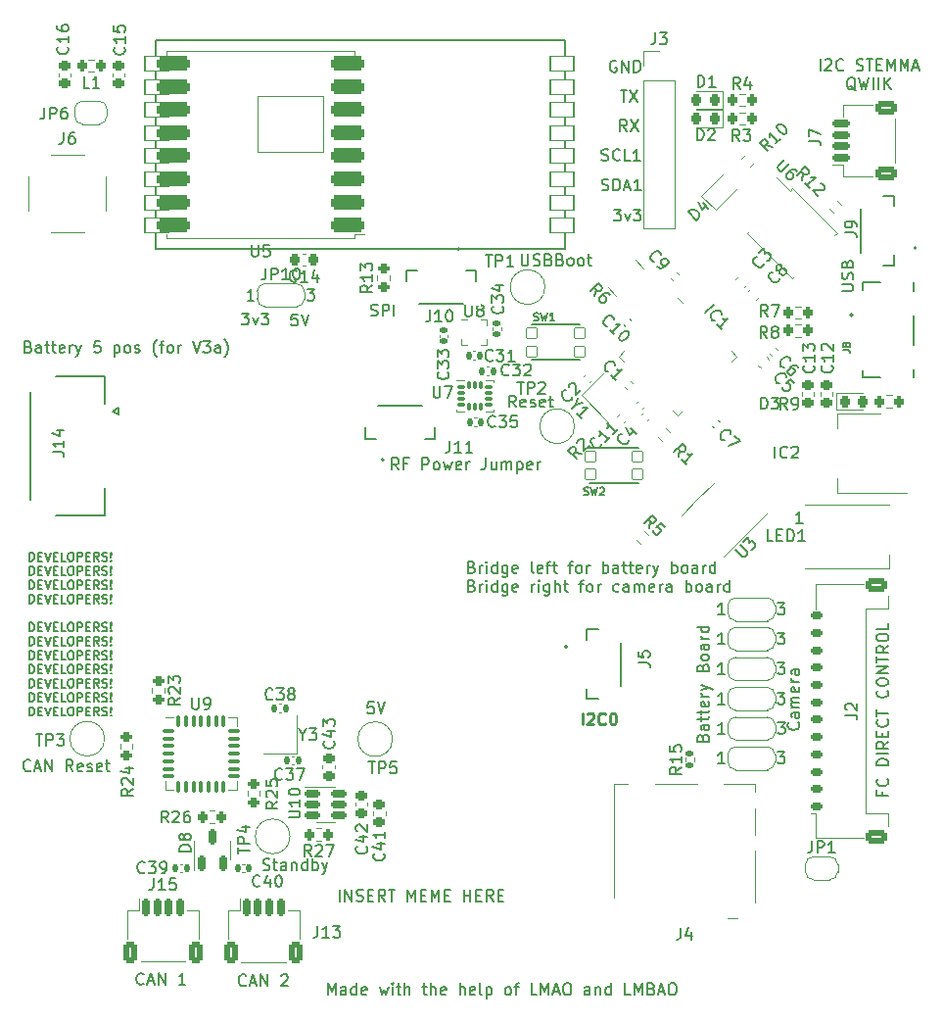
<source format=gbr>
%TF.GenerationSoftware,KiCad,Pcbnew,7.0.1*%
%TF.CreationDate,2024-01-18T19:19:15-07:00*%
%TF.ProjectId,flight_computer_dev_board_rfm98pw,666c6967-6874-45f6-936f-6d7075746572,rev?*%
%TF.SameCoordinates,Original*%
%TF.FileFunction,Legend,Top*%
%TF.FilePolarity,Positive*%
%FSLAX46Y46*%
G04 Gerber Fmt 4.6, Leading zero omitted, Abs format (unit mm)*
G04 Created by KiCad (PCBNEW 7.0.1) date 2024-01-18 19:19:15*
%MOMM*%
%LPD*%
G01*
G04 APERTURE LIST*
G04 Aperture macros list*
%AMRoundRect*
0 Rectangle with rounded corners*
0 $1 Rounding radius*
0 $2 $3 $4 $5 $6 $7 $8 $9 X,Y pos of 4 corners*
0 Add a 4 corners polygon primitive as box body*
4,1,4,$2,$3,$4,$5,$6,$7,$8,$9,$2,$3,0*
0 Add four circle primitives for the rounded corners*
1,1,$1+$1,$2,$3*
1,1,$1+$1,$4,$5*
1,1,$1+$1,$6,$7*
1,1,$1+$1,$8,$9*
0 Add four rect primitives between the rounded corners*
20,1,$1+$1,$2,$3,$4,$5,0*
20,1,$1+$1,$4,$5,$6,$7,0*
20,1,$1+$1,$6,$7,$8,$9,0*
20,1,$1+$1,$8,$9,$2,$3,0*%
%AMRotRect*
0 Rectangle, with rotation*
0 The origin of the aperture is its center*
0 $1 length*
0 $2 width*
0 $3 Rotation angle, in degrees counterclockwise*
0 Add horizontal line*
21,1,$1,$2,0,0,$3*%
%AMFreePoly0*
4,1,19,0.550000,-0.750000,0.000000,-0.750000,0.000000,-0.744911,-0.071157,-0.744911,-0.207708,-0.704816,-0.327430,-0.627875,-0.420627,-0.520320,-0.479746,-0.390866,-0.500000,-0.250000,-0.500000,0.250000,-0.479746,0.390866,-0.420627,0.520320,-0.327430,0.627875,-0.207708,0.704816,-0.071157,0.744911,0.000000,0.744911,0.000000,0.750000,0.550000,0.750000,0.550000,-0.750000,0.550000,-0.750000,
$1*%
%AMFreePoly1*
4,1,19,0.000000,0.744911,0.071157,0.744911,0.207708,0.704816,0.327430,0.627875,0.420627,0.520320,0.479746,0.390866,0.500000,0.250000,0.500000,-0.250000,0.479746,-0.390866,0.420627,-0.520320,0.327430,-0.627875,0.207708,-0.704816,0.071157,-0.744911,0.000000,-0.744911,0.000000,-0.750000,-0.550000,-0.750000,-0.550000,0.750000,0.000000,0.750000,0.000000,0.744911,0.000000,0.744911,
$1*%
%AMFreePoly2*
4,1,19,0.500000,-0.750000,0.000000,-0.750000,0.000000,-0.744911,-0.071157,-0.744911,-0.207708,-0.704816,-0.327430,-0.627875,-0.420627,-0.520320,-0.479746,-0.390866,-0.500000,-0.250000,-0.500000,0.250000,-0.479746,0.390866,-0.420627,0.520320,-0.327430,0.627875,-0.207708,0.704816,-0.071157,0.744911,0.000000,0.744911,0.000000,0.750000,0.500000,0.750000,0.500000,-0.750000,0.500000,-0.750000,
$1*%
%AMFreePoly3*
4,1,19,0.000000,0.744911,0.071157,0.744911,0.207708,0.704816,0.327430,0.627875,0.420627,0.520320,0.479746,0.390866,0.500000,0.250000,0.500000,-0.250000,0.479746,-0.390866,0.420627,-0.520320,0.327430,-0.627875,0.207708,-0.704816,0.071157,-0.744911,0.000000,-0.744911,0.000000,-0.750000,-0.500000,-0.750000,-0.500000,0.750000,0.000000,0.750000,0.000000,0.744911,0.000000,0.744911,
$1*%
G04 Aperture macros list end*
%ADD10C,0.150000*%
%ADD11C,0.250000*%
%ADD12C,0.146304*%
%ADD13C,0.120000*%
%ADD14C,0.127000*%
%ADD15C,0.200000*%
%ADD16C,0.203200*%
%ADD17C,0.500000*%
%ADD18C,0.010000*%
%ADD19C,2.000000*%
%ADD20FreePoly0,0.000000*%
%ADD21R,1.000000X1.500000*%
%ADD22FreePoly1,0.000000*%
%ADD23RoundRect,0.140000X-0.021213X0.219203X-0.219203X0.021213X0.021213X-0.219203X0.219203X-0.021213X0*%
%ADD24RoundRect,0.225000X0.250000X-0.225000X0.250000X0.225000X-0.250000X0.225000X-0.250000X-0.225000X0*%
%ADD25RoundRect,0.200000X-0.200000X-0.275000X0.200000X-0.275000X0.200000X0.275000X-0.200000X0.275000X0*%
%ADD26RoundRect,0.135000X0.185000X-0.135000X0.185000X0.135000X-0.185000X0.135000X-0.185000X-0.135000X0*%
%ADD27C,2.050000*%
%ADD28C,2.250000*%
%ADD29RoundRect,0.150000X-0.150000X-0.625000X0.150000X-0.625000X0.150000X0.625000X-0.150000X0.625000X0*%
%ADD30RoundRect,0.250000X-0.350000X-0.650000X0.350000X-0.650000X0.350000X0.650000X-0.350000X0.650000X0*%
%ADD31RoundRect,0.225000X-0.250000X0.225000X-0.250000X-0.225000X0.250000X-0.225000X0.250000X0.225000X0*%
%ADD32R,2.000000X1.500000*%
%ADD33R,2.000000X3.800000*%
%ADD34R,1.550000X0.600000*%
%ADD35R,1.800000X1.200000*%
%ADD36RoundRect,0.200000X-0.275000X0.200000X-0.275000X-0.200000X0.275000X-0.200000X0.275000X0.200000X0*%
%ADD37RoundRect,0.140000X0.021213X-0.219203X0.219203X-0.021213X-0.021213X0.219203X-0.219203X0.021213X0*%
%ADD38RoundRect,0.218750X0.218750X0.256250X-0.218750X0.256250X-0.218750X-0.256250X0.218750X-0.256250X0*%
%ADD39RotRect,0.800000X0.500000X135.000000*%
%ADD40RotRect,0.800000X0.400000X135.000000*%
%ADD41RoundRect,0.218750X-0.218750X-0.256250X0.218750X-0.256250X0.218750X0.256250X-0.218750X0.256250X0*%
%ADD42RoundRect,0.050800X-0.450000X-0.450000X0.450000X-0.450000X0.450000X0.450000X-0.450000X0.450000X0*%
%ADD43RoundRect,0.140000X-0.140000X-0.170000X0.140000X-0.170000X0.140000X0.170000X-0.140000X0.170000X0*%
%ADD44RoundRect,0.140000X-0.170000X0.140000X-0.170000X-0.140000X0.170000X-0.140000X0.170000X0.140000X0*%
%ADD45RoundRect,0.200000X0.200000X0.275000X-0.200000X0.275000X-0.200000X-0.275000X0.200000X-0.275000X0*%
%ADD46RoundRect,0.225000X0.017678X-0.335876X0.335876X-0.017678X-0.017678X0.335876X-0.335876X0.017678X0*%
%ADD47R,0.600000X1.550000*%
%ADD48R,1.200000X1.800000*%
%ADD49RoundRect,0.135000X-0.035355X0.226274X-0.226274X0.035355X0.035355X-0.226274X0.226274X-0.035355X0*%
%ADD50RotRect,1.150000X1.000000X315.000000*%
%ADD51RoundRect,0.140000X0.219203X0.021213X0.021213X0.219203X-0.219203X-0.021213X-0.021213X-0.219203X0*%
%ADD52RoundRect,0.140000X0.140000X0.170000X-0.140000X0.170000X-0.140000X-0.170000X0.140000X-0.170000X0*%
%ADD53FreePoly2,0.000000*%
%ADD54FreePoly3,0.000000*%
%ADD55R,1.000000X1.150000*%
%ADD56RoundRect,0.150000X-0.512500X-0.150000X0.512500X-0.150000X0.512500X0.150000X-0.512500X0.150000X0*%
%ADD57C,5.000000*%
%ADD58RoundRect,0.150000X0.150000X-0.512500X0.150000X0.512500X-0.150000X0.512500X-0.150000X-0.512500X0*%
%ADD59RoundRect,0.200000X0.335876X0.053033X0.053033X0.335876X-0.335876X-0.053033X-0.053033X-0.335876X0*%
%ADD60RoundRect,0.063500X1.000000X0.650000X-1.000000X0.650000X-1.000000X-0.650000X1.000000X-0.650000X0*%
%ADD61RoundRect,0.063500X2.849999X2.400000X-2.849999X2.400000X-2.849999X-2.400000X2.849999X-2.400000X0*%
%ADD62RoundRect,0.087500X-0.225000X-0.087500X0.225000X-0.087500X0.225000X0.087500X-0.225000X0.087500X0*%
%ADD63RoundRect,0.087500X-0.087500X-0.225000X0.087500X-0.225000X0.087500X0.225000X-0.087500X0.225000X0*%
%ADD64RoundRect,0.225000X-0.335876X-0.017678X-0.017678X-0.335876X0.335876X0.017678X0.017678X0.335876X0*%
%ADD65RoundRect,0.150000X-0.565685X0.353553X0.353553X-0.565685X0.565685X-0.353553X-0.353553X0.565685X0*%
%ADD66RoundRect,0.140000X-0.219203X-0.021213X-0.021213X-0.219203X0.219203X0.021213X0.021213X0.219203X0*%
%ADD67R,1.500000X0.900000*%
%ADD68RoundRect,0.125000X0.000000X-0.176777X0.176777X0.000000X0.000000X0.176777X-0.176777X0.000000X0*%
%ADD69R,0.850000X1.100000*%
%ADD70R,0.750000X1.100000*%
%ADD71R,1.200000X1.000000*%
%ADD72R,1.550000X1.350000*%
%ADD73R,1.900000X1.350000*%
%ADD74R,1.170000X1.800000*%
%ADD75RoundRect,0.150000X0.625000X-0.150000X0.625000X0.150000X-0.625000X0.150000X-0.625000X-0.150000X0*%
%ADD76RoundRect,0.250000X0.650000X-0.350000X0.650000X0.350000X-0.650000X0.350000X-0.650000X-0.350000X0*%
%ADD77RoundRect,0.200000X0.275000X-0.200000X0.275000X0.200000X-0.275000X0.200000X-0.275000X-0.200000X0*%
%ADD78RoundRect,0.050000X-0.309359X0.238649X0.238649X-0.309359X0.309359X-0.238649X-0.238649X0.309359X0*%
%ADD79RoundRect,0.050000X-0.309359X-0.238649X-0.238649X-0.309359X0.309359X0.238649X0.238649X0.309359X0*%
%ADD80RotRect,3.200000X3.200000X315.000000*%
%ADD81RoundRect,0.317500X1.157500X0.317500X-1.157500X0.317500X-1.157500X-0.317500X1.157500X-0.317500X0*%
%ADD82R,0.375000X0.350000*%
%ADD83R,0.350000X0.375000*%
%ADD84RoundRect,0.225000X0.225000X0.250000X-0.225000X0.250000X-0.225000X-0.250000X0.225000X-0.250000X0*%
%ADD85RoundRect,0.075000X-0.437500X-0.075000X0.437500X-0.075000X0.437500X0.075000X-0.437500X0.075000X0*%
%ADD86RoundRect,0.075000X-0.075000X-0.437500X0.075000X-0.437500X0.075000X0.437500X-0.075000X0.437500X0*%
%ADD87R,4.250000X4.250000*%
%ADD88RoundRect,0.150000X0.350000X-0.150000X0.350000X0.150000X-0.350000X0.150000X-0.350000X-0.150000X0*%
%ADD89RoundRect,0.250000X0.650000X-0.375000X0.650000X0.375000X-0.650000X0.375000X-0.650000X-0.375000X0*%
%ADD90RoundRect,0.200000X-0.335876X-0.053033X-0.053033X-0.335876X0.335876X0.053033X0.053033X0.335876X0*%
%ADD91RoundRect,0.150000X0.406586X0.618718X-0.618718X-0.406586X-0.406586X-0.618718X0.618718X0.406586X0*%
%ADD92RoundRect,0.200000X-0.053033X0.335876X-0.335876X0.053033X0.053033X-0.335876X0.335876X-0.053033X0*%
%ADD93R,1.380000X0.450000*%
%ADD94O,2.416000X1.208000*%
%ADD95R,2.100000X1.475000*%
%ADD96R,1.900000X1.375000*%
%ADD97R,1.700000X1.700000*%
%ADD98O,1.700000X1.700000*%
%ADD99C,1.000000*%
G04 APERTURE END LIST*
D10*
X179654285Y-115157619D02*
X179178095Y-115157619D01*
X179178095Y-115157619D02*
X179130476Y-115633809D01*
X179130476Y-115633809D02*
X179178095Y-115586190D01*
X179178095Y-115586190D02*
X179273333Y-115538571D01*
X179273333Y-115538571D02*
X179511428Y-115538571D01*
X179511428Y-115538571D02*
X179606666Y-115586190D01*
X179606666Y-115586190D02*
X179654285Y-115633809D01*
X179654285Y-115633809D02*
X179701904Y-115729047D01*
X179701904Y-115729047D02*
X179701904Y-115967142D01*
X179701904Y-115967142D02*
X179654285Y-116062380D01*
X179654285Y-116062380D02*
X179606666Y-116110000D01*
X179606666Y-116110000D02*
X179511428Y-116157619D01*
X179511428Y-116157619D02*
X179273333Y-116157619D01*
X179273333Y-116157619D02*
X179178095Y-116110000D01*
X179178095Y-116110000D02*
X179130476Y-116062380D01*
X179987619Y-115157619D02*
X180320952Y-116157619D01*
X180320952Y-116157619D02*
X180654285Y-115157619D01*
X149801428Y-84443809D02*
X149944285Y-84491428D01*
X149944285Y-84491428D02*
X149991904Y-84539047D01*
X149991904Y-84539047D02*
X150039523Y-84634285D01*
X150039523Y-84634285D02*
X150039523Y-84777142D01*
X150039523Y-84777142D02*
X149991904Y-84872380D01*
X149991904Y-84872380D02*
X149944285Y-84920000D01*
X149944285Y-84920000D02*
X149849047Y-84967619D01*
X149849047Y-84967619D02*
X149468095Y-84967619D01*
X149468095Y-84967619D02*
X149468095Y-83967619D01*
X149468095Y-83967619D02*
X149801428Y-83967619D01*
X149801428Y-83967619D02*
X149896666Y-84015238D01*
X149896666Y-84015238D02*
X149944285Y-84062857D01*
X149944285Y-84062857D02*
X149991904Y-84158095D01*
X149991904Y-84158095D02*
X149991904Y-84253333D01*
X149991904Y-84253333D02*
X149944285Y-84348571D01*
X149944285Y-84348571D02*
X149896666Y-84396190D01*
X149896666Y-84396190D02*
X149801428Y-84443809D01*
X149801428Y-84443809D02*
X149468095Y-84443809D01*
X150896666Y-84967619D02*
X150896666Y-84443809D01*
X150896666Y-84443809D02*
X150849047Y-84348571D01*
X150849047Y-84348571D02*
X150753809Y-84300952D01*
X150753809Y-84300952D02*
X150563333Y-84300952D01*
X150563333Y-84300952D02*
X150468095Y-84348571D01*
X150896666Y-84920000D02*
X150801428Y-84967619D01*
X150801428Y-84967619D02*
X150563333Y-84967619D01*
X150563333Y-84967619D02*
X150468095Y-84920000D01*
X150468095Y-84920000D02*
X150420476Y-84824761D01*
X150420476Y-84824761D02*
X150420476Y-84729523D01*
X150420476Y-84729523D02*
X150468095Y-84634285D01*
X150468095Y-84634285D02*
X150563333Y-84586666D01*
X150563333Y-84586666D02*
X150801428Y-84586666D01*
X150801428Y-84586666D02*
X150896666Y-84539047D01*
X151230000Y-84300952D02*
X151610952Y-84300952D01*
X151372857Y-83967619D02*
X151372857Y-84824761D01*
X151372857Y-84824761D02*
X151420476Y-84920000D01*
X151420476Y-84920000D02*
X151515714Y-84967619D01*
X151515714Y-84967619D02*
X151610952Y-84967619D01*
X151801429Y-84300952D02*
X152182381Y-84300952D01*
X151944286Y-83967619D02*
X151944286Y-84824761D01*
X151944286Y-84824761D02*
X151991905Y-84920000D01*
X151991905Y-84920000D02*
X152087143Y-84967619D01*
X152087143Y-84967619D02*
X152182381Y-84967619D01*
X152896667Y-84920000D02*
X152801429Y-84967619D01*
X152801429Y-84967619D02*
X152610953Y-84967619D01*
X152610953Y-84967619D02*
X152515715Y-84920000D01*
X152515715Y-84920000D02*
X152468096Y-84824761D01*
X152468096Y-84824761D02*
X152468096Y-84443809D01*
X152468096Y-84443809D02*
X152515715Y-84348571D01*
X152515715Y-84348571D02*
X152610953Y-84300952D01*
X152610953Y-84300952D02*
X152801429Y-84300952D01*
X152801429Y-84300952D02*
X152896667Y-84348571D01*
X152896667Y-84348571D02*
X152944286Y-84443809D01*
X152944286Y-84443809D02*
X152944286Y-84539047D01*
X152944286Y-84539047D02*
X152468096Y-84634285D01*
X153372858Y-84967619D02*
X153372858Y-84300952D01*
X153372858Y-84491428D02*
X153420477Y-84396190D01*
X153420477Y-84396190D02*
X153468096Y-84348571D01*
X153468096Y-84348571D02*
X153563334Y-84300952D01*
X153563334Y-84300952D02*
X153658572Y-84300952D01*
X153896668Y-84300952D02*
X154134763Y-84967619D01*
X154372858Y-84300952D02*
X154134763Y-84967619D01*
X154134763Y-84967619D02*
X154039525Y-85205714D01*
X154039525Y-85205714D02*
X153991906Y-85253333D01*
X153991906Y-85253333D02*
X153896668Y-85300952D01*
X155991906Y-83967619D02*
X155515716Y-83967619D01*
X155515716Y-83967619D02*
X155468097Y-84443809D01*
X155468097Y-84443809D02*
X155515716Y-84396190D01*
X155515716Y-84396190D02*
X155610954Y-84348571D01*
X155610954Y-84348571D02*
X155849049Y-84348571D01*
X155849049Y-84348571D02*
X155944287Y-84396190D01*
X155944287Y-84396190D02*
X155991906Y-84443809D01*
X155991906Y-84443809D02*
X156039525Y-84539047D01*
X156039525Y-84539047D02*
X156039525Y-84777142D01*
X156039525Y-84777142D02*
X155991906Y-84872380D01*
X155991906Y-84872380D02*
X155944287Y-84920000D01*
X155944287Y-84920000D02*
X155849049Y-84967619D01*
X155849049Y-84967619D02*
X155610954Y-84967619D01*
X155610954Y-84967619D02*
X155515716Y-84920000D01*
X155515716Y-84920000D02*
X155468097Y-84872380D01*
X157230002Y-84300952D02*
X157230002Y-85300952D01*
X157230002Y-84348571D02*
X157325240Y-84300952D01*
X157325240Y-84300952D02*
X157515716Y-84300952D01*
X157515716Y-84300952D02*
X157610954Y-84348571D01*
X157610954Y-84348571D02*
X157658573Y-84396190D01*
X157658573Y-84396190D02*
X157706192Y-84491428D01*
X157706192Y-84491428D02*
X157706192Y-84777142D01*
X157706192Y-84777142D02*
X157658573Y-84872380D01*
X157658573Y-84872380D02*
X157610954Y-84920000D01*
X157610954Y-84920000D02*
X157515716Y-84967619D01*
X157515716Y-84967619D02*
X157325240Y-84967619D01*
X157325240Y-84967619D02*
X157230002Y-84920000D01*
X158277621Y-84967619D02*
X158182383Y-84920000D01*
X158182383Y-84920000D02*
X158134764Y-84872380D01*
X158134764Y-84872380D02*
X158087145Y-84777142D01*
X158087145Y-84777142D02*
X158087145Y-84491428D01*
X158087145Y-84491428D02*
X158134764Y-84396190D01*
X158134764Y-84396190D02*
X158182383Y-84348571D01*
X158182383Y-84348571D02*
X158277621Y-84300952D01*
X158277621Y-84300952D02*
X158420478Y-84300952D01*
X158420478Y-84300952D02*
X158515716Y-84348571D01*
X158515716Y-84348571D02*
X158563335Y-84396190D01*
X158563335Y-84396190D02*
X158610954Y-84491428D01*
X158610954Y-84491428D02*
X158610954Y-84777142D01*
X158610954Y-84777142D02*
X158563335Y-84872380D01*
X158563335Y-84872380D02*
X158515716Y-84920000D01*
X158515716Y-84920000D02*
X158420478Y-84967619D01*
X158420478Y-84967619D02*
X158277621Y-84967619D01*
X158991907Y-84920000D02*
X159087145Y-84967619D01*
X159087145Y-84967619D02*
X159277621Y-84967619D01*
X159277621Y-84967619D02*
X159372859Y-84920000D01*
X159372859Y-84920000D02*
X159420478Y-84824761D01*
X159420478Y-84824761D02*
X159420478Y-84777142D01*
X159420478Y-84777142D02*
X159372859Y-84681904D01*
X159372859Y-84681904D02*
X159277621Y-84634285D01*
X159277621Y-84634285D02*
X159134764Y-84634285D01*
X159134764Y-84634285D02*
X159039526Y-84586666D01*
X159039526Y-84586666D02*
X158991907Y-84491428D01*
X158991907Y-84491428D02*
X158991907Y-84443809D01*
X158991907Y-84443809D02*
X159039526Y-84348571D01*
X159039526Y-84348571D02*
X159134764Y-84300952D01*
X159134764Y-84300952D02*
X159277621Y-84300952D01*
X159277621Y-84300952D02*
X159372859Y-84348571D01*
X160896669Y-85348571D02*
X160849050Y-85300952D01*
X160849050Y-85300952D02*
X160753812Y-85158095D01*
X160753812Y-85158095D02*
X160706193Y-85062857D01*
X160706193Y-85062857D02*
X160658574Y-84920000D01*
X160658574Y-84920000D02*
X160610955Y-84681904D01*
X160610955Y-84681904D02*
X160610955Y-84491428D01*
X160610955Y-84491428D02*
X160658574Y-84253333D01*
X160658574Y-84253333D02*
X160706193Y-84110476D01*
X160706193Y-84110476D02*
X160753812Y-84015238D01*
X160753812Y-84015238D02*
X160849050Y-83872380D01*
X160849050Y-83872380D02*
X160896669Y-83824761D01*
X161134765Y-84300952D02*
X161515717Y-84300952D01*
X161277622Y-84967619D02*
X161277622Y-84110476D01*
X161277622Y-84110476D02*
X161325241Y-84015238D01*
X161325241Y-84015238D02*
X161420479Y-83967619D01*
X161420479Y-83967619D02*
X161515717Y-83967619D01*
X161991908Y-84967619D02*
X161896670Y-84920000D01*
X161896670Y-84920000D02*
X161849051Y-84872380D01*
X161849051Y-84872380D02*
X161801432Y-84777142D01*
X161801432Y-84777142D02*
X161801432Y-84491428D01*
X161801432Y-84491428D02*
X161849051Y-84396190D01*
X161849051Y-84396190D02*
X161896670Y-84348571D01*
X161896670Y-84348571D02*
X161991908Y-84300952D01*
X161991908Y-84300952D02*
X162134765Y-84300952D01*
X162134765Y-84300952D02*
X162230003Y-84348571D01*
X162230003Y-84348571D02*
X162277622Y-84396190D01*
X162277622Y-84396190D02*
X162325241Y-84491428D01*
X162325241Y-84491428D02*
X162325241Y-84777142D01*
X162325241Y-84777142D02*
X162277622Y-84872380D01*
X162277622Y-84872380D02*
X162230003Y-84920000D01*
X162230003Y-84920000D02*
X162134765Y-84967619D01*
X162134765Y-84967619D02*
X161991908Y-84967619D01*
X162753813Y-84967619D02*
X162753813Y-84300952D01*
X162753813Y-84491428D02*
X162801432Y-84396190D01*
X162801432Y-84396190D02*
X162849051Y-84348571D01*
X162849051Y-84348571D02*
X162944289Y-84300952D01*
X162944289Y-84300952D02*
X163039527Y-84300952D01*
X163991909Y-83967619D02*
X164325242Y-84967619D01*
X164325242Y-84967619D02*
X164658575Y-83967619D01*
X164896671Y-83967619D02*
X165515718Y-83967619D01*
X165515718Y-83967619D02*
X165182385Y-84348571D01*
X165182385Y-84348571D02*
X165325242Y-84348571D01*
X165325242Y-84348571D02*
X165420480Y-84396190D01*
X165420480Y-84396190D02*
X165468099Y-84443809D01*
X165468099Y-84443809D02*
X165515718Y-84539047D01*
X165515718Y-84539047D02*
X165515718Y-84777142D01*
X165515718Y-84777142D02*
X165468099Y-84872380D01*
X165468099Y-84872380D02*
X165420480Y-84920000D01*
X165420480Y-84920000D02*
X165325242Y-84967619D01*
X165325242Y-84967619D02*
X165039528Y-84967619D01*
X165039528Y-84967619D02*
X164944290Y-84920000D01*
X164944290Y-84920000D02*
X164896671Y-84872380D01*
X166372861Y-84967619D02*
X166372861Y-84443809D01*
X166372861Y-84443809D02*
X166325242Y-84348571D01*
X166325242Y-84348571D02*
X166230004Y-84300952D01*
X166230004Y-84300952D02*
X166039528Y-84300952D01*
X166039528Y-84300952D02*
X165944290Y-84348571D01*
X166372861Y-84920000D02*
X166277623Y-84967619D01*
X166277623Y-84967619D02*
X166039528Y-84967619D01*
X166039528Y-84967619D02*
X165944290Y-84920000D01*
X165944290Y-84920000D02*
X165896671Y-84824761D01*
X165896671Y-84824761D02*
X165896671Y-84729523D01*
X165896671Y-84729523D02*
X165944290Y-84634285D01*
X165944290Y-84634285D02*
X166039528Y-84586666D01*
X166039528Y-84586666D02*
X166277623Y-84586666D01*
X166277623Y-84586666D02*
X166372861Y-84539047D01*
X166753814Y-85348571D02*
X166801433Y-85300952D01*
X166801433Y-85300952D02*
X166896671Y-85158095D01*
X166896671Y-85158095D02*
X166944290Y-85062857D01*
X166944290Y-85062857D02*
X166991909Y-84920000D01*
X166991909Y-84920000D02*
X167039528Y-84681904D01*
X167039528Y-84681904D02*
X167039528Y-84491428D01*
X167039528Y-84491428D02*
X166991909Y-84253333D01*
X166991909Y-84253333D02*
X166944290Y-84110476D01*
X166944290Y-84110476D02*
X166896671Y-84015238D01*
X166896671Y-84015238D02*
X166801433Y-83872380D01*
X166801433Y-83872380D02*
X166753814Y-83824761D01*
X188131428Y-103483809D02*
X188274285Y-103531428D01*
X188274285Y-103531428D02*
X188321904Y-103579047D01*
X188321904Y-103579047D02*
X188369523Y-103674285D01*
X188369523Y-103674285D02*
X188369523Y-103817142D01*
X188369523Y-103817142D02*
X188321904Y-103912380D01*
X188321904Y-103912380D02*
X188274285Y-103960000D01*
X188274285Y-103960000D02*
X188179047Y-104007619D01*
X188179047Y-104007619D02*
X187798095Y-104007619D01*
X187798095Y-104007619D02*
X187798095Y-103007619D01*
X187798095Y-103007619D02*
X188131428Y-103007619D01*
X188131428Y-103007619D02*
X188226666Y-103055238D01*
X188226666Y-103055238D02*
X188274285Y-103102857D01*
X188274285Y-103102857D02*
X188321904Y-103198095D01*
X188321904Y-103198095D02*
X188321904Y-103293333D01*
X188321904Y-103293333D02*
X188274285Y-103388571D01*
X188274285Y-103388571D02*
X188226666Y-103436190D01*
X188226666Y-103436190D02*
X188131428Y-103483809D01*
X188131428Y-103483809D02*
X187798095Y-103483809D01*
X188798095Y-104007619D02*
X188798095Y-103340952D01*
X188798095Y-103531428D02*
X188845714Y-103436190D01*
X188845714Y-103436190D02*
X188893333Y-103388571D01*
X188893333Y-103388571D02*
X188988571Y-103340952D01*
X188988571Y-103340952D02*
X189083809Y-103340952D01*
X189417143Y-104007619D02*
X189417143Y-103340952D01*
X189417143Y-103007619D02*
X189369524Y-103055238D01*
X189369524Y-103055238D02*
X189417143Y-103102857D01*
X189417143Y-103102857D02*
X189464762Y-103055238D01*
X189464762Y-103055238D02*
X189417143Y-103007619D01*
X189417143Y-103007619D02*
X189417143Y-103102857D01*
X190321904Y-104007619D02*
X190321904Y-103007619D01*
X190321904Y-103960000D02*
X190226666Y-104007619D01*
X190226666Y-104007619D02*
X190036190Y-104007619D01*
X190036190Y-104007619D02*
X189940952Y-103960000D01*
X189940952Y-103960000D02*
X189893333Y-103912380D01*
X189893333Y-103912380D02*
X189845714Y-103817142D01*
X189845714Y-103817142D02*
X189845714Y-103531428D01*
X189845714Y-103531428D02*
X189893333Y-103436190D01*
X189893333Y-103436190D02*
X189940952Y-103388571D01*
X189940952Y-103388571D02*
X190036190Y-103340952D01*
X190036190Y-103340952D02*
X190226666Y-103340952D01*
X190226666Y-103340952D02*
X190321904Y-103388571D01*
X191226666Y-103340952D02*
X191226666Y-104150476D01*
X191226666Y-104150476D02*
X191179047Y-104245714D01*
X191179047Y-104245714D02*
X191131428Y-104293333D01*
X191131428Y-104293333D02*
X191036190Y-104340952D01*
X191036190Y-104340952D02*
X190893333Y-104340952D01*
X190893333Y-104340952D02*
X190798095Y-104293333D01*
X191226666Y-103960000D02*
X191131428Y-104007619D01*
X191131428Y-104007619D02*
X190940952Y-104007619D01*
X190940952Y-104007619D02*
X190845714Y-103960000D01*
X190845714Y-103960000D02*
X190798095Y-103912380D01*
X190798095Y-103912380D02*
X190750476Y-103817142D01*
X190750476Y-103817142D02*
X190750476Y-103531428D01*
X190750476Y-103531428D02*
X190798095Y-103436190D01*
X190798095Y-103436190D02*
X190845714Y-103388571D01*
X190845714Y-103388571D02*
X190940952Y-103340952D01*
X190940952Y-103340952D02*
X191131428Y-103340952D01*
X191131428Y-103340952D02*
X191226666Y-103388571D01*
X192083809Y-103960000D02*
X191988571Y-104007619D01*
X191988571Y-104007619D02*
X191798095Y-104007619D01*
X191798095Y-104007619D02*
X191702857Y-103960000D01*
X191702857Y-103960000D02*
X191655238Y-103864761D01*
X191655238Y-103864761D02*
X191655238Y-103483809D01*
X191655238Y-103483809D02*
X191702857Y-103388571D01*
X191702857Y-103388571D02*
X191798095Y-103340952D01*
X191798095Y-103340952D02*
X191988571Y-103340952D01*
X191988571Y-103340952D02*
X192083809Y-103388571D01*
X192083809Y-103388571D02*
X192131428Y-103483809D01*
X192131428Y-103483809D02*
X192131428Y-103579047D01*
X192131428Y-103579047D02*
X191655238Y-103674285D01*
X193464762Y-104007619D02*
X193369524Y-103960000D01*
X193369524Y-103960000D02*
X193321905Y-103864761D01*
X193321905Y-103864761D02*
X193321905Y-103007619D01*
X194226667Y-103960000D02*
X194131429Y-104007619D01*
X194131429Y-104007619D02*
X193940953Y-104007619D01*
X193940953Y-104007619D02*
X193845715Y-103960000D01*
X193845715Y-103960000D02*
X193798096Y-103864761D01*
X193798096Y-103864761D02*
X193798096Y-103483809D01*
X193798096Y-103483809D02*
X193845715Y-103388571D01*
X193845715Y-103388571D02*
X193940953Y-103340952D01*
X193940953Y-103340952D02*
X194131429Y-103340952D01*
X194131429Y-103340952D02*
X194226667Y-103388571D01*
X194226667Y-103388571D02*
X194274286Y-103483809D01*
X194274286Y-103483809D02*
X194274286Y-103579047D01*
X194274286Y-103579047D02*
X193798096Y-103674285D01*
X194560001Y-103340952D02*
X194940953Y-103340952D01*
X194702858Y-104007619D02*
X194702858Y-103150476D01*
X194702858Y-103150476D02*
X194750477Y-103055238D01*
X194750477Y-103055238D02*
X194845715Y-103007619D01*
X194845715Y-103007619D02*
X194940953Y-103007619D01*
X195131430Y-103340952D02*
X195512382Y-103340952D01*
X195274287Y-103007619D02*
X195274287Y-103864761D01*
X195274287Y-103864761D02*
X195321906Y-103960000D01*
X195321906Y-103960000D02*
X195417144Y-104007619D01*
X195417144Y-104007619D02*
X195512382Y-104007619D01*
X196464764Y-103340952D02*
X196845716Y-103340952D01*
X196607621Y-104007619D02*
X196607621Y-103150476D01*
X196607621Y-103150476D02*
X196655240Y-103055238D01*
X196655240Y-103055238D02*
X196750478Y-103007619D01*
X196750478Y-103007619D02*
X196845716Y-103007619D01*
X197321907Y-104007619D02*
X197226669Y-103960000D01*
X197226669Y-103960000D02*
X197179050Y-103912380D01*
X197179050Y-103912380D02*
X197131431Y-103817142D01*
X197131431Y-103817142D02*
X197131431Y-103531428D01*
X197131431Y-103531428D02*
X197179050Y-103436190D01*
X197179050Y-103436190D02*
X197226669Y-103388571D01*
X197226669Y-103388571D02*
X197321907Y-103340952D01*
X197321907Y-103340952D02*
X197464764Y-103340952D01*
X197464764Y-103340952D02*
X197560002Y-103388571D01*
X197560002Y-103388571D02*
X197607621Y-103436190D01*
X197607621Y-103436190D02*
X197655240Y-103531428D01*
X197655240Y-103531428D02*
X197655240Y-103817142D01*
X197655240Y-103817142D02*
X197607621Y-103912380D01*
X197607621Y-103912380D02*
X197560002Y-103960000D01*
X197560002Y-103960000D02*
X197464764Y-104007619D01*
X197464764Y-104007619D02*
X197321907Y-104007619D01*
X198083812Y-104007619D02*
X198083812Y-103340952D01*
X198083812Y-103531428D02*
X198131431Y-103436190D01*
X198131431Y-103436190D02*
X198179050Y-103388571D01*
X198179050Y-103388571D02*
X198274288Y-103340952D01*
X198274288Y-103340952D02*
X198369526Y-103340952D01*
X199464765Y-104007619D02*
X199464765Y-103007619D01*
X199464765Y-103388571D02*
X199560003Y-103340952D01*
X199560003Y-103340952D02*
X199750479Y-103340952D01*
X199750479Y-103340952D02*
X199845717Y-103388571D01*
X199845717Y-103388571D02*
X199893336Y-103436190D01*
X199893336Y-103436190D02*
X199940955Y-103531428D01*
X199940955Y-103531428D02*
X199940955Y-103817142D01*
X199940955Y-103817142D02*
X199893336Y-103912380D01*
X199893336Y-103912380D02*
X199845717Y-103960000D01*
X199845717Y-103960000D02*
X199750479Y-104007619D01*
X199750479Y-104007619D02*
X199560003Y-104007619D01*
X199560003Y-104007619D02*
X199464765Y-103960000D01*
X200798098Y-104007619D02*
X200798098Y-103483809D01*
X200798098Y-103483809D02*
X200750479Y-103388571D01*
X200750479Y-103388571D02*
X200655241Y-103340952D01*
X200655241Y-103340952D02*
X200464765Y-103340952D01*
X200464765Y-103340952D02*
X200369527Y-103388571D01*
X200798098Y-103960000D02*
X200702860Y-104007619D01*
X200702860Y-104007619D02*
X200464765Y-104007619D01*
X200464765Y-104007619D02*
X200369527Y-103960000D01*
X200369527Y-103960000D02*
X200321908Y-103864761D01*
X200321908Y-103864761D02*
X200321908Y-103769523D01*
X200321908Y-103769523D02*
X200369527Y-103674285D01*
X200369527Y-103674285D02*
X200464765Y-103626666D01*
X200464765Y-103626666D02*
X200702860Y-103626666D01*
X200702860Y-103626666D02*
X200798098Y-103579047D01*
X201131432Y-103340952D02*
X201512384Y-103340952D01*
X201274289Y-103007619D02*
X201274289Y-103864761D01*
X201274289Y-103864761D02*
X201321908Y-103960000D01*
X201321908Y-103960000D02*
X201417146Y-104007619D01*
X201417146Y-104007619D02*
X201512384Y-104007619D01*
X201702861Y-103340952D02*
X202083813Y-103340952D01*
X201845718Y-103007619D02*
X201845718Y-103864761D01*
X201845718Y-103864761D02*
X201893337Y-103960000D01*
X201893337Y-103960000D02*
X201988575Y-104007619D01*
X201988575Y-104007619D02*
X202083813Y-104007619D01*
X202798099Y-103960000D02*
X202702861Y-104007619D01*
X202702861Y-104007619D02*
X202512385Y-104007619D01*
X202512385Y-104007619D02*
X202417147Y-103960000D01*
X202417147Y-103960000D02*
X202369528Y-103864761D01*
X202369528Y-103864761D02*
X202369528Y-103483809D01*
X202369528Y-103483809D02*
X202417147Y-103388571D01*
X202417147Y-103388571D02*
X202512385Y-103340952D01*
X202512385Y-103340952D02*
X202702861Y-103340952D01*
X202702861Y-103340952D02*
X202798099Y-103388571D01*
X202798099Y-103388571D02*
X202845718Y-103483809D01*
X202845718Y-103483809D02*
X202845718Y-103579047D01*
X202845718Y-103579047D02*
X202369528Y-103674285D01*
X203274290Y-104007619D02*
X203274290Y-103340952D01*
X203274290Y-103531428D02*
X203321909Y-103436190D01*
X203321909Y-103436190D02*
X203369528Y-103388571D01*
X203369528Y-103388571D02*
X203464766Y-103340952D01*
X203464766Y-103340952D02*
X203560004Y-103340952D01*
X203798100Y-103340952D02*
X204036195Y-104007619D01*
X204274290Y-103340952D02*
X204036195Y-104007619D01*
X204036195Y-104007619D02*
X203940957Y-104245714D01*
X203940957Y-104245714D02*
X203893338Y-104293333D01*
X203893338Y-104293333D02*
X203798100Y-104340952D01*
X205417148Y-104007619D02*
X205417148Y-103007619D01*
X205417148Y-103388571D02*
X205512386Y-103340952D01*
X205512386Y-103340952D02*
X205702862Y-103340952D01*
X205702862Y-103340952D02*
X205798100Y-103388571D01*
X205798100Y-103388571D02*
X205845719Y-103436190D01*
X205845719Y-103436190D02*
X205893338Y-103531428D01*
X205893338Y-103531428D02*
X205893338Y-103817142D01*
X205893338Y-103817142D02*
X205845719Y-103912380D01*
X205845719Y-103912380D02*
X205798100Y-103960000D01*
X205798100Y-103960000D02*
X205702862Y-104007619D01*
X205702862Y-104007619D02*
X205512386Y-104007619D01*
X205512386Y-104007619D02*
X205417148Y-103960000D01*
X206464767Y-104007619D02*
X206369529Y-103960000D01*
X206369529Y-103960000D02*
X206321910Y-103912380D01*
X206321910Y-103912380D02*
X206274291Y-103817142D01*
X206274291Y-103817142D02*
X206274291Y-103531428D01*
X206274291Y-103531428D02*
X206321910Y-103436190D01*
X206321910Y-103436190D02*
X206369529Y-103388571D01*
X206369529Y-103388571D02*
X206464767Y-103340952D01*
X206464767Y-103340952D02*
X206607624Y-103340952D01*
X206607624Y-103340952D02*
X206702862Y-103388571D01*
X206702862Y-103388571D02*
X206750481Y-103436190D01*
X206750481Y-103436190D02*
X206798100Y-103531428D01*
X206798100Y-103531428D02*
X206798100Y-103817142D01*
X206798100Y-103817142D02*
X206750481Y-103912380D01*
X206750481Y-103912380D02*
X206702862Y-103960000D01*
X206702862Y-103960000D02*
X206607624Y-104007619D01*
X206607624Y-104007619D02*
X206464767Y-104007619D01*
X207655243Y-104007619D02*
X207655243Y-103483809D01*
X207655243Y-103483809D02*
X207607624Y-103388571D01*
X207607624Y-103388571D02*
X207512386Y-103340952D01*
X207512386Y-103340952D02*
X207321910Y-103340952D01*
X207321910Y-103340952D02*
X207226672Y-103388571D01*
X207655243Y-103960000D02*
X207560005Y-104007619D01*
X207560005Y-104007619D02*
X207321910Y-104007619D01*
X207321910Y-104007619D02*
X207226672Y-103960000D01*
X207226672Y-103960000D02*
X207179053Y-103864761D01*
X207179053Y-103864761D02*
X207179053Y-103769523D01*
X207179053Y-103769523D02*
X207226672Y-103674285D01*
X207226672Y-103674285D02*
X207321910Y-103626666D01*
X207321910Y-103626666D02*
X207560005Y-103626666D01*
X207560005Y-103626666D02*
X207655243Y-103579047D01*
X208131434Y-104007619D02*
X208131434Y-103340952D01*
X208131434Y-103531428D02*
X208179053Y-103436190D01*
X208179053Y-103436190D02*
X208226672Y-103388571D01*
X208226672Y-103388571D02*
X208321910Y-103340952D01*
X208321910Y-103340952D02*
X208417148Y-103340952D01*
X209179053Y-104007619D02*
X209179053Y-103007619D01*
X209179053Y-103960000D02*
X209083815Y-104007619D01*
X209083815Y-104007619D02*
X208893339Y-104007619D01*
X208893339Y-104007619D02*
X208798101Y-103960000D01*
X208798101Y-103960000D02*
X208750482Y-103912380D01*
X208750482Y-103912380D02*
X208702863Y-103817142D01*
X208702863Y-103817142D02*
X208702863Y-103531428D01*
X208702863Y-103531428D02*
X208750482Y-103436190D01*
X208750482Y-103436190D02*
X208798101Y-103388571D01*
X208798101Y-103388571D02*
X208893339Y-103340952D01*
X208893339Y-103340952D02*
X209083815Y-103340952D01*
X209083815Y-103340952D02*
X209179053Y-103388571D01*
X188131428Y-105103809D02*
X188274285Y-105151428D01*
X188274285Y-105151428D02*
X188321904Y-105199047D01*
X188321904Y-105199047D02*
X188369523Y-105294285D01*
X188369523Y-105294285D02*
X188369523Y-105437142D01*
X188369523Y-105437142D02*
X188321904Y-105532380D01*
X188321904Y-105532380D02*
X188274285Y-105580000D01*
X188274285Y-105580000D02*
X188179047Y-105627619D01*
X188179047Y-105627619D02*
X187798095Y-105627619D01*
X187798095Y-105627619D02*
X187798095Y-104627619D01*
X187798095Y-104627619D02*
X188131428Y-104627619D01*
X188131428Y-104627619D02*
X188226666Y-104675238D01*
X188226666Y-104675238D02*
X188274285Y-104722857D01*
X188274285Y-104722857D02*
X188321904Y-104818095D01*
X188321904Y-104818095D02*
X188321904Y-104913333D01*
X188321904Y-104913333D02*
X188274285Y-105008571D01*
X188274285Y-105008571D02*
X188226666Y-105056190D01*
X188226666Y-105056190D02*
X188131428Y-105103809D01*
X188131428Y-105103809D02*
X187798095Y-105103809D01*
X188798095Y-105627619D02*
X188798095Y-104960952D01*
X188798095Y-105151428D02*
X188845714Y-105056190D01*
X188845714Y-105056190D02*
X188893333Y-105008571D01*
X188893333Y-105008571D02*
X188988571Y-104960952D01*
X188988571Y-104960952D02*
X189083809Y-104960952D01*
X189417143Y-105627619D02*
X189417143Y-104960952D01*
X189417143Y-104627619D02*
X189369524Y-104675238D01*
X189369524Y-104675238D02*
X189417143Y-104722857D01*
X189417143Y-104722857D02*
X189464762Y-104675238D01*
X189464762Y-104675238D02*
X189417143Y-104627619D01*
X189417143Y-104627619D02*
X189417143Y-104722857D01*
X190321904Y-105627619D02*
X190321904Y-104627619D01*
X190321904Y-105580000D02*
X190226666Y-105627619D01*
X190226666Y-105627619D02*
X190036190Y-105627619D01*
X190036190Y-105627619D02*
X189940952Y-105580000D01*
X189940952Y-105580000D02*
X189893333Y-105532380D01*
X189893333Y-105532380D02*
X189845714Y-105437142D01*
X189845714Y-105437142D02*
X189845714Y-105151428D01*
X189845714Y-105151428D02*
X189893333Y-105056190D01*
X189893333Y-105056190D02*
X189940952Y-105008571D01*
X189940952Y-105008571D02*
X190036190Y-104960952D01*
X190036190Y-104960952D02*
X190226666Y-104960952D01*
X190226666Y-104960952D02*
X190321904Y-105008571D01*
X191226666Y-104960952D02*
X191226666Y-105770476D01*
X191226666Y-105770476D02*
X191179047Y-105865714D01*
X191179047Y-105865714D02*
X191131428Y-105913333D01*
X191131428Y-105913333D02*
X191036190Y-105960952D01*
X191036190Y-105960952D02*
X190893333Y-105960952D01*
X190893333Y-105960952D02*
X190798095Y-105913333D01*
X191226666Y-105580000D02*
X191131428Y-105627619D01*
X191131428Y-105627619D02*
X190940952Y-105627619D01*
X190940952Y-105627619D02*
X190845714Y-105580000D01*
X190845714Y-105580000D02*
X190798095Y-105532380D01*
X190798095Y-105532380D02*
X190750476Y-105437142D01*
X190750476Y-105437142D02*
X190750476Y-105151428D01*
X190750476Y-105151428D02*
X190798095Y-105056190D01*
X190798095Y-105056190D02*
X190845714Y-105008571D01*
X190845714Y-105008571D02*
X190940952Y-104960952D01*
X190940952Y-104960952D02*
X191131428Y-104960952D01*
X191131428Y-104960952D02*
X191226666Y-105008571D01*
X192083809Y-105580000D02*
X191988571Y-105627619D01*
X191988571Y-105627619D02*
X191798095Y-105627619D01*
X191798095Y-105627619D02*
X191702857Y-105580000D01*
X191702857Y-105580000D02*
X191655238Y-105484761D01*
X191655238Y-105484761D02*
X191655238Y-105103809D01*
X191655238Y-105103809D02*
X191702857Y-105008571D01*
X191702857Y-105008571D02*
X191798095Y-104960952D01*
X191798095Y-104960952D02*
X191988571Y-104960952D01*
X191988571Y-104960952D02*
X192083809Y-105008571D01*
X192083809Y-105008571D02*
X192131428Y-105103809D01*
X192131428Y-105103809D02*
X192131428Y-105199047D01*
X192131428Y-105199047D02*
X191655238Y-105294285D01*
X193321905Y-105627619D02*
X193321905Y-104960952D01*
X193321905Y-105151428D02*
X193369524Y-105056190D01*
X193369524Y-105056190D02*
X193417143Y-105008571D01*
X193417143Y-105008571D02*
X193512381Y-104960952D01*
X193512381Y-104960952D02*
X193607619Y-104960952D01*
X193940953Y-105627619D02*
X193940953Y-104960952D01*
X193940953Y-104627619D02*
X193893334Y-104675238D01*
X193893334Y-104675238D02*
X193940953Y-104722857D01*
X193940953Y-104722857D02*
X193988572Y-104675238D01*
X193988572Y-104675238D02*
X193940953Y-104627619D01*
X193940953Y-104627619D02*
X193940953Y-104722857D01*
X194845714Y-104960952D02*
X194845714Y-105770476D01*
X194845714Y-105770476D02*
X194798095Y-105865714D01*
X194798095Y-105865714D02*
X194750476Y-105913333D01*
X194750476Y-105913333D02*
X194655238Y-105960952D01*
X194655238Y-105960952D02*
X194512381Y-105960952D01*
X194512381Y-105960952D02*
X194417143Y-105913333D01*
X194845714Y-105580000D02*
X194750476Y-105627619D01*
X194750476Y-105627619D02*
X194560000Y-105627619D01*
X194560000Y-105627619D02*
X194464762Y-105580000D01*
X194464762Y-105580000D02*
X194417143Y-105532380D01*
X194417143Y-105532380D02*
X194369524Y-105437142D01*
X194369524Y-105437142D02*
X194369524Y-105151428D01*
X194369524Y-105151428D02*
X194417143Y-105056190D01*
X194417143Y-105056190D02*
X194464762Y-105008571D01*
X194464762Y-105008571D02*
X194560000Y-104960952D01*
X194560000Y-104960952D02*
X194750476Y-104960952D01*
X194750476Y-104960952D02*
X194845714Y-105008571D01*
X195321905Y-105627619D02*
X195321905Y-104627619D01*
X195750476Y-105627619D02*
X195750476Y-105103809D01*
X195750476Y-105103809D02*
X195702857Y-105008571D01*
X195702857Y-105008571D02*
X195607619Y-104960952D01*
X195607619Y-104960952D02*
X195464762Y-104960952D01*
X195464762Y-104960952D02*
X195369524Y-105008571D01*
X195369524Y-105008571D02*
X195321905Y-105056190D01*
X196083810Y-104960952D02*
X196464762Y-104960952D01*
X196226667Y-104627619D02*
X196226667Y-105484761D01*
X196226667Y-105484761D02*
X196274286Y-105580000D01*
X196274286Y-105580000D02*
X196369524Y-105627619D01*
X196369524Y-105627619D02*
X196464762Y-105627619D01*
X197417144Y-104960952D02*
X197798096Y-104960952D01*
X197560001Y-105627619D02*
X197560001Y-104770476D01*
X197560001Y-104770476D02*
X197607620Y-104675238D01*
X197607620Y-104675238D02*
X197702858Y-104627619D01*
X197702858Y-104627619D02*
X197798096Y-104627619D01*
X198274287Y-105627619D02*
X198179049Y-105580000D01*
X198179049Y-105580000D02*
X198131430Y-105532380D01*
X198131430Y-105532380D02*
X198083811Y-105437142D01*
X198083811Y-105437142D02*
X198083811Y-105151428D01*
X198083811Y-105151428D02*
X198131430Y-105056190D01*
X198131430Y-105056190D02*
X198179049Y-105008571D01*
X198179049Y-105008571D02*
X198274287Y-104960952D01*
X198274287Y-104960952D02*
X198417144Y-104960952D01*
X198417144Y-104960952D02*
X198512382Y-105008571D01*
X198512382Y-105008571D02*
X198560001Y-105056190D01*
X198560001Y-105056190D02*
X198607620Y-105151428D01*
X198607620Y-105151428D02*
X198607620Y-105437142D01*
X198607620Y-105437142D02*
X198560001Y-105532380D01*
X198560001Y-105532380D02*
X198512382Y-105580000D01*
X198512382Y-105580000D02*
X198417144Y-105627619D01*
X198417144Y-105627619D02*
X198274287Y-105627619D01*
X199036192Y-105627619D02*
X199036192Y-104960952D01*
X199036192Y-105151428D02*
X199083811Y-105056190D01*
X199083811Y-105056190D02*
X199131430Y-105008571D01*
X199131430Y-105008571D02*
X199226668Y-104960952D01*
X199226668Y-104960952D02*
X199321906Y-104960952D01*
X200845716Y-105580000D02*
X200750478Y-105627619D01*
X200750478Y-105627619D02*
X200560002Y-105627619D01*
X200560002Y-105627619D02*
X200464764Y-105580000D01*
X200464764Y-105580000D02*
X200417145Y-105532380D01*
X200417145Y-105532380D02*
X200369526Y-105437142D01*
X200369526Y-105437142D02*
X200369526Y-105151428D01*
X200369526Y-105151428D02*
X200417145Y-105056190D01*
X200417145Y-105056190D02*
X200464764Y-105008571D01*
X200464764Y-105008571D02*
X200560002Y-104960952D01*
X200560002Y-104960952D02*
X200750478Y-104960952D01*
X200750478Y-104960952D02*
X200845716Y-105008571D01*
X201702859Y-105627619D02*
X201702859Y-105103809D01*
X201702859Y-105103809D02*
X201655240Y-105008571D01*
X201655240Y-105008571D02*
X201560002Y-104960952D01*
X201560002Y-104960952D02*
X201369526Y-104960952D01*
X201369526Y-104960952D02*
X201274288Y-105008571D01*
X201702859Y-105580000D02*
X201607621Y-105627619D01*
X201607621Y-105627619D02*
X201369526Y-105627619D01*
X201369526Y-105627619D02*
X201274288Y-105580000D01*
X201274288Y-105580000D02*
X201226669Y-105484761D01*
X201226669Y-105484761D02*
X201226669Y-105389523D01*
X201226669Y-105389523D02*
X201274288Y-105294285D01*
X201274288Y-105294285D02*
X201369526Y-105246666D01*
X201369526Y-105246666D02*
X201607621Y-105246666D01*
X201607621Y-105246666D02*
X201702859Y-105199047D01*
X202179050Y-105627619D02*
X202179050Y-104960952D01*
X202179050Y-105056190D02*
X202226669Y-105008571D01*
X202226669Y-105008571D02*
X202321907Y-104960952D01*
X202321907Y-104960952D02*
X202464764Y-104960952D01*
X202464764Y-104960952D02*
X202560002Y-105008571D01*
X202560002Y-105008571D02*
X202607621Y-105103809D01*
X202607621Y-105103809D02*
X202607621Y-105627619D01*
X202607621Y-105103809D02*
X202655240Y-105008571D01*
X202655240Y-105008571D02*
X202750478Y-104960952D01*
X202750478Y-104960952D02*
X202893335Y-104960952D01*
X202893335Y-104960952D02*
X202988574Y-105008571D01*
X202988574Y-105008571D02*
X203036193Y-105103809D01*
X203036193Y-105103809D02*
X203036193Y-105627619D01*
X203893335Y-105580000D02*
X203798097Y-105627619D01*
X203798097Y-105627619D02*
X203607621Y-105627619D01*
X203607621Y-105627619D02*
X203512383Y-105580000D01*
X203512383Y-105580000D02*
X203464764Y-105484761D01*
X203464764Y-105484761D02*
X203464764Y-105103809D01*
X203464764Y-105103809D02*
X203512383Y-105008571D01*
X203512383Y-105008571D02*
X203607621Y-104960952D01*
X203607621Y-104960952D02*
X203798097Y-104960952D01*
X203798097Y-104960952D02*
X203893335Y-105008571D01*
X203893335Y-105008571D02*
X203940954Y-105103809D01*
X203940954Y-105103809D02*
X203940954Y-105199047D01*
X203940954Y-105199047D02*
X203464764Y-105294285D01*
X204369526Y-105627619D02*
X204369526Y-104960952D01*
X204369526Y-105151428D02*
X204417145Y-105056190D01*
X204417145Y-105056190D02*
X204464764Y-105008571D01*
X204464764Y-105008571D02*
X204560002Y-104960952D01*
X204560002Y-104960952D02*
X204655240Y-104960952D01*
X205417145Y-105627619D02*
X205417145Y-105103809D01*
X205417145Y-105103809D02*
X205369526Y-105008571D01*
X205369526Y-105008571D02*
X205274288Y-104960952D01*
X205274288Y-104960952D02*
X205083812Y-104960952D01*
X205083812Y-104960952D02*
X204988574Y-105008571D01*
X205417145Y-105580000D02*
X205321907Y-105627619D01*
X205321907Y-105627619D02*
X205083812Y-105627619D01*
X205083812Y-105627619D02*
X204988574Y-105580000D01*
X204988574Y-105580000D02*
X204940955Y-105484761D01*
X204940955Y-105484761D02*
X204940955Y-105389523D01*
X204940955Y-105389523D02*
X204988574Y-105294285D01*
X204988574Y-105294285D02*
X205083812Y-105246666D01*
X205083812Y-105246666D02*
X205321907Y-105246666D01*
X205321907Y-105246666D02*
X205417145Y-105199047D01*
X206655241Y-105627619D02*
X206655241Y-104627619D01*
X206655241Y-105008571D02*
X206750479Y-104960952D01*
X206750479Y-104960952D02*
X206940955Y-104960952D01*
X206940955Y-104960952D02*
X207036193Y-105008571D01*
X207036193Y-105008571D02*
X207083812Y-105056190D01*
X207083812Y-105056190D02*
X207131431Y-105151428D01*
X207131431Y-105151428D02*
X207131431Y-105437142D01*
X207131431Y-105437142D02*
X207083812Y-105532380D01*
X207083812Y-105532380D02*
X207036193Y-105580000D01*
X207036193Y-105580000D02*
X206940955Y-105627619D01*
X206940955Y-105627619D02*
X206750479Y-105627619D01*
X206750479Y-105627619D02*
X206655241Y-105580000D01*
X207702860Y-105627619D02*
X207607622Y-105580000D01*
X207607622Y-105580000D02*
X207560003Y-105532380D01*
X207560003Y-105532380D02*
X207512384Y-105437142D01*
X207512384Y-105437142D02*
X207512384Y-105151428D01*
X207512384Y-105151428D02*
X207560003Y-105056190D01*
X207560003Y-105056190D02*
X207607622Y-105008571D01*
X207607622Y-105008571D02*
X207702860Y-104960952D01*
X207702860Y-104960952D02*
X207845717Y-104960952D01*
X207845717Y-104960952D02*
X207940955Y-105008571D01*
X207940955Y-105008571D02*
X207988574Y-105056190D01*
X207988574Y-105056190D02*
X208036193Y-105151428D01*
X208036193Y-105151428D02*
X208036193Y-105437142D01*
X208036193Y-105437142D02*
X207988574Y-105532380D01*
X207988574Y-105532380D02*
X207940955Y-105580000D01*
X207940955Y-105580000D02*
X207845717Y-105627619D01*
X207845717Y-105627619D02*
X207702860Y-105627619D01*
X208893336Y-105627619D02*
X208893336Y-105103809D01*
X208893336Y-105103809D02*
X208845717Y-105008571D01*
X208845717Y-105008571D02*
X208750479Y-104960952D01*
X208750479Y-104960952D02*
X208560003Y-104960952D01*
X208560003Y-104960952D02*
X208464765Y-105008571D01*
X208893336Y-105580000D02*
X208798098Y-105627619D01*
X208798098Y-105627619D02*
X208560003Y-105627619D01*
X208560003Y-105627619D02*
X208464765Y-105580000D01*
X208464765Y-105580000D02*
X208417146Y-105484761D01*
X208417146Y-105484761D02*
X208417146Y-105389523D01*
X208417146Y-105389523D02*
X208464765Y-105294285D01*
X208464765Y-105294285D02*
X208560003Y-105246666D01*
X208560003Y-105246666D02*
X208798098Y-105246666D01*
X208798098Y-105246666D02*
X208893336Y-105199047D01*
X209369527Y-105627619D02*
X209369527Y-104960952D01*
X209369527Y-105151428D02*
X209417146Y-105056190D01*
X209417146Y-105056190D02*
X209464765Y-105008571D01*
X209464765Y-105008571D02*
X209560003Y-104960952D01*
X209560003Y-104960952D02*
X209655241Y-104960952D01*
X210417146Y-105627619D02*
X210417146Y-104627619D01*
X210417146Y-105580000D02*
X210321908Y-105627619D01*
X210321908Y-105627619D02*
X210131432Y-105627619D01*
X210131432Y-105627619D02*
X210036194Y-105580000D01*
X210036194Y-105580000D02*
X209988575Y-105532380D01*
X209988575Y-105532380D02*
X209940956Y-105437142D01*
X209940956Y-105437142D02*
X209940956Y-105151428D01*
X209940956Y-105151428D02*
X209988575Y-105056190D01*
X209988575Y-105056190D02*
X210036194Y-105008571D01*
X210036194Y-105008571D02*
X210131432Y-104960952D01*
X210131432Y-104960952D02*
X210321908Y-104960952D01*
X210321908Y-104960952D02*
X210417146Y-105008571D01*
X216362380Y-116930476D02*
X216410000Y-116978095D01*
X216410000Y-116978095D02*
X216457619Y-117120952D01*
X216457619Y-117120952D02*
X216457619Y-117216190D01*
X216457619Y-117216190D02*
X216410000Y-117359047D01*
X216410000Y-117359047D02*
X216314761Y-117454285D01*
X216314761Y-117454285D02*
X216219523Y-117501904D01*
X216219523Y-117501904D02*
X216029047Y-117549523D01*
X216029047Y-117549523D02*
X215886190Y-117549523D01*
X215886190Y-117549523D02*
X215695714Y-117501904D01*
X215695714Y-117501904D02*
X215600476Y-117454285D01*
X215600476Y-117454285D02*
X215505238Y-117359047D01*
X215505238Y-117359047D02*
X215457619Y-117216190D01*
X215457619Y-117216190D02*
X215457619Y-117120952D01*
X215457619Y-117120952D02*
X215505238Y-116978095D01*
X215505238Y-116978095D02*
X215552857Y-116930476D01*
X216457619Y-116073333D02*
X215933809Y-116073333D01*
X215933809Y-116073333D02*
X215838571Y-116120952D01*
X215838571Y-116120952D02*
X215790952Y-116216190D01*
X215790952Y-116216190D02*
X215790952Y-116406666D01*
X215790952Y-116406666D02*
X215838571Y-116501904D01*
X216410000Y-116073333D02*
X216457619Y-116168571D01*
X216457619Y-116168571D02*
X216457619Y-116406666D01*
X216457619Y-116406666D02*
X216410000Y-116501904D01*
X216410000Y-116501904D02*
X216314761Y-116549523D01*
X216314761Y-116549523D02*
X216219523Y-116549523D01*
X216219523Y-116549523D02*
X216124285Y-116501904D01*
X216124285Y-116501904D02*
X216076666Y-116406666D01*
X216076666Y-116406666D02*
X216076666Y-116168571D01*
X216076666Y-116168571D02*
X216029047Y-116073333D01*
X216457619Y-115597142D02*
X215790952Y-115597142D01*
X215886190Y-115597142D02*
X215838571Y-115549523D01*
X215838571Y-115549523D02*
X215790952Y-115454285D01*
X215790952Y-115454285D02*
X215790952Y-115311428D01*
X215790952Y-115311428D02*
X215838571Y-115216190D01*
X215838571Y-115216190D02*
X215933809Y-115168571D01*
X215933809Y-115168571D02*
X216457619Y-115168571D01*
X215933809Y-115168571D02*
X215838571Y-115120952D01*
X215838571Y-115120952D02*
X215790952Y-115025714D01*
X215790952Y-115025714D02*
X215790952Y-114882857D01*
X215790952Y-114882857D02*
X215838571Y-114787618D01*
X215838571Y-114787618D02*
X215933809Y-114739999D01*
X215933809Y-114739999D02*
X216457619Y-114739999D01*
X216410000Y-113882857D02*
X216457619Y-113978095D01*
X216457619Y-113978095D02*
X216457619Y-114168571D01*
X216457619Y-114168571D02*
X216410000Y-114263809D01*
X216410000Y-114263809D02*
X216314761Y-114311428D01*
X216314761Y-114311428D02*
X215933809Y-114311428D01*
X215933809Y-114311428D02*
X215838571Y-114263809D01*
X215838571Y-114263809D02*
X215790952Y-114168571D01*
X215790952Y-114168571D02*
X215790952Y-113978095D01*
X215790952Y-113978095D02*
X215838571Y-113882857D01*
X215838571Y-113882857D02*
X215933809Y-113835238D01*
X215933809Y-113835238D02*
X216029047Y-113835238D01*
X216029047Y-113835238D02*
X216124285Y-114311428D01*
X216457619Y-113406666D02*
X215790952Y-113406666D01*
X215981428Y-113406666D02*
X215886190Y-113359047D01*
X215886190Y-113359047D02*
X215838571Y-113311428D01*
X215838571Y-113311428D02*
X215790952Y-113216190D01*
X215790952Y-113216190D02*
X215790952Y-113120952D01*
X216457619Y-112359047D02*
X215933809Y-112359047D01*
X215933809Y-112359047D02*
X215838571Y-112406666D01*
X215838571Y-112406666D02*
X215790952Y-112501904D01*
X215790952Y-112501904D02*
X215790952Y-112692380D01*
X215790952Y-112692380D02*
X215838571Y-112787618D01*
X216410000Y-112359047D02*
X216457619Y-112454285D01*
X216457619Y-112454285D02*
X216457619Y-112692380D01*
X216457619Y-112692380D02*
X216410000Y-112787618D01*
X216410000Y-112787618D02*
X216314761Y-112835237D01*
X216314761Y-112835237D02*
X216219523Y-112835237D01*
X216219523Y-112835237D02*
X216124285Y-112787618D01*
X216124285Y-112787618D02*
X216076666Y-112692380D01*
X216076666Y-112692380D02*
X216076666Y-112454285D01*
X216076666Y-112454285D02*
X216029047Y-112359047D01*
X208103809Y-118228571D02*
X208151428Y-118085714D01*
X208151428Y-118085714D02*
X208199047Y-118038095D01*
X208199047Y-118038095D02*
X208294285Y-117990476D01*
X208294285Y-117990476D02*
X208437142Y-117990476D01*
X208437142Y-117990476D02*
X208532380Y-118038095D01*
X208532380Y-118038095D02*
X208580000Y-118085714D01*
X208580000Y-118085714D02*
X208627619Y-118180952D01*
X208627619Y-118180952D02*
X208627619Y-118561904D01*
X208627619Y-118561904D02*
X207627619Y-118561904D01*
X207627619Y-118561904D02*
X207627619Y-118228571D01*
X207627619Y-118228571D02*
X207675238Y-118133333D01*
X207675238Y-118133333D02*
X207722857Y-118085714D01*
X207722857Y-118085714D02*
X207818095Y-118038095D01*
X207818095Y-118038095D02*
X207913333Y-118038095D01*
X207913333Y-118038095D02*
X208008571Y-118085714D01*
X208008571Y-118085714D02*
X208056190Y-118133333D01*
X208056190Y-118133333D02*
X208103809Y-118228571D01*
X208103809Y-118228571D02*
X208103809Y-118561904D01*
X208627619Y-117133333D02*
X208103809Y-117133333D01*
X208103809Y-117133333D02*
X208008571Y-117180952D01*
X208008571Y-117180952D02*
X207960952Y-117276190D01*
X207960952Y-117276190D02*
X207960952Y-117466666D01*
X207960952Y-117466666D02*
X208008571Y-117561904D01*
X208580000Y-117133333D02*
X208627619Y-117228571D01*
X208627619Y-117228571D02*
X208627619Y-117466666D01*
X208627619Y-117466666D02*
X208580000Y-117561904D01*
X208580000Y-117561904D02*
X208484761Y-117609523D01*
X208484761Y-117609523D02*
X208389523Y-117609523D01*
X208389523Y-117609523D02*
X208294285Y-117561904D01*
X208294285Y-117561904D02*
X208246666Y-117466666D01*
X208246666Y-117466666D02*
X208246666Y-117228571D01*
X208246666Y-117228571D02*
X208199047Y-117133333D01*
X207960952Y-116799999D02*
X207960952Y-116419047D01*
X207627619Y-116657142D02*
X208484761Y-116657142D01*
X208484761Y-116657142D02*
X208580000Y-116609523D01*
X208580000Y-116609523D02*
X208627619Y-116514285D01*
X208627619Y-116514285D02*
X208627619Y-116419047D01*
X207960952Y-116228570D02*
X207960952Y-115847618D01*
X207627619Y-116085713D02*
X208484761Y-116085713D01*
X208484761Y-116085713D02*
X208580000Y-116038094D01*
X208580000Y-116038094D02*
X208627619Y-115942856D01*
X208627619Y-115942856D02*
X208627619Y-115847618D01*
X208580000Y-115133332D02*
X208627619Y-115228570D01*
X208627619Y-115228570D02*
X208627619Y-115419046D01*
X208627619Y-115419046D02*
X208580000Y-115514284D01*
X208580000Y-115514284D02*
X208484761Y-115561903D01*
X208484761Y-115561903D02*
X208103809Y-115561903D01*
X208103809Y-115561903D02*
X208008571Y-115514284D01*
X208008571Y-115514284D02*
X207960952Y-115419046D01*
X207960952Y-115419046D02*
X207960952Y-115228570D01*
X207960952Y-115228570D02*
X208008571Y-115133332D01*
X208008571Y-115133332D02*
X208103809Y-115085713D01*
X208103809Y-115085713D02*
X208199047Y-115085713D01*
X208199047Y-115085713D02*
X208294285Y-115561903D01*
X208627619Y-114657141D02*
X207960952Y-114657141D01*
X208151428Y-114657141D02*
X208056190Y-114609522D01*
X208056190Y-114609522D02*
X208008571Y-114561903D01*
X208008571Y-114561903D02*
X207960952Y-114466665D01*
X207960952Y-114466665D02*
X207960952Y-114371427D01*
X207960952Y-114133331D02*
X208627619Y-113895236D01*
X207960952Y-113657141D02*
X208627619Y-113895236D01*
X208627619Y-113895236D02*
X208865714Y-113990474D01*
X208865714Y-113990474D02*
X208913333Y-114038093D01*
X208913333Y-114038093D02*
X208960952Y-114133331D01*
X208103809Y-112180950D02*
X208151428Y-112038093D01*
X208151428Y-112038093D02*
X208199047Y-111990474D01*
X208199047Y-111990474D02*
X208294285Y-111942855D01*
X208294285Y-111942855D02*
X208437142Y-111942855D01*
X208437142Y-111942855D02*
X208532380Y-111990474D01*
X208532380Y-111990474D02*
X208580000Y-112038093D01*
X208580000Y-112038093D02*
X208627619Y-112133331D01*
X208627619Y-112133331D02*
X208627619Y-112514283D01*
X208627619Y-112514283D02*
X207627619Y-112514283D01*
X207627619Y-112514283D02*
X207627619Y-112180950D01*
X207627619Y-112180950D02*
X207675238Y-112085712D01*
X207675238Y-112085712D02*
X207722857Y-112038093D01*
X207722857Y-112038093D02*
X207818095Y-111990474D01*
X207818095Y-111990474D02*
X207913333Y-111990474D01*
X207913333Y-111990474D02*
X208008571Y-112038093D01*
X208008571Y-112038093D02*
X208056190Y-112085712D01*
X208056190Y-112085712D02*
X208103809Y-112180950D01*
X208103809Y-112180950D02*
X208103809Y-112514283D01*
X208627619Y-111371426D02*
X208580000Y-111466664D01*
X208580000Y-111466664D02*
X208532380Y-111514283D01*
X208532380Y-111514283D02*
X208437142Y-111561902D01*
X208437142Y-111561902D02*
X208151428Y-111561902D01*
X208151428Y-111561902D02*
X208056190Y-111514283D01*
X208056190Y-111514283D02*
X208008571Y-111466664D01*
X208008571Y-111466664D02*
X207960952Y-111371426D01*
X207960952Y-111371426D02*
X207960952Y-111228569D01*
X207960952Y-111228569D02*
X208008571Y-111133331D01*
X208008571Y-111133331D02*
X208056190Y-111085712D01*
X208056190Y-111085712D02*
X208151428Y-111038093D01*
X208151428Y-111038093D02*
X208437142Y-111038093D01*
X208437142Y-111038093D02*
X208532380Y-111085712D01*
X208532380Y-111085712D02*
X208580000Y-111133331D01*
X208580000Y-111133331D02*
X208627619Y-111228569D01*
X208627619Y-111228569D02*
X208627619Y-111371426D01*
X208627619Y-110180950D02*
X208103809Y-110180950D01*
X208103809Y-110180950D02*
X208008571Y-110228569D01*
X208008571Y-110228569D02*
X207960952Y-110323807D01*
X207960952Y-110323807D02*
X207960952Y-110514283D01*
X207960952Y-110514283D02*
X208008571Y-110609521D01*
X208580000Y-110180950D02*
X208627619Y-110276188D01*
X208627619Y-110276188D02*
X208627619Y-110514283D01*
X208627619Y-110514283D02*
X208580000Y-110609521D01*
X208580000Y-110609521D02*
X208484761Y-110657140D01*
X208484761Y-110657140D02*
X208389523Y-110657140D01*
X208389523Y-110657140D02*
X208294285Y-110609521D01*
X208294285Y-110609521D02*
X208246666Y-110514283D01*
X208246666Y-110514283D02*
X208246666Y-110276188D01*
X208246666Y-110276188D02*
X208199047Y-110180950D01*
X208627619Y-109704759D02*
X207960952Y-109704759D01*
X208151428Y-109704759D02*
X208056190Y-109657140D01*
X208056190Y-109657140D02*
X208008571Y-109609521D01*
X208008571Y-109609521D02*
X207960952Y-109514283D01*
X207960952Y-109514283D02*
X207960952Y-109419045D01*
X208627619Y-108657140D02*
X207627619Y-108657140D01*
X208580000Y-108657140D02*
X208627619Y-108752378D01*
X208627619Y-108752378D02*
X208627619Y-108942854D01*
X208627619Y-108942854D02*
X208580000Y-109038092D01*
X208580000Y-109038092D02*
X208532380Y-109085711D01*
X208532380Y-109085711D02*
X208437142Y-109133330D01*
X208437142Y-109133330D02*
X208151428Y-109133330D01*
X208151428Y-109133330D02*
X208056190Y-109085711D01*
X208056190Y-109085711D02*
X208008571Y-109038092D01*
X208008571Y-109038092D02*
X207960952Y-108942854D01*
X207960952Y-108942854D02*
X207960952Y-108752378D01*
X207960952Y-108752378D02*
X208008571Y-108657140D01*
X168232857Y-81557619D02*
X168851904Y-81557619D01*
X168851904Y-81557619D02*
X168518571Y-81938571D01*
X168518571Y-81938571D02*
X168661428Y-81938571D01*
X168661428Y-81938571D02*
X168756666Y-81986190D01*
X168756666Y-81986190D02*
X168804285Y-82033809D01*
X168804285Y-82033809D02*
X168851904Y-82129047D01*
X168851904Y-82129047D02*
X168851904Y-82367142D01*
X168851904Y-82367142D02*
X168804285Y-82462380D01*
X168804285Y-82462380D02*
X168756666Y-82510000D01*
X168756666Y-82510000D02*
X168661428Y-82557619D01*
X168661428Y-82557619D02*
X168375714Y-82557619D01*
X168375714Y-82557619D02*
X168280476Y-82510000D01*
X168280476Y-82510000D02*
X168232857Y-82462380D01*
X169185238Y-81890952D02*
X169423333Y-82557619D01*
X169423333Y-82557619D02*
X169661428Y-81890952D01*
X169947143Y-81557619D02*
X170566190Y-81557619D01*
X170566190Y-81557619D02*
X170232857Y-81938571D01*
X170232857Y-81938571D02*
X170375714Y-81938571D01*
X170375714Y-81938571D02*
X170470952Y-81986190D01*
X170470952Y-81986190D02*
X170518571Y-82033809D01*
X170518571Y-82033809D02*
X170566190Y-82129047D01*
X170566190Y-82129047D02*
X170566190Y-82367142D01*
X170566190Y-82367142D02*
X170518571Y-82462380D01*
X170518571Y-82462380D02*
X170470952Y-82510000D01*
X170470952Y-82510000D02*
X170375714Y-82557619D01*
X170375714Y-82557619D02*
X170090000Y-82557619D01*
X170090000Y-82557619D02*
X169994762Y-82510000D01*
X169994762Y-82510000D02*
X169947143Y-82462380D01*
X149888571Y-102973214D02*
X149888571Y-102223214D01*
X149888571Y-102223214D02*
X150067142Y-102223214D01*
X150067142Y-102223214D02*
X150174285Y-102258928D01*
X150174285Y-102258928D02*
X150245714Y-102330357D01*
X150245714Y-102330357D02*
X150281428Y-102401785D01*
X150281428Y-102401785D02*
X150317142Y-102544642D01*
X150317142Y-102544642D02*
X150317142Y-102651785D01*
X150317142Y-102651785D02*
X150281428Y-102794642D01*
X150281428Y-102794642D02*
X150245714Y-102866071D01*
X150245714Y-102866071D02*
X150174285Y-102937500D01*
X150174285Y-102937500D02*
X150067142Y-102973214D01*
X150067142Y-102973214D02*
X149888571Y-102973214D01*
X150638571Y-102580357D02*
X150888571Y-102580357D01*
X150995714Y-102973214D02*
X150638571Y-102973214D01*
X150638571Y-102973214D02*
X150638571Y-102223214D01*
X150638571Y-102223214D02*
X150995714Y-102223214D01*
X151209999Y-102223214D02*
X151459999Y-102973214D01*
X151459999Y-102973214D02*
X151709999Y-102223214D01*
X151959999Y-102580357D02*
X152209999Y-102580357D01*
X152317142Y-102973214D02*
X151959999Y-102973214D01*
X151959999Y-102973214D02*
X151959999Y-102223214D01*
X151959999Y-102223214D02*
X152317142Y-102223214D01*
X152995713Y-102973214D02*
X152638570Y-102973214D01*
X152638570Y-102973214D02*
X152638570Y-102223214D01*
X153388570Y-102223214D02*
X153531427Y-102223214D01*
X153531427Y-102223214D02*
X153602856Y-102258928D01*
X153602856Y-102258928D02*
X153674284Y-102330357D01*
X153674284Y-102330357D02*
X153709999Y-102473214D01*
X153709999Y-102473214D02*
X153709999Y-102723214D01*
X153709999Y-102723214D02*
X153674284Y-102866071D01*
X153674284Y-102866071D02*
X153602856Y-102937500D01*
X153602856Y-102937500D02*
X153531427Y-102973214D01*
X153531427Y-102973214D02*
X153388570Y-102973214D01*
X153388570Y-102973214D02*
X153317142Y-102937500D01*
X153317142Y-102937500D02*
X153245713Y-102866071D01*
X153245713Y-102866071D02*
X153209999Y-102723214D01*
X153209999Y-102723214D02*
X153209999Y-102473214D01*
X153209999Y-102473214D02*
X153245713Y-102330357D01*
X153245713Y-102330357D02*
X153317142Y-102258928D01*
X153317142Y-102258928D02*
X153388570Y-102223214D01*
X154031427Y-102973214D02*
X154031427Y-102223214D01*
X154031427Y-102223214D02*
X154317141Y-102223214D01*
X154317141Y-102223214D02*
X154388570Y-102258928D01*
X154388570Y-102258928D02*
X154424284Y-102294642D01*
X154424284Y-102294642D02*
X154459998Y-102366071D01*
X154459998Y-102366071D02*
X154459998Y-102473214D01*
X154459998Y-102473214D02*
X154424284Y-102544642D01*
X154424284Y-102544642D02*
X154388570Y-102580357D01*
X154388570Y-102580357D02*
X154317141Y-102616071D01*
X154317141Y-102616071D02*
X154031427Y-102616071D01*
X154781427Y-102580357D02*
X155031427Y-102580357D01*
X155138570Y-102973214D02*
X154781427Y-102973214D01*
X154781427Y-102973214D02*
X154781427Y-102223214D01*
X154781427Y-102223214D02*
X155138570Y-102223214D01*
X155888569Y-102973214D02*
X155638569Y-102616071D01*
X155459998Y-102973214D02*
X155459998Y-102223214D01*
X155459998Y-102223214D02*
X155745712Y-102223214D01*
X155745712Y-102223214D02*
X155817141Y-102258928D01*
X155817141Y-102258928D02*
X155852855Y-102294642D01*
X155852855Y-102294642D02*
X155888569Y-102366071D01*
X155888569Y-102366071D02*
X155888569Y-102473214D01*
X155888569Y-102473214D02*
X155852855Y-102544642D01*
X155852855Y-102544642D02*
X155817141Y-102580357D01*
X155817141Y-102580357D02*
X155745712Y-102616071D01*
X155745712Y-102616071D02*
X155459998Y-102616071D01*
X156174284Y-102937500D02*
X156281427Y-102973214D01*
X156281427Y-102973214D02*
X156459998Y-102973214D01*
X156459998Y-102973214D02*
X156531427Y-102937500D01*
X156531427Y-102937500D02*
X156567141Y-102901785D01*
X156567141Y-102901785D02*
X156602855Y-102830357D01*
X156602855Y-102830357D02*
X156602855Y-102758928D01*
X156602855Y-102758928D02*
X156567141Y-102687500D01*
X156567141Y-102687500D02*
X156531427Y-102651785D01*
X156531427Y-102651785D02*
X156459998Y-102616071D01*
X156459998Y-102616071D02*
X156317141Y-102580357D01*
X156317141Y-102580357D02*
X156245712Y-102544642D01*
X156245712Y-102544642D02*
X156209998Y-102508928D01*
X156209998Y-102508928D02*
X156174284Y-102437500D01*
X156174284Y-102437500D02*
X156174284Y-102366071D01*
X156174284Y-102366071D02*
X156209998Y-102294642D01*
X156209998Y-102294642D02*
X156245712Y-102258928D01*
X156245712Y-102258928D02*
X156317141Y-102223214D01*
X156317141Y-102223214D02*
X156495712Y-102223214D01*
X156495712Y-102223214D02*
X156602855Y-102258928D01*
X156924284Y-102901785D02*
X156959998Y-102937500D01*
X156959998Y-102937500D02*
X156924284Y-102973214D01*
X156924284Y-102973214D02*
X156888570Y-102937500D01*
X156888570Y-102937500D02*
X156924284Y-102901785D01*
X156924284Y-102901785D02*
X156924284Y-102973214D01*
X156924284Y-102687500D02*
X156888570Y-102258928D01*
X156888570Y-102258928D02*
X156924284Y-102223214D01*
X156924284Y-102223214D02*
X156959998Y-102258928D01*
X156959998Y-102258928D02*
X156924284Y-102687500D01*
X156924284Y-102687500D02*
X156924284Y-102223214D01*
X149888571Y-104188214D02*
X149888571Y-103438214D01*
X149888571Y-103438214D02*
X150067142Y-103438214D01*
X150067142Y-103438214D02*
X150174285Y-103473928D01*
X150174285Y-103473928D02*
X150245714Y-103545357D01*
X150245714Y-103545357D02*
X150281428Y-103616785D01*
X150281428Y-103616785D02*
X150317142Y-103759642D01*
X150317142Y-103759642D02*
X150317142Y-103866785D01*
X150317142Y-103866785D02*
X150281428Y-104009642D01*
X150281428Y-104009642D02*
X150245714Y-104081071D01*
X150245714Y-104081071D02*
X150174285Y-104152500D01*
X150174285Y-104152500D02*
X150067142Y-104188214D01*
X150067142Y-104188214D02*
X149888571Y-104188214D01*
X150638571Y-103795357D02*
X150888571Y-103795357D01*
X150995714Y-104188214D02*
X150638571Y-104188214D01*
X150638571Y-104188214D02*
X150638571Y-103438214D01*
X150638571Y-103438214D02*
X150995714Y-103438214D01*
X151209999Y-103438214D02*
X151459999Y-104188214D01*
X151459999Y-104188214D02*
X151709999Y-103438214D01*
X151959999Y-103795357D02*
X152209999Y-103795357D01*
X152317142Y-104188214D02*
X151959999Y-104188214D01*
X151959999Y-104188214D02*
X151959999Y-103438214D01*
X151959999Y-103438214D02*
X152317142Y-103438214D01*
X152995713Y-104188214D02*
X152638570Y-104188214D01*
X152638570Y-104188214D02*
X152638570Y-103438214D01*
X153388570Y-103438214D02*
X153531427Y-103438214D01*
X153531427Y-103438214D02*
X153602856Y-103473928D01*
X153602856Y-103473928D02*
X153674284Y-103545357D01*
X153674284Y-103545357D02*
X153709999Y-103688214D01*
X153709999Y-103688214D02*
X153709999Y-103938214D01*
X153709999Y-103938214D02*
X153674284Y-104081071D01*
X153674284Y-104081071D02*
X153602856Y-104152500D01*
X153602856Y-104152500D02*
X153531427Y-104188214D01*
X153531427Y-104188214D02*
X153388570Y-104188214D01*
X153388570Y-104188214D02*
X153317142Y-104152500D01*
X153317142Y-104152500D02*
X153245713Y-104081071D01*
X153245713Y-104081071D02*
X153209999Y-103938214D01*
X153209999Y-103938214D02*
X153209999Y-103688214D01*
X153209999Y-103688214D02*
X153245713Y-103545357D01*
X153245713Y-103545357D02*
X153317142Y-103473928D01*
X153317142Y-103473928D02*
X153388570Y-103438214D01*
X154031427Y-104188214D02*
X154031427Y-103438214D01*
X154031427Y-103438214D02*
X154317141Y-103438214D01*
X154317141Y-103438214D02*
X154388570Y-103473928D01*
X154388570Y-103473928D02*
X154424284Y-103509642D01*
X154424284Y-103509642D02*
X154459998Y-103581071D01*
X154459998Y-103581071D02*
X154459998Y-103688214D01*
X154459998Y-103688214D02*
X154424284Y-103759642D01*
X154424284Y-103759642D02*
X154388570Y-103795357D01*
X154388570Y-103795357D02*
X154317141Y-103831071D01*
X154317141Y-103831071D02*
X154031427Y-103831071D01*
X154781427Y-103795357D02*
X155031427Y-103795357D01*
X155138570Y-104188214D02*
X154781427Y-104188214D01*
X154781427Y-104188214D02*
X154781427Y-103438214D01*
X154781427Y-103438214D02*
X155138570Y-103438214D01*
X155888569Y-104188214D02*
X155638569Y-103831071D01*
X155459998Y-104188214D02*
X155459998Y-103438214D01*
X155459998Y-103438214D02*
X155745712Y-103438214D01*
X155745712Y-103438214D02*
X155817141Y-103473928D01*
X155817141Y-103473928D02*
X155852855Y-103509642D01*
X155852855Y-103509642D02*
X155888569Y-103581071D01*
X155888569Y-103581071D02*
X155888569Y-103688214D01*
X155888569Y-103688214D02*
X155852855Y-103759642D01*
X155852855Y-103759642D02*
X155817141Y-103795357D01*
X155817141Y-103795357D02*
X155745712Y-103831071D01*
X155745712Y-103831071D02*
X155459998Y-103831071D01*
X156174284Y-104152500D02*
X156281427Y-104188214D01*
X156281427Y-104188214D02*
X156459998Y-104188214D01*
X156459998Y-104188214D02*
X156531427Y-104152500D01*
X156531427Y-104152500D02*
X156567141Y-104116785D01*
X156567141Y-104116785D02*
X156602855Y-104045357D01*
X156602855Y-104045357D02*
X156602855Y-103973928D01*
X156602855Y-103973928D02*
X156567141Y-103902500D01*
X156567141Y-103902500D02*
X156531427Y-103866785D01*
X156531427Y-103866785D02*
X156459998Y-103831071D01*
X156459998Y-103831071D02*
X156317141Y-103795357D01*
X156317141Y-103795357D02*
X156245712Y-103759642D01*
X156245712Y-103759642D02*
X156209998Y-103723928D01*
X156209998Y-103723928D02*
X156174284Y-103652500D01*
X156174284Y-103652500D02*
X156174284Y-103581071D01*
X156174284Y-103581071D02*
X156209998Y-103509642D01*
X156209998Y-103509642D02*
X156245712Y-103473928D01*
X156245712Y-103473928D02*
X156317141Y-103438214D01*
X156317141Y-103438214D02*
X156495712Y-103438214D01*
X156495712Y-103438214D02*
X156602855Y-103473928D01*
X156924284Y-104116785D02*
X156959998Y-104152500D01*
X156959998Y-104152500D02*
X156924284Y-104188214D01*
X156924284Y-104188214D02*
X156888570Y-104152500D01*
X156888570Y-104152500D02*
X156924284Y-104116785D01*
X156924284Y-104116785D02*
X156924284Y-104188214D01*
X156924284Y-103902500D02*
X156888570Y-103473928D01*
X156888570Y-103473928D02*
X156924284Y-103438214D01*
X156924284Y-103438214D02*
X156959998Y-103473928D01*
X156959998Y-103473928D02*
X156924284Y-103902500D01*
X156924284Y-103902500D02*
X156924284Y-103438214D01*
X149888571Y-105403214D02*
X149888571Y-104653214D01*
X149888571Y-104653214D02*
X150067142Y-104653214D01*
X150067142Y-104653214D02*
X150174285Y-104688928D01*
X150174285Y-104688928D02*
X150245714Y-104760357D01*
X150245714Y-104760357D02*
X150281428Y-104831785D01*
X150281428Y-104831785D02*
X150317142Y-104974642D01*
X150317142Y-104974642D02*
X150317142Y-105081785D01*
X150317142Y-105081785D02*
X150281428Y-105224642D01*
X150281428Y-105224642D02*
X150245714Y-105296071D01*
X150245714Y-105296071D02*
X150174285Y-105367500D01*
X150174285Y-105367500D02*
X150067142Y-105403214D01*
X150067142Y-105403214D02*
X149888571Y-105403214D01*
X150638571Y-105010357D02*
X150888571Y-105010357D01*
X150995714Y-105403214D02*
X150638571Y-105403214D01*
X150638571Y-105403214D02*
X150638571Y-104653214D01*
X150638571Y-104653214D02*
X150995714Y-104653214D01*
X151209999Y-104653214D02*
X151459999Y-105403214D01*
X151459999Y-105403214D02*
X151709999Y-104653214D01*
X151959999Y-105010357D02*
X152209999Y-105010357D01*
X152317142Y-105403214D02*
X151959999Y-105403214D01*
X151959999Y-105403214D02*
X151959999Y-104653214D01*
X151959999Y-104653214D02*
X152317142Y-104653214D01*
X152995713Y-105403214D02*
X152638570Y-105403214D01*
X152638570Y-105403214D02*
X152638570Y-104653214D01*
X153388570Y-104653214D02*
X153531427Y-104653214D01*
X153531427Y-104653214D02*
X153602856Y-104688928D01*
X153602856Y-104688928D02*
X153674284Y-104760357D01*
X153674284Y-104760357D02*
X153709999Y-104903214D01*
X153709999Y-104903214D02*
X153709999Y-105153214D01*
X153709999Y-105153214D02*
X153674284Y-105296071D01*
X153674284Y-105296071D02*
X153602856Y-105367500D01*
X153602856Y-105367500D02*
X153531427Y-105403214D01*
X153531427Y-105403214D02*
X153388570Y-105403214D01*
X153388570Y-105403214D02*
X153317142Y-105367500D01*
X153317142Y-105367500D02*
X153245713Y-105296071D01*
X153245713Y-105296071D02*
X153209999Y-105153214D01*
X153209999Y-105153214D02*
X153209999Y-104903214D01*
X153209999Y-104903214D02*
X153245713Y-104760357D01*
X153245713Y-104760357D02*
X153317142Y-104688928D01*
X153317142Y-104688928D02*
X153388570Y-104653214D01*
X154031427Y-105403214D02*
X154031427Y-104653214D01*
X154031427Y-104653214D02*
X154317141Y-104653214D01*
X154317141Y-104653214D02*
X154388570Y-104688928D01*
X154388570Y-104688928D02*
X154424284Y-104724642D01*
X154424284Y-104724642D02*
X154459998Y-104796071D01*
X154459998Y-104796071D02*
X154459998Y-104903214D01*
X154459998Y-104903214D02*
X154424284Y-104974642D01*
X154424284Y-104974642D02*
X154388570Y-105010357D01*
X154388570Y-105010357D02*
X154317141Y-105046071D01*
X154317141Y-105046071D02*
X154031427Y-105046071D01*
X154781427Y-105010357D02*
X155031427Y-105010357D01*
X155138570Y-105403214D02*
X154781427Y-105403214D01*
X154781427Y-105403214D02*
X154781427Y-104653214D01*
X154781427Y-104653214D02*
X155138570Y-104653214D01*
X155888569Y-105403214D02*
X155638569Y-105046071D01*
X155459998Y-105403214D02*
X155459998Y-104653214D01*
X155459998Y-104653214D02*
X155745712Y-104653214D01*
X155745712Y-104653214D02*
X155817141Y-104688928D01*
X155817141Y-104688928D02*
X155852855Y-104724642D01*
X155852855Y-104724642D02*
X155888569Y-104796071D01*
X155888569Y-104796071D02*
X155888569Y-104903214D01*
X155888569Y-104903214D02*
X155852855Y-104974642D01*
X155852855Y-104974642D02*
X155817141Y-105010357D01*
X155817141Y-105010357D02*
X155745712Y-105046071D01*
X155745712Y-105046071D02*
X155459998Y-105046071D01*
X156174284Y-105367500D02*
X156281427Y-105403214D01*
X156281427Y-105403214D02*
X156459998Y-105403214D01*
X156459998Y-105403214D02*
X156531427Y-105367500D01*
X156531427Y-105367500D02*
X156567141Y-105331785D01*
X156567141Y-105331785D02*
X156602855Y-105260357D01*
X156602855Y-105260357D02*
X156602855Y-105188928D01*
X156602855Y-105188928D02*
X156567141Y-105117500D01*
X156567141Y-105117500D02*
X156531427Y-105081785D01*
X156531427Y-105081785D02*
X156459998Y-105046071D01*
X156459998Y-105046071D02*
X156317141Y-105010357D01*
X156317141Y-105010357D02*
X156245712Y-104974642D01*
X156245712Y-104974642D02*
X156209998Y-104938928D01*
X156209998Y-104938928D02*
X156174284Y-104867500D01*
X156174284Y-104867500D02*
X156174284Y-104796071D01*
X156174284Y-104796071D02*
X156209998Y-104724642D01*
X156209998Y-104724642D02*
X156245712Y-104688928D01*
X156245712Y-104688928D02*
X156317141Y-104653214D01*
X156317141Y-104653214D02*
X156495712Y-104653214D01*
X156495712Y-104653214D02*
X156602855Y-104688928D01*
X156924284Y-105331785D02*
X156959998Y-105367500D01*
X156959998Y-105367500D02*
X156924284Y-105403214D01*
X156924284Y-105403214D02*
X156888570Y-105367500D01*
X156888570Y-105367500D02*
X156924284Y-105331785D01*
X156924284Y-105331785D02*
X156924284Y-105403214D01*
X156924284Y-105117500D02*
X156888570Y-104688928D01*
X156888570Y-104688928D02*
X156924284Y-104653214D01*
X156924284Y-104653214D02*
X156959998Y-104688928D01*
X156959998Y-104688928D02*
X156924284Y-105117500D01*
X156924284Y-105117500D02*
X156924284Y-104653214D01*
X149888571Y-106618214D02*
X149888571Y-105868214D01*
X149888571Y-105868214D02*
X150067142Y-105868214D01*
X150067142Y-105868214D02*
X150174285Y-105903928D01*
X150174285Y-105903928D02*
X150245714Y-105975357D01*
X150245714Y-105975357D02*
X150281428Y-106046785D01*
X150281428Y-106046785D02*
X150317142Y-106189642D01*
X150317142Y-106189642D02*
X150317142Y-106296785D01*
X150317142Y-106296785D02*
X150281428Y-106439642D01*
X150281428Y-106439642D02*
X150245714Y-106511071D01*
X150245714Y-106511071D02*
X150174285Y-106582500D01*
X150174285Y-106582500D02*
X150067142Y-106618214D01*
X150067142Y-106618214D02*
X149888571Y-106618214D01*
X150638571Y-106225357D02*
X150888571Y-106225357D01*
X150995714Y-106618214D02*
X150638571Y-106618214D01*
X150638571Y-106618214D02*
X150638571Y-105868214D01*
X150638571Y-105868214D02*
X150995714Y-105868214D01*
X151209999Y-105868214D02*
X151459999Y-106618214D01*
X151459999Y-106618214D02*
X151709999Y-105868214D01*
X151959999Y-106225357D02*
X152209999Y-106225357D01*
X152317142Y-106618214D02*
X151959999Y-106618214D01*
X151959999Y-106618214D02*
X151959999Y-105868214D01*
X151959999Y-105868214D02*
X152317142Y-105868214D01*
X152995713Y-106618214D02*
X152638570Y-106618214D01*
X152638570Y-106618214D02*
X152638570Y-105868214D01*
X153388570Y-105868214D02*
X153531427Y-105868214D01*
X153531427Y-105868214D02*
X153602856Y-105903928D01*
X153602856Y-105903928D02*
X153674284Y-105975357D01*
X153674284Y-105975357D02*
X153709999Y-106118214D01*
X153709999Y-106118214D02*
X153709999Y-106368214D01*
X153709999Y-106368214D02*
X153674284Y-106511071D01*
X153674284Y-106511071D02*
X153602856Y-106582500D01*
X153602856Y-106582500D02*
X153531427Y-106618214D01*
X153531427Y-106618214D02*
X153388570Y-106618214D01*
X153388570Y-106618214D02*
X153317142Y-106582500D01*
X153317142Y-106582500D02*
X153245713Y-106511071D01*
X153245713Y-106511071D02*
X153209999Y-106368214D01*
X153209999Y-106368214D02*
X153209999Y-106118214D01*
X153209999Y-106118214D02*
X153245713Y-105975357D01*
X153245713Y-105975357D02*
X153317142Y-105903928D01*
X153317142Y-105903928D02*
X153388570Y-105868214D01*
X154031427Y-106618214D02*
X154031427Y-105868214D01*
X154031427Y-105868214D02*
X154317141Y-105868214D01*
X154317141Y-105868214D02*
X154388570Y-105903928D01*
X154388570Y-105903928D02*
X154424284Y-105939642D01*
X154424284Y-105939642D02*
X154459998Y-106011071D01*
X154459998Y-106011071D02*
X154459998Y-106118214D01*
X154459998Y-106118214D02*
X154424284Y-106189642D01*
X154424284Y-106189642D02*
X154388570Y-106225357D01*
X154388570Y-106225357D02*
X154317141Y-106261071D01*
X154317141Y-106261071D02*
X154031427Y-106261071D01*
X154781427Y-106225357D02*
X155031427Y-106225357D01*
X155138570Y-106618214D02*
X154781427Y-106618214D01*
X154781427Y-106618214D02*
X154781427Y-105868214D01*
X154781427Y-105868214D02*
X155138570Y-105868214D01*
X155888569Y-106618214D02*
X155638569Y-106261071D01*
X155459998Y-106618214D02*
X155459998Y-105868214D01*
X155459998Y-105868214D02*
X155745712Y-105868214D01*
X155745712Y-105868214D02*
X155817141Y-105903928D01*
X155817141Y-105903928D02*
X155852855Y-105939642D01*
X155852855Y-105939642D02*
X155888569Y-106011071D01*
X155888569Y-106011071D02*
X155888569Y-106118214D01*
X155888569Y-106118214D02*
X155852855Y-106189642D01*
X155852855Y-106189642D02*
X155817141Y-106225357D01*
X155817141Y-106225357D02*
X155745712Y-106261071D01*
X155745712Y-106261071D02*
X155459998Y-106261071D01*
X156174284Y-106582500D02*
X156281427Y-106618214D01*
X156281427Y-106618214D02*
X156459998Y-106618214D01*
X156459998Y-106618214D02*
X156531427Y-106582500D01*
X156531427Y-106582500D02*
X156567141Y-106546785D01*
X156567141Y-106546785D02*
X156602855Y-106475357D01*
X156602855Y-106475357D02*
X156602855Y-106403928D01*
X156602855Y-106403928D02*
X156567141Y-106332500D01*
X156567141Y-106332500D02*
X156531427Y-106296785D01*
X156531427Y-106296785D02*
X156459998Y-106261071D01*
X156459998Y-106261071D02*
X156317141Y-106225357D01*
X156317141Y-106225357D02*
X156245712Y-106189642D01*
X156245712Y-106189642D02*
X156209998Y-106153928D01*
X156209998Y-106153928D02*
X156174284Y-106082500D01*
X156174284Y-106082500D02*
X156174284Y-106011071D01*
X156174284Y-106011071D02*
X156209998Y-105939642D01*
X156209998Y-105939642D02*
X156245712Y-105903928D01*
X156245712Y-105903928D02*
X156317141Y-105868214D01*
X156317141Y-105868214D02*
X156495712Y-105868214D01*
X156495712Y-105868214D02*
X156602855Y-105903928D01*
X156924284Y-106546785D02*
X156959998Y-106582500D01*
X156959998Y-106582500D02*
X156924284Y-106618214D01*
X156924284Y-106618214D02*
X156888570Y-106582500D01*
X156888570Y-106582500D02*
X156924284Y-106546785D01*
X156924284Y-106546785D02*
X156924284Y-106618214D01*
X156924284Y-106332500D02*
X156888570Y-105903928D01*
X156888570Y-105903928D02*
X156924284Y-105868214D01*
X156924284Y-105868214D02*
X156959998Y-105903928D01*
X156959998Y-105903928D02*
X156924284Y-106332500D01*
X156924284Y-106332500D02*
X156924284Y-105868214D01*
X149888571Y-109048214D02*
X149888571Y-108298214D01*
X149888571Y-108298214D02*
X150067142Y-108298214D01*
X150067142Y-108298214D02*
X150174285Y-108333928D01*
X150174285Y-108333928D02*
X150245714Y-108405357D01*
X150245714Y-108405357D02*
X150281428Y-108476785D01*
X150281428Y-108476785D02*
X150317142Y-108619642D01*
X150317142Y-108619642D02*
X150317142Y-108726785D01*
X150317142Y-108726785D02*
X150281428Y-108869642D01*
X150281428Y-108869642D02*
X150245714Y-108941071D01*
X150245714Y-108941071D02*
X150174285Y-109012500D01*
X150174285Y-109012500D02*
X150067142Y-109048214D01*
X150067142Y-109048214D02*
X149888571Y-109048214D01*
X150638571Y-108655357D02*
X150888571Y-108655357D01*
X150995714Y-109048214D02*
X150638571Y-109048214D01*
X150638571Y-109048214D02*
X150638571Y-108298214D01*
X150638571Y-108298214D02*
X150995714Y-108298214D01*
X151209999Y-108298214D02*
X151459999Y-109048214D01*
X151459999Y-109048214D02*
X151709999Y-108298214D01*
X151959999Y-108655357D02*
X152209999Y-108655357D01*
X152317142Y-109048214D02*
X151959999Y-109048214D01*
X151959999Y-109048214D02*
X151959999Y-108298214D01*
X151959999Y-108298214D02*
X152317142Y-108298214D01*
X152995713Y-109048214D02*
X152638570Y-109048214D01*
X152638570Y-109048214D02*
X152638570Y-108298214D01*
X153388570Y-108298214D02*
X153531427Y-108298214D01*
X153531427Y-108298214D02*
X153602856Y-108333928D01*
X153602856Y-108333928D02*
X153674284Y-108405357D01*
X153674284Y-108405357D02*
X153709999Y-108548214D01*
X153709999Y-108548214D02*
X153709999Y-108798214D01*
X153709999Y-108798214D02*
X153674284Y-108941071D01*
X153674284Y-108941071D02*
X153602856Y-109012500D01*
X153602856Y-109012500D02*
X153531427Y-109048214D01*
X153531427Y-109048214D02*
X153388570Y-109048214D01*
X153388570Y-109048214D02*
X153317142Y-109012500D01*
X153317142Y-109012500D02*
X153245713Y-108941071D01*
X153245713Y-108941071D02*
X153209999Y-108798214D01*
X153209999Y-108798214D02*
X153209999Y-108548214D01*
X153209999Y-108548214D02*
X153245713Y-108405357D01*
X153245713Y-108405357D02*
X153317142Y-108333928D01*
X153317142Y-108333928D02*
X153388570Y-108298214D01*
X154031427Y-109048214D02*
X154031427Y-108298214D01*
X154031427Y-108298214D02*
X154317141Y-108298214D01*
X154317141Y-108298214D02*
X154388570Y-108333928D01*
X154388570Y-108333928D02*
X154424284Y-108369642D01*
X154424284Y-108369642D02*
X154459998Y-108441071D01*
X154459998Y-108441071D02*
X154459998Y-108548214D01*
X154459998Y-108548214D02*
X154424284Y-108619642D01*
X154424284Y-108619642D02*
X154388570Y-108655357D01*
X154388570Y-108655357D02*
X154317141Y-108691071D01*
X154317141Y-108691071D02*
X154031427Y-108691071D01*
X154781427Y-108655357D02*
X155031427Y-108655357D01*
X155138570Y-109048214D02*
X154781427Y-109048214D01*
X154781427Y-109048214D02*
X154781427Y-108298214D01*
X154781427Y-108298214D02*
X155138570Y-108298214D01*
X155888569Y-109048214D02*
X155638569Y-108691071D01*
X155459998Y-109048214D02*
X155459998Y-108298214D01*
X155459998Y-108298214D02*
X155745712Y-108298214D01*
X155745712Y-108298214D02*
X155817141Y-108333928D01*
X155817141Y-108333928D02*
X155852855Y-108369642D01*
X155852855Y-108369642D02*
X155888569Y-108441071D01*
X155888569Y-108441071D02*
X155888569Y-108548214D01*
X155888569Y-108548214D02*
X155852855Y-108619642D01*
X155852855Y-108619642D02*
X155817141Y-108655357D01*
X155817141Y-108655357D02*
X155745712Y-108691071D01*
X155745712Y-108691071D02*
X155459998Y-108691071D01*
X156174284Y-109012500D02*
X156281427Y-109048214D01*
X156281427Y-109048214D02*
X156459998Y-109048214D01*
X156459998Y-109048214D02*
X156531427Y-109012500D01*
X156531427Y-109012500D02*
X156567141Y-108976785D01*
X156567141Y-108976785D02*
X156602855Y-108905357D01*
X156602855Y-108905357D02*
X156602855Y-108833928D01*
X156602855Y-108833928D02*
X156567141Y-108762500D01*
X156567141Y-108762500D02*
X156531427Y-108726785D01*
X156531427Y-108726785D02*
X156459998Y-108691071D01*
X156459998Y-108691071D02*
X156317141Y-108655357D01*
X156317141Y-108655357D02*
X156245712Y-108619642D01*
X156245712Y-108619642D02*
X156209998Y-108583928D01*
X156209998Y-108583928D02*
X156174284Y-108512500D01*
X156174284Y-108512500D02*
X156174284Y-108441071D01*
X156174284Y-108441071D02*
X156209998Y-108369642D01*
X156209998Y-108369642D02*
X156245712Y-108333928D01*
X156245712Y-108333928D02*
X156317141Y-108298214D01*
X156317141Y-108298214D02*
X156495712Y-108298214D01*
X156495712Y-108298214D02*
X156602855Y-108333928D01*
X156924284Y-108976785D02*
X156959998Y-109012500D01*
X156959998Y-109012500D02*
X156924284Y-109048214D01*
X156924284Y-109048214D02*
X156888570Y-109012500D01*
X156888570Y-109012500D02*
X156924284Y-108976785D01*
X156924284Y-108976785D02*
X156924284Y-109048214D01*
X156924284Y-108762500D02*
X156888570Y-108333928D01*
X156888570Y-108333928D02*
X156924284Y-108298214D01*
X156924284Y-108298214D02*
X156959998Y-108333928D01*
X156959998Y-108333928D02*
X156924284Y-108762500D01*
X156924284Y-108762500D02*
X156924284Y-108298214D01*
X149888571Y-110263214D02*
X149888571Y-109513214D01*
X149888571Y-109513214D02*
X150067142Y-109513214D01*
X150067142Y-109513214D02*
X150174285Y-109548928D01*
X150174285Y-109548928D02*
X150245714Y-109620357D01*
X150245714Y-109620357D02*
X150281428Y-109691785D01*
X150281428Y-109691785D02*
X150317142Y-109834642D01*
X150317142Y-109834642D02*
X150317142Y-109941785D01*
X150317142Y-109941785D02*
X150281428Y-110084642D01*
X150281428Y-110084642D02*
X150245714Y-110156071D01*
X150245714Y-110156071D02*
X150174285Y-110227500D01*
X150174285Y-110227500D02*
X150067142Y-110263214D01*
X150067142Y-110263214D02*
X149888571Y-110263214D01*
X150638571Y-109870357D02*
X150888571Y-109870357D01*
X150995714Y-110263214D02*
X150638571Y-110263214D01*
X150638571Y-110263214D02*
X150638571Y-109513214D01*
X150638571Y-109513214D02*
X150995714Y-109513214D01*
X151209999Y-109513214D02*
X151459999Y-110263214D01*
X151459999Y-110263214D02*
X151709999Y-109513214D01*
X151959999Y-109870357D02*
X152209999Y-109870357D01*
X152317142Y-110263214D02*
X151959999Y-110263214D01*
X151959999Y-110263214D02*
X151959999Y-109513214D01*
X151959999Y-109513214D02*
X152317142Y-109513214D01*
X152995713Y-110263214D02*
X152638570Y-110263214D01*
X152638570Y-110263214D02*
X152638570Y-109513214D01*
X153388570Y-109513214D02*
X153531427Y-109513214D01*
X153531427Y-109513214D02*
X153602856Y-109548928D01*
X153602856Y-109548928D02*
X153674284Y-109620357D01*
X153674284Y-109620357D02*
X153709999Y-109763214D01*
X153709999Y-109763214D02*
X153709999Y-110013214D01*
X153709999Y-110013214D02*
X153674284Y-110156071D01*
X153674284Y-110156071D02*
X153602856Y-110227500D01*
X153602856Y-110227500D02*
X153531427Y-110263214D01*
X153531427Y-110263214D02*
X153388570Y-110263214D01*
X153388570Y-110263214D02*
X153317142Y-110227500D01*
X153317142Y-110227500D02*
X153245713Y-110156071D01*
X153245713Y-110156071D02*
X153209999Y-110013214D01*
X153209999Y-110013214D02*
X153209999Y-109763214D01*
X153209999Y-109763214D02*
X153245713Y-109620357D01*
X153245713Y-109620357D02*
X153317142Y-109548928D01*
X153317142Y-109548928D02*
X153388570Y-109513214D01*
X154031427Y-110263214D02*
X154031427Y-109513214D01*
X154031427Y-109513214D02*
X154317141Y-109513214D01*
X154317141Y-109513214D02*
X154388570Y-109548928D01*
X154388570Y-109548928D02*
X154424284Y-109584642D01*
X154424284Y-109584642D02*
X154459998Y-109656071D01*
X154459998Y-109656071D02*
X154459998Y-109763214D01*
X154459998Y-109763214D02*
X154424284Y-109834642D01*
X154424284Y-109834642D02*
X154388570Y-109870357D01*
X154388570Y-109870357D02*
X154317141Y-109906071D01*
X154317141Y-109906071D02*
X154031427Y-109906071D01*
X154781427Y-109870357D02*
X155031427Y-109870357D01*
X155138570Y-110263214D02*
X154781427Y-110263214D01*
X154781427Y-110263214D02*
X154781427Y-109513214D01*
X154781427Y-109513214D02*
X155138570Y-109513214D01*
X155888569Y-110263214D02*
X155638569Y-109906071D01*
X155459998Y-110263214D02*
X155459998Y-109513214D01*
X155459998Y-109513214D02*
X155745712Y-109513214D01*
X155745712Y-109513214D02*
X155817141Y-109548928D01*
X155817141Y-109548928D02*
X155852855Y-109584642D01*
X155852855Y-109584642D02*
X155888569Y-109656071D01*
X155888569Y-109656071D02*
X155888569Y-109763214D01*
X155888569Y-109763214D02*
X155852855Y-109834642D01*
X155852855Y-109834642D02*
X155817141Y-109870357D01*
X155817141Y-109870357D02*
X155745712Y-109906071D01*
X155745712Y-109906071D02*
X155459998Y-109906071D01*
X156174284Y-110227500D02*
X156281427Y-110263214D01*
X156281427Y-110263214D02*
X156459998Y-110263214D01*
X156459998Y-110263214D02*
X156531427Y-110227500D01*
X156531427Y-110227500D02*
X156567141Y-110191785D01*
X156567141Y-110191785D02*
X156602855Y-110120357D01*
X156602855Y-110120357D02*
X156602855Y-110048928D01*
X156602855Y-110048928D02*
X156567141Y-109977500D01*
X156567141Y-109977500D02*
X156531427Y-109941785D01*
X156531427Y-109941785D02*
X156459998Y-109906071D01*
X156459998Y-109906071D02*
X156317141Y-109870357D01*
X156317141Y-109870357D02*
X156245712Y-109834642D01*
X156245712Y-109834642D02*
X156209998Y-109798928D01*
X156209998Y-109798928D02*
X156174284Y-109727500D01*
X156174284Y-109727500D02*
X156174284Y-109656071D01*
X156174284Y-109656071D02*
X156209998Y-109584642D01*
X156209998Y-109584642D02*
X156245712Y-109548928D01*
X156245712Y-109548928D02*
X156317141Y-109513214D01*
X156317141Y-109513214D02*
X156495712Y-109513214D01*
X156495712Y-109513214D02*
X156602855Y-109548928D01*
X156924284Y-110191785D02*
X156959998Y-110227500D01*
X156959998Y-110227500D02*
X156924284Y-110263214D01*
X156924284Y-110263214D02*
X156888570Y-110227500D01*
X156888570Y-110227500D02*
X156924284Y-110191785D01*
X156924284Y-110191785D02*
X156924284Y-110263214D01*
X156924284Y-109977500D02*
X156888570Y-109548928D01*
X156888570Y-109548928D02*
X156924284Y-109513214D01*
X156924284Y-109513214D02*
X156959998Y-109548928D01*
X156959998Y-109548928D02*
X156924284Y-109977500D01*
X156924284Y-109977500D02*
X156924284Y-109513214D01*
X149888571Y-111478214D02*
X149888571Y-110728214D01*
X149888571Y-110728214D02*
X150067142Y-110728214D01*
X150067142Y-110728214D02*
X150174285Y-110763928D01*
X150174285Y-110763928D02*
X150245714Y-110835357D01*
X150245714Y-110835357D02*
X150281428Y-110906785D01*
X150281428Y-110906785D02*
X150317142Y-111049642D01*
X150317142Y-111049642D02*
X150317142Y-111156785D01*
X150317142Y-111156785D02*
X150281428Y-111299642D01*
X150281428Y-111299642D02*
X150245714Y-111371071D01*
X150245714Y-111371071D02*
X150174285Y-111442500D01*
X150174285Y-111442500D02*
X150067142Y-111478214D01*
X150067142Y-111478214D02*
X149888571Y-111478214D01*
X150638571Y-111085357D02*
X150888571Y-111085357D01*
X150995714Y-111478214D02*
X150638571Y-111478214D01*
X150638571Y-111478214D02*
X150638571Y-110728214D01*
X150638571Y-110728214D02*
X150995714Y-110728214D01*
X151209999Y-110728214D02*
X151459999Y-111478214D01*
X151459999Y-111478214D02*
X151709999Y-110728214D01*
X151959999Y-111085357D02*
X152209999Y-111085357D01*
X152317142Y-111478214D02*
X151959999Y-111478214D01*
X151959999Y-111478214D02*
X151959999Y-110728214D01*
X151959999Y-110728214D02*
X152317142Y-110728214D01*
X152995713Y-111478214D02*
X152638570Y-111478214D01*
X152638570Y-111478214D02*
X152638570Y-110728214D01*
X153388570Y-110728214D02*
X153531427Y-110728214D01*
X153531427Y-110728214D02*
X153602856Y-110763928D01*
X153602856Y-110763928D02*
X153674284Y-110835357D01*
X153674284Y-110835357D02*
X153709999Y-110978214D01*
X153709999Y-110978214D02*
X153709999Y-111228214D01*
X153709999Y-111228214D02*
X153674284Y-111371071D01*
X153674284Y-111371071D02*
X153602856Y-111442500D01*
X153602856Y-111442500D02*
X153531427Y-111478214D01*
X153531427Y-111478214D02*
X153388570Y-111478214D01*
X153388570Y-111478214D02*
X153317142Y-111442500D01*
X153317142Y-111442500D02*
X153245713Y-111371071D01*
X153245713Y-111371071D02*
X153209999Y-111228214D01*
X153209999Y-111228214D02*
X153209999Y-110978214D01*
X153209999Y-110978214D02*
X153245713Y-110835357D01*
X153245713Y-110835357D02*
X153317142Y-110763928D01*
X153317142Y-110763928D02*
X153388570Y-110728214D01*
X154031427Y-111478214D02*
X154031427Y-110728214D01*
X154031427Y-110728214D02*
X154317141Y-110728214D01*
X154317141Y-110728214D02*
X154388570Y-110763928D01*
X154388570Y-110763928D02*
X154424284Y-110799642D01*
X154424284Y-110799642D02*
X154459998Y-110871071D01*
X154459998Y-110871071D02*
X154459998Y-110978214D01*
X154459998Y-110978214D02*
X154424284Y-111049642D01*
X154424284Y-111049642D02*
X154388570Y-111085357D01*
X154388570Y-111085357D02*
X154317141Y-111121071D01*
X154317141Y-111121071D02*
X154031427Y-111121071D01*
X154781427Y-111085357D02*
X155031427Y-111085357D01*
X155138570Y-111478214D02*
X154781427Y-111478214D01*
X154781427Y-111478214D02*
X154781427Y-110728214D01*
X154781427Y-110728214D02*
X155138570Y-110728214D01*
X155888569Y-111478214D02*
X155638569Y-111121071D01*
X155459998Y-111478214D02*
X155459998Y-110728214D01*
X155459998Y-110728214D02*
X155745712Y-110728214D01*
X155745712Y-110728214D02*
X155817141Y-110763928D01*
X155817141Y-110763928D02*
X155852855Y-110799642D01*
X155852855Y-110799642D02*
X155888569Y-110871071D01*
X155888569Y-110871071D02*
X155888569Y-110978214D01*
X155888569Y-110978214D02*
X155852855Y-111049642D01*
X155852855Y-111049642D02*
X155817141Y-111085357D01*
X155817141Y-111085357D02*
X155745712Y-111121071D01*
X155745712Y-111121071D02*
X155459998Y-111121071D01*
X156174284Y-111442500D02*
X156281427Y-111478214D01*
X156281427Y-111478214D02*
X156459998Y-111478214D01*
X156459998Y-111478214D02*
X156531427Y-111442500D01*
X156531427Y-111442500D02*
X156567141Y-111406785D01*
X156567141Y-111406785D02*
X156602855Y-111335357D01*
X156602855Y-111335357D02*
X156602855Y-111263928D01*
X156602855Y-111263928D02*
X156567141Y-111192500D01*
X156567141Y-111192500D02*
X156531427Y-111156785D01*
X156531427Y-111156785D02*
X156459998Y-111121071D01*
X156459998Y-111121071D02*
X156317141Y-111085357D01*
X156317141Y-111085357D02*
X156245712Y-111049642D01*
X156245712Y-111049642D02*
X156209998Y-111013928D01*
X156209998Y-111013928D02*
X156174284Y-110942500D01*
X156174284Y-110942500D02*
X156174284Y-110871071D01*
X156174284Y-110871071D02*
X156209998Y-110799642D01*
X156209998Y-110799642D02*
X156245712Y-110763928D01*
X156245712Y-110763928D02*
X156317141Y-110728214D01*
X156317141Y-110728214D02*
X156495712Y-110728214D01*
X156495712Y-110728214D02*
X156602855Y-110763928D01*
X156924284Y-111406785D02*
X156959998Y-111442500D01*
X156959998Y-111442500D02*
X156924284Y-111478214D01*
X156924284Y-111478214D02*
X156888570Y-111442500D01*
X156888570Y-111442500D02*
X156924284Y-111406785D01*
X156924284Y-111406785D02*
X156924284Y-111478214D01*
X156924284Y-111192500D02*
X156888570Y-110763928D01*
X156888570Y-110763928D02*
X156924284Y-110728214D01*
X156924284Y-110728214D02*
X156959998Y-110763928D01*
X156959998Y-110763928D02*
X156924284Y-111192500D01*
X156924284Y-111192500D02*
X156924284Y-110728214D01*
X149888571Y-112693214D02*
X149888571Y-111943214D01*
X149888571Y-111943214D02*
X150067142Y-111943214D01*
X150067142Y-111943214D02*
X150174285Y-111978928D01*
X150174285Y-111978928D02*
X150245714Y-112050357D01*
X150245714Y-112050357D02*
X150281428Y-112121785D01*
X150281428Y-112121785D02*
X150317142Y-112264642D01*
X150317142Y-112264642D02*
X150317142Y-112371785D01*
X150317142Y-112371785D02*
X150281428Y-112514642D01*
X150281428Y-112514642D02*
X150245714Y-112586071D01*
X150245714Y-112586071D02*
X150174285Y-112657500D01*
X150174285Y-112657500D02*
X150067142Y-112693214D01*
X150067142Y-112693214D02*
X149888571Y-112693214D01*
X150638571Y-112300357D02*
X150888571Y-112300357D01*
X150995714Y-112693214D02*
X150638571Y-112693214D01*
X150638571Y-112693214D02*
X150638571Y-111943214D01*
X150638571Y-111943214D02*
X150995714Y-111943214D01*
X151209999Y-111943214D02*
X151459999Y-112693214D01*
X151459999Y-112693214D02*
X151709999Y-111943214D01*
X151959999Y-112300357D02*
X152209999Y-112300357D01*
X152317142Y-112693214D02*
X151959999Y-112693214D01*
X151959999Y-112693214D02*
X151959999Y-111943214D01*
X151959999Y-111943214D02*
X152317142Y-111943214D01*
X152995713Y-112693214D02*
X152638570Y-112693214D01*
X152638570Y-112693214D02*
X152638570Y-111943214D01*
X153388570Y-111943214D02*
X153531427Y-111943214D01*
X153531427Y-111943214D02*
X153602856Y-111978928D01*
X153602856Y-111978928D02*
X153674284Y-112050357D01*
X153674284Y-112050357D02*
X153709999Y-112193214D01*
X153709999Y-112193214D02*
X153709999Y-112443214D01*
X153709999Y-112443214D02*
X153674284Y-112586071D01*
X153674284Y-112586071D02*
X153602856Y-112657500D01*
X153602856Y-112657500D02*
X153531427Y-112693214D01*
X153531427Y-112693214D02*
X153388570Y-112693214D01*
X153388570Y-112693214D02*
X153317142Y-112657500D01*
X153317142Y-112657500D02*
X153245713Y-112586071D01*
X153245713Y-112586071D02*
X153209999Y-112443214D01*
X153209999Y-112443214D02*
X153209999Y-112193214D01*
X153209999Y-112193214D02*
X153245713Y-112050357D01*
X153245713Y-112050357D02*
X153317142Y-111978928D01*
X153317142Y-111978928D02*
X153388570Y-111943214D01*
X154031427Y-112693214D02*
X154031427Y-111943214D01*
X154031427Y-111943214D02*
X154317141Y-111943214D01*
X154317141Y-111943214D02*
X154388570Y-111978928D01*
X154388570Y-111978928D02*
X154424284Y-112014642D01*
X154424284Y-112014642D02*
X154459998Y-112086071D01*
X154459998Y-112086071D02*
X154459998Y-112193214D01*
X154459998Y-112193214D02*
X154424284Y-112264642D01*
X154424284Y-112264642D02*
X154388570Y-112300357D01*
X154388570Y-112300357D02*
X154317141Y-112336071D01*
X154317141Y-112336071D02*
X154031427Y-112336071D01*
X154781427Y-112300357D02*
X155031427Y-112300357D01*
X155138570Y-112693214D02*
X154781427Y-112693214D01*
X154781427Y-112693214D02*
X154781427Y-111943214D01*
X154781427Y-111943214D02*
X155138570Y-111943214D01*
X155888569Y-112693214D02*
X155638569Y-112336071D01*
X155459998Y-112693214D02*
X155459998Y-111943214D01*
X155459998Y-111943214D02*
X155745712Y-111943214D01*
X155745712Y-111943214D02*
X155817141Y-111978928D01*
X155817141Y-111978928D02*
X155852855Y-112014642D01*
X155852855Y-112014642D02*
X155888569Y-112086071D01*
X155888569Y-112086071D02*
X155888569Y-112193214D01*
X155888569Y-112193214D02*
X155852855Y-112264642D01*
X155852855Y-112264642D02*
X155817141Y-112300357D01*
X155817141Y-112300357D02*
X155745712Y-112336071D01*
X155745712Y-112336071D02*
X155459998Y-112336071D01*
X156174284Y-112657500D02*
X156281427Y-112693214D01*
X156281427Y-112693214D02*
X156459998Y-112693214D01*
X156459998Y-112693214D02*
X156531427Y-112657500D01*
X156531427Y-112657500D02*
X156567141Y-112621785D01*
X156567141Y-112621785D02*
X156602855Y-112550357D01*
X156602855Y-112550357D02*
X156602855Y-112478928D01*
X156602855Y-112478928D02*
X156567141Y-112407500D01*
X156567141Y-112407500D02*
X156531427Y-112371785D01*
X156531427Y-112371785D02*
X156459998Y-112336071D01*
X156459998Y-112336071D02*
X156317141Y-112300357D01*
X156317141Y-112300357D02*
X156245712Y-112264642D01*
X156245712Y-112264642D02*
X156209998Y-112228928D01*
X156209998Y-112228928D02*
X156174284Y-112157500D01*
X156174284Y-112157500D02*
X156174284Y-112086071D01*
X156174284Y-112086071D02*
X156209998Y-112014642D01*
X156209998Y-112014642D02*
X156245712Y-111978928D01*
X156245712Y-111978928D02*
X156317141Y-111943214D01*
X156317141Y-111943214D02*
X156495712Y-111943214D01*
X156495712Y-111943214D02*
X156602855Y-111978928D01*
X156924284Y-112621785D02*
X156959998Y-112657500D01*
X156959998Y-112657500D02*
X156924284Y-112693214D01*
X156924284Y-112693214D02*
X156888570Y-112657500D01*
X156888570Y-112657500D02*
X156924284Y-112621785D01*
X156924284Y-112621785D02*
X156924284Y-112693214D01*
X156924284Y-112407500D02*
X156888570Y-111978928D01*
X156888570Y-111978928D02*
X156924284Y-111943214D01*
X156924284Y-111943214D02*
X156959998Y-111978928D01*
X156959998Y-111978928D02*
X156924284Y-112407500D01*
X156924284Y-112407500D02*
X156924284Y-111943214D01*
X149888571Y-113908214D02*
X149888571Y-113158214D01*
X149888571Y-113158214D02*
X150067142Y-113158214D01*
X150067142Y-113158214D02*
X150174285Y-113193928D01*
X150174285Y-113193928D02*
X150245714Y-113265357D01*
X150245714Y-113265357D02*
X150281428Y-113336785D01*
X150281428Y-113336785D02*
X150317142Y-113479642D01*
X150317142Y-113479642D02*
X150317142Y-113586785D01*
X150317142Y-113586785D02*
X150281428Y-113729642D01*
X150281428Y-113729642D02*
X150245714Y-113801071D01*
X150245714Y-113801071D02*
X150174285Y-113872500D01*
X150174285Y-113872500D02*
X150067142Y-113908214D01*
X150067142Y-113908214D02*
X149888571Y-113908214D01*
X150638571Y-113515357D02*
X150888571Y-113515357D01*
X150995714Y-113908214D02*
X150638571Y-113908214D01*
X150638571Y-113908214D02*
X150638571Y-113158214D01*
X150638571Y-113158214D02*
X150995714Y-113158214D01*
X151209999Y-113158214D02*
X151459999Y-113908214D01*
X151459999Y-113908214D02*
X151709999Y-113158214D01*
X151959999Y-113515357D02*
X152209999Y-113515357D01*
X152317142Y-113908214D02*
X151959999Y-113908214D01*
X151959999Y-113908214D02*
X151959999Y-113158214D01*
X151959999Y-113158214D02*
X152317142Y-113158214D01*
X152995713Y-113908214D02*
X152638570Y-113908214D01*
X152638570Y-113908214D02*
X152638570Y-113158214D01*
X153388570Y-113158214D02*
X153531427Y-113158214D01*
X153531427Y-113158214D02*
X153602856Y-113193928D01*
X153602856Y-113193928D02*
X153674284Y-113265357D01*
X153674284Y-113265357D02*
X153709999Y-113408214D01*
X153709999Y-113408214D02*
X153709999Y-113658214D01*
X153709999Y-113658214D02*
X153674284Y-113801071D01*
X153674284Y-113801071D02*
X153602856Y-113872500D01*
X153602856Y-113872500D02*
X153531427Y-113908214D01*
X153531427Y-113908214D02*
X153388570Y-113908214D01*
X153388570Y-113908214D02*
X153317142Y-113872500D01*
X153317142Y-113872500D02*
X153245713Y-113801071D01*
X153245713Y-113801071D02*
X153209999Y-113658214D01*
X153209999Y-113658214D02*
X153209999Y-113408214D01*
X153209999Y-113408214D02*
X153245713Y-113265357D01*
X153245713Y-113265357D02*
X153317142Y-113193928D01*
X153317142Y-113193928D02*
X153388570Y-113158214D01*
X154031427Y-113908214D02*
X154031427Y-113158214D01*
X154031427Y-113158214D02*
X154317141Y-113158214D01*
X154317141Y-113158214D02*
X154388570Y-113193928D01*
X154388570Y-113193928D02*
X154424284Y-113229642D01*
X154424284Y-113229642D02*
X154459998Y-113301071D01*
X154459998Y-113301071D02*
X154459998Y-113408214D01*
X154459998Y-113408214D02*
X154424284Y-113479642D01*
X154424284Y-113479642D02*
X154388570Y-113515357D01*
X154388570Y-113515357D02*
X154317141Y-113551071D01*
X154317141Y-113551071D02*
X154031427Y-113551071D01*
X154781427Y-113515357D02*
X155031427Y-113515357D01*
X155138570Y-113908214D02*
X154781427Y-113908214D01*
X154781427Y-113908214D02*
X154781427Y-113158214D01*
X154781427Y-113158214D02*
X155138570Y-113158214D01*
X155888569Y-113908214D02*
X155638569Y-113551071D01*
X155459998Y-113908214D02*
X155459998Y-113158214D01*
X155459998Y-113158214D02*
X155745712Y-113158214D01*
X155745712Y-113158214D02*
X155817141Y-113193928D01*
X155817141Y-113193928D02*
X155852855Y-113229642D01*
X155852855Y-113229642D02*
X155888569Y-113301071D01*
X155888569Y-113301071D02*
X155888569Y-113408214D01*
X155888569Y-113408214D02*
X155852855Y-113479642D01*
X155852855Y-113479642D02*
X155817141Y-113515357D01*
X155817141Y-113515357D02*
X155745712Y-113551071D01*
X155745712Y-113551071D02*
X155459998Y-113551071D01*
X156174284Y-113872500D02*
X156281427Y-113908214D01*
X156281427Y-113908214D02*
X156459998Y-113908214D01*
X156459998Y-113908214D02*
X156531427Y-113872500D01*
X156531427Y-113872500D02*
X156567141Y-113836785D01*
X156567141Y-113836785D02*
X156602855Y-113765357D01*
X156602855Y-113765357D02*
X156602855Y-113693928D01*
X156602855Y-113693928D02*
X156567141Y-113622500D01*
X156567141Y-113622500D02*
X156531427Y-113586785D01*
X156531427Y-113586785D02*
X156459998Y-113551071D01*
X156459998Y-113551071D02*
X156317141Y-113515357D01*
X156317141Y-113515357D02*
X156245712Y-113479642D01*
X156245712Y-113479642D02*
X156209998Y-113443928D01*
X156209998Y-113443928D02*
X156174284Y-113372500D01*
X156174284Y-113372500D02*
X156174284Y-113301071D01*
X156174284Y-113301071D02*
X156209998Y-113229642D01*
X156209998Y-113229642D02*
X156245712Y-113193928D01*
X156245712Y-113193928D02*
X156317141Y-113158214D01*
X156317141Y-113158214D02*
X156495712Y-113158214D01*
X156495712Y-113158214D02*
X156602855Y-113193928D01*
X156924284Y-113836785D02*
X156959998Y-113872500D01*
X156959998Y-113872500D02*
X156924284Y-113908214D01*
X156924284Y-113908214D02*
X156888570Y-113872500D01*
X156888570Y-113872500D02*
X156924284Y-113836785D01*
X156924284Y-113836785D02*
X156924284Y-113908214D01*
X156924284Y-113622500D02*
X156888570Y-113193928D01*
X156888570Y-113193928D02*
X156924284Y-113158214D01*
X156924284Y-113158214D02*
X156959998Y-113193928D01*
X156959998Y-113193928D02*
X156924284Y-113622500D01*
X156924284Y-113622500D02*
X156924284Y-113158214D01*
X149888571Y-115123214D02*
X149888571Y-114373214D01*
X149888571Y-114373214D02*
X150067142Y-114373214D01*
X150067142Y-114373214D02*
X150174285Y-114408928D01*
X150174285Y-114408928D02*
X150245714Y-114480357D01*
X150245714Y-114480357D02*
X150281428Y-114551785D01*
X150281428Y-114551785D02*
X150317142Y-114694642D01*
X150317142Y-114694642D02*
X150317142Y-114801785D01*
X150317142Y-114801785D02*
X150281428Y-114944642D01*
X150281428Y-114944642D02*
X150245714Y-115016071D01*
X150245714Y-115016071D02*
X150174285Y-115087500D01*
X150174285Y-115087500D02*
X150067142Y-115123214D01*
X150067142Y-115123214D02*
X149888571Y-115123214D01*
X150638571Y-114730357D02*
X150888571Y-114730357D01*
X150995714Y-115123214D02*
X150638571Y-115123214D01*
X150638571Y-115123214D02*
X150638571Y-114373214D01*
X150638571Y-114373214D02*
X150995714Y-114373214D01*
X151209999Y-114373214D02*
X151459999Y-115123214D01*
X151459999Y-115123214D02*
X151709999Y-114373214D01*
X151959999Y-114730357D02*
X152209999Y-114730357D01*
X152317142Y-115123214D02*
X151959999Y-115123214D01*
X151959999Y-115123214D02*
X151959999Y-114373214D01*
X151959999Y-114373214D02*
X152317142Y-114373214D01*
X152995713Y-115123214D02*
X152638570Y-115123214D01*
X152638570Y-115123214D02*
X152638570Y-114373214D01*
X153388570Y-114373214D02*
X153531427Y-114373214D01*
X153531427Y-114373214D02*
X153602856Y-114408928D01*
X153602856Y-114408928D02*
X153674284Y-114480357D01*
X153674284Y-114480357D02*
X153709999Y-114623214D01*
X153709999Y-114623214D02*
X153709999Y-114873214D01*
X153709999Y-114873214D02*
X153674284Y-115016071D01*
X153674284Y-115016071D02*
X153602856Y-115087500D01*
X153602856Y-115087500D02*
X153531427Y-115123214D01*
X153531427Y-115123214D02*
X153388570Y-115123214D01*
X153388570Y-115123214D02*
X153317142Y-115087500D01*
X153317142Y-115087500D02*
X153245713Y-115016071D01*
X153245713Y-115016071D02*
X153209999Y-114873214D01*
X153209999Y-114873214D02*
X153209999Y-114623214D01*
X153209999Y-114623214D02*
X153245713Y-114480357D01*
X153245713Y-114480357D02*
X153317142Y-114408928D01*
X153317142Y-114408928D02*
X153388570Y-114373214D01*
X154031427Y-115123214D02*
X154031427Y-114373214D01*
X154031427Y-114373214D02*
X154317141Y-114373214D01*
X154317141Y-114373214D02*
X154388570Y-114408928D01*
X154388570Y-114408928D02*
X154424284Y-114444642D01*
X154424284Y-114444642D02*
X154459998Y-114516071D01*
X154459998Y-114516071D02*
X154459998Y-114623214D01*
X154459998Y-114623214D02*
X154424284Y-114694642D01*
X154424284Y-114694642D02*
X154388570Y-114730357D01*
X154388570Y-114730357D02*
X154317141Y-114766071D01*
X154317141Y-114766071D02*
X154031427Y-114766071D01*
X154781427Y-114730357D02*
X155031427Y-114730357D01*
X155138570Y-115123214D02*
X154781427Y-115123214D01*
X154781427Y-115123214D02*
X154781427Y-114373214D01*
X154781427Y-114373214D02*
X155138570Y-114373214D01*
X155888569Y-115123214D02*
X155638569Y-114766071D01*
X155459998Y-115123214D02*
X155459998Y-114373214D01*
X155459998Y-114373214D02*
X155745712Y-114373214D01*
X155745712Y-114373214D02*
X155817141Y-114408928D01*
X155817141Y-114408928D02*
X155852855Y-114444642D01*
X155852855Y-114444642D02*
X155888569Y-114516071D01*
X155888569Y-114516071D02*
X155888569Y-114623214D01*
X155888569Y-114623214D02*
X155852855Y-114694642D01*
X155852855Y-114694642D02*
X155817141Y-114730357D01*
X155817141Y-114730357D02*
X155745712Y-114766071D01*
X155745712Y-114766071D02*
X155459998Y-114766071D01*
X156174284Y-115087500D02*
X156281427Y-115123214D01*
X156281427Y-115123214D02*
X156459998Y-115123214D01*
X156459998Y-115123214D02*
X156531427Y-115087500D01*
X156531427Y-115087500D02*
X156567141Y-115051785D01*
X156567141Y-115051785D02*
X156602855Y-114980357D01*
X156602855Y-114980357D02*
X156602855Y-114908928D01*
X156602855Y-114908928D02*
X156567141Y-114837500D01*
X156567141Y-114837500D02*
X156531427Y-114801785D01*
X156531427Y-114801785D02*
X156459998Y-114766071D01*
X156459998Y-114766071D02*
X156317141Y-114730357D01*
X156317141Y-114730357D02*
X156245712Y-114694642D01*
X156245712Y-114694642D02*
X156209998Y-114658928D01*
X156209998Y-114658928D02*
X156174284Y-114587500D01*
X156174284Y-114587500D02*
X156174284Y-114516071D01*
X156174284Y-114516071D02*
X156209998Y-114444642D01*
X156209998Y-114444642D02*
X156245712Y-114408928D01*
X156245712Y-114408928D02*
X156317141Y-114373214D01*
X156317141Y-114373214D02*
X156495712Y-114373214D01*
X156495712Y-114373214D02*
X156602855Y-114408928D01*
X156924284Y-115051785D02*
X156959998Y-115087500D01*
X156959998Y-115087500D02*
X156924284Y-115123214D01*
X156924284Y-115123214D02*
X156888570Y-115087500D01*
X156888570Y-115087500D02*
X156924284Y-115051785D01*
X156924284Y-115051785D02*
X156924284Y-115123214D01*
X156924284Y-114837500D02*
X156888570Y-114408928D01*
X156888570Y-114408928D02*
X156924284Y-114373214D01*
X156924284Y-114373214D02*
X156959998Y-114408928D01*
X156959998Y-114408928D02*
X156924284Y-114837500D01*
X156924284Y-114837500D02*
X156924284Y-114373214D01*
X149888571Y-116338214D02*
X149888571Y-115588214D01*
X149888571Y-115588214D02*
X150067142Y-115588214D01*
X150067142Y-115588214D02*
X150174285Y-115623928D01*
X150174285Y-115623928D02*
X150245714Y-115695357D01*
X150245714Y-115695357D02*
X150281428Y-115766785D01*
X150281428Y-115766785D02*
X150317142Y-115909642D01*
X150317142Y-115909642D02*
X150317142Y-116016785D01*
X150317142Y-116016785D02*
X150281428Y-116159642D01*
X150281428Y-116159642D02*
X150245714Y-116231071D01*
X150245714Y-116231071D02*
X150174285Y-116302500D01*
X150174285Y-116302500D02*
X150067142Y-116338214D01*
X150067142Y-116338214D02*
X149888571Y-116338214D01*
X150638571Y-115945357D02*
X150888571Y-115945357D01*
X150995714Y-116338214D02*
X150638571Y-116338214D01*
X150638571Y-116338214D02*
X150638571Y-115588214D01*
X150638571Y-115588214D02*
X150995714Y-115588214D01*
X151209999Y-115588214D02*
X151459999Y-116338214D01*
X151459999Y-116338214D02*
X151709999Y-115588214D01*
X151959999Y-115945357D02*
X152209999Y-115945357D01*
X152317142Y-116338214D02*
X151959999Y-116338214D01*
X151959999Y-116338214D02*
X151959999Y-115588214D01*
X151959999Y-115588214D02*
X152317142Y-115588214D01*
X152995713Y-116338214D02*
X152638570Y-116338214D01*
X152638570Y-116338214D02*
X152638570Y-115588214D01*
X153388570Y-115588214D02*
X153531427Y-115588214D01*
X153531427Y-115588214D02*
X153602856Y-115623928D01*
X153602856Y-115623928D02*
X153674284Y-115695357D01*
X153674284Y-115695357D02*
X153709999Y-115838214D01*
X153709999Y-115838214D02*
X153709999Y-116088214D01*
X153709999Y-116088214D02*
X153674284Y-116231071D01*
X153674284Y-116231071D02*
X153602856Y-116302500D01*
X153602856Y-116302500D02*
X153531427Y-116338214D01*
X153531427Y-116338214D02*
X153388570Y-116338214D01*
X153388570Y-116338214D02*
X153317142Y-116302500D01*
X153317142Y-116302500D02*
X153245713Y-116231071D01*
X153245713Y-116231071D02*
X153209999Y-116088214D01*
X153209999Y-116088214D02*
X153209999Y-115838214D01*
X153209999Y-115838214D02*
X153245713Y-115695357D01*
X153245713Y-115695357D02*
X153317142Y-115623928D01*
X153317142Y-115623928D02*
X153388570Y-115588214D01*
X154031427Y-116338214D02*
X154031427Y-115588214D01*
X154031427Y-115588214D02*
X154317141Y-115588214D01*
X154317141Y-115588214D02*
X154388570Y-115623928D01*
X154388570Y-115623928D02*
X154424284Y-115659642D01*
X154424284Y-115659642D02*
X154459998Y-115731071D01*
X154459998Y-115731071D02*
X154459998Y-115838214D01*
X154459998Y-115838214D02*
X154424284Y-115909642D01*
X154424284Y-115909642D02*
X154388570Y-115945357D01*
X154388570Y-115945357D02*
X154317141Y-115981071D01*
X154317141Y-115981071D02*
X154031427Y-115981071D01*
X154781427Y-115945357D02*
X155031427Y-115945357D01*
X155138570Y-116338214D02*
X154781427Y-116338214D01*
X154781427Y-116338214D02*
X154781427Y-115588214D01*
X154781427Y-115588214D02*
X155138570Y-115588214D01*
X155888569Y-116338214D02*
X155638569Y-115981071D01*
X155459998Y-116338214D02*
X155459998Y-115588214D01*
X155459998Y-115588214D02*
X155745712Y-115588214D01*
X155745712Y-115588214D02*
X155817141Y-115623928D01*
X155817141Y-115623928D02*
X155852855Y-115659642D01*
X155852855Y-115659642D02*
X155888569Y-115731071D01*
X155888569Y-115731071D02*
X155888569Y-115838214D01*
X155888569Y-115838214D02*
X155852855Y-115909642D01*
X155852855Y-115909642D02*
X155817141Y-115945357D01*
X155817141Y-115945357D02*
X155745712Y-115981071D01*
X155745712Y-115981071D02*
X155459998Y-115981071D01*
X156174284Y-116302500D02*
X156281427Y-116338214D01*
X156281427Y-116338214D02*
X156459998Y-116338214D01*
X156459998Y-116338214D02*
X156531427Y-116302500D01*
X156531427Y-116302500D02*
X156567141Y-116266785D01*
X156567141Y-116266785D02*
X156602855Y-116195357D01*
X156602855Y-116195357D02*
X156602855Y-116123928D01*
X156602855Y-116123928D02*
X156567141Y-116052500D01*
X156567141Y-116052500D02*
X156531427Y-116016785D01*
X156531427Y-116016785D02*
X156459998Y-115981071D01*
X156459998Y-115981071D02*
X156317141Y-115945357D01*
X156317141Y-115945357D02*
X156245712Y-115909642D01*
X156245712Y-115909642D02*
X156209998Y-115873928D01*
X156209998Y-115873928D02*
X156174284Y-115802500D01*
X156174284Y-115802500D02*
X156174284Y-115731071D01*
X156174284Y-115731071D02*
X156209998Y-115659642D01*
X156209998Y-115659642D02*
X156245712Y-115623928D01*
X156245712Y-115623928D02*
X156317141Y-115588214D01*
X156317141Y-115588214D02*
X156495712Y-115588214D01*
X156495712Y-115588214D02*
X156602855Y-115623928D01*
X156924284Y-116266785D02*
X156959998Y-116302500D01*
X156959998Y-116302500D02*
X156924284Y-116338214D01*
X156924284Y-116338214D02*
X156888570Y-116302500D01*
X156888570Y-116302500D02*
X156924284Y-116266785D01*
X156924284Y-116266785D02*
X156924284Y-116338214D01*
X156924284Y-116052500D02*
X156888570Y-115623928D01*
X156888570Y-115623928D02*
X156924284Y-115588214D01*
X156924284Y-115588214D02*
X156959998Y-115623928D01*
X156959998Y-115623928D02*
X156924284Y-116052500D01*
X156924284Y-116052500D02*
X156924284Y-115588214D01*
X168609523Y-139602380D02*
X168561904Y-139650000D01*
X168561904Y-139650000D02*
X168419047Y-139697619D01*
X168419047Y-139697619D02*
X168323809Y-139697619D01*
X168323809Y-139697619D02*
X168180952Y-139650000D01*
X168180952Y-139650000D02*
X168085714Y-139554761D01*
X168085714Y-139554761D02*
X168038095Y-139459523D01*
X168038095Y-139459523D02*
X167990476Y-139269047D01*
X167990476Y-139269047D02*
X167990476Y-139126190D01*
X167990476Y-139126190D02*
X168038095Y-138935714D01*
X168038095Y-138935714D02*
X168085714Y-138840476D01*
X168085714Y-138840476D02*
X168180952Y-138745238D01*
X168180952Y-138745238D02*
X168323809Y-138697619D01*
X168323809Y-138697619D02*
X168419047Y-138697619D01*
X168419047Y-138697619D02*
X168561904Y-138745238D01*
X168561904Y-138745238D02*
X168609523Y-138792857D01*
X168990476Y-139411904D02*
X169466666Y-139411904D01*
X168895238Y-139697619D02*
X169228571Y-138697619D01*
X169228571Y-138697619D02*
X169561904Y-139697619D01*
X169895238Y-139697619D02*
X169895238Y-138697619D01*
X169895238Y-138697619D02*
X170466666Y-139697619D01*
X170466666Y-139697619D02*
X170466666Y-138697619D01*
X171657143Y-138792857D02*
X171704762Y-138745238D01*
X171704762Y-138745238D02*
X171800000Y-138697619D01*
X171800000Y-138697619D02*
X172038095Y-138697619D01*
X172038095Y-138697619D02*
X172133333Y-138745238D01*
X172133333Y-138745238D02*
X172180952Y-138792857D01*
X172180952Y-138792857D02*
X172228571Y-138888095D01*
X172228571Y-138888095D02*
X172228571Y-138983333D01*
X172228571Y-138983333D02*
X172180952Y-139126190D01*
X172180952Y-139126190D02*
X171609524Y-139697619D01*
X171609524Y-139697619D02*
X172228571Y-139697619D01*
X199380476Y-70910000D02*
X199523333Y-70957619D01*
X199523333Y-70957619D02*
X199761428Y-70957619D01*
X199761428Y-70957619D02*
X199856666Y-70910000D01*
X199856666Y-70910000D02*
X199904285Y-70862380D01*
X199904285Y-70862380D02*
X199951904Y-70767142D01*
X199951904Y-70767142D02*
X199951904Y-70671904D01*
X199951904Y-70671904D02*
X199904285Y-70576666D01*
X199904285Y-70576666D02*
X199856666Y-70529047D01*
X199856666Y-70529047D02*
X199761428Y-70481428D01*
X199761428Y-70481428D02*
X199570952Y-70433809D01*
X199570952Y-70433809D02*
X199475714Y-70386190D01*
X199475714Y-70386190D02*
X199428095Y-70338571D01*
X199428095Y-70338571D02*
X199380476Y-70243333D01*
X199380476Y-70243333D02*
X199380476Y-70148095D01*
X199380476Y-70148095D02*
X199428095Y-70052857D01*
X199428095Y-70052857D02*
X199475714Y-70005238D01*
X199475714Y-70005238D02*
X199570952Y-69957619D01*
X199570952Y-69957619D02*
X199809047Y-69957619D01*
X199809047Y-69957619D02*
X199951904Y-70005238D01*
X200380476Y-70957619D02*
X200380476Y-69957619D01*
X200380476Y-69957619D02*
X200618571Y-69957619D01*
X200618571Y-69957619D02*
X200761428Y-70005238D01*
X200761428Y-70005238D02*
X200856666Y-70100476D01*
X200856666Y-70100476D02*
X200904285Y-70195714D01*
X200904285Y-70195714D02*
X200951904Y-70386190D01*
X200951904Y-70386190D02*
X200951904Y-70529047D01*
X200951904Y-70529047D02*
X200904285Y-70719523D01*
X200904285Y-70719523D02*
X200856666Y-70814761D01*
X200856666Y-70814761D02*
X200761428Y-70910000D01*
X200761428Y-70910000D02*
X200618571Y-70957619D01*
X200618571Y-70957619D02*
X200380476Y-70957619D01*
X201332857Y-70671904D02*
X201809047Y-70671904D01*
X201237619Y-70957619D02*
X201570952Y-69957619D01*
X201570952Y-69957619D02*
X201904285Y-70957619D01*
X202761428Y-70957619D02*
X202190000Y-70957619D01*
X202475714Y-70957619D02*
X202475714Y-69957619D01*
X202475714Y-69957619D02*
X202380476Y-70100476D01*
X202380476Y-70100476D02*
X202285238Y-70195714D01*
X202285238Y-70195714D02*
X202190000Y-70243333D01*
X199370476Y-68330000D02*
X199513333Y-68377619D01*
X199513333Y-68377619D02*
X199751428Y-68377619D01*
X199751428Y-68377619D02*
X199846666Y-68330000D01*
X199846666Y-68330000D02*
X199894285Y-68282380D01*
X199894285Y-68282380D02*
X199941904Y-68187142D01*
X199941904Y-68187142D02*
X199941904Y-68091904D01*
X199941904Y-68091904D02*
X199894285Y-67996666D01*
X199894285Y-67996666D02*
X199846666Y-67949047D01*
X199846666Y-67949047D02*
X199751428Y-67901428D01*
X199751428Y-67901428D02*
X199560952Y-67853809D01*
X199560952Y-67853809D02*
X199465714Y-67806190D01*
X199465714Y-67806190D02*
X199418095Y-67758571D01*
X199418095Y-67758571D02*
X199370476Y-67663333D01*
X199370476Y-67663333D02*
X199370476Y-67568095D01*
X199370476Y-67568095D02*
X199418095Y-67472857D01*
X199418095Y-67472857D02*
X199465714Y-67425238D01*
X199465714Y-67425238D02*
X199560952Y-67377619D01*
X199560952Y-67377619D02*
X199799047Y-67377619D01*
X199799047Y-67377619D02*
X199941904Y-67425238D01*
X200941904Y-68282380D02*
X200894285Y-68330000D01*
X200894285Y-68330000D02*
X200751428Y-68377619D01*
X200751428Y-68377619D02*
X200656190Y-68377619D01*
X200656190Y-68377619D02*
X200513333Y-68330000D01*
X200513333Y-68330000D02*
X200418095Y-68234761D01*
X200418095Y-68234761D02*
X200370476Y-68139523D01*
X200370476Y-68139523D02*
X200322857Y-67949047D01*
X200322857Y-67949047D02*
X200322857Y-67806190D01*
X200322857Y-67806190D02*
X200370476Y-67615714D01*
X200370476Y-67615714D02*
X200418095Y-67520476D01*
X200418095Y-67520476D02*
X200513333Y-67425238D01*
X200513333Y-67425238D02*
X200656190Y-67377619D01*
X200656190Y-67377619D02*
X200751428Y-67377619D01*
X200751428Y-67377619D02*
X200894285Y-67425238D01*
X200894285Y-67425238D02*
X200941904Y-67472857D01*
X201846666Y-68377619D02*
X201370476Y-68377619D01*
X201370476Y-68377619D02*
X201370476Y-67377619D01*
X202703809Y-68377619D02*
X202132381Y-68377619D01*
X202418095Y-68377619D02*
X202418095Y-67377619D01*
X202418095Y-67377619D02*
X202322857Y-67520476D01*
X202322857Y-67520476D02*
X202227619Y-67615714D01*
X202227619Y-67615714D02*
X202132381Y-67663333D01*
D11*
X197678095Y-117107619D02*
X197678095Y-116107619D01*
X198106666Y-116202857D02*
X198154285Y-116155238D01*
X198154285Y-116155238D02*
X198249523Y-116107619D01*
X198249523Y-116107619D02*
X198487618Y-116107619D01*
X198487618Y-116107619D02*
X198582856Y-116155238D01*
X198582856Y-116155238D02*
X198630475Y-116202857D01*
X198630475Y-116202857D02*
X198678094Y-116298095D01*
X198678094Y-116298095D02*
X198678094Y-116393333D01*
X198678094Y-116393333D02*
X198630475Y-116536190D01*
X198630475Y-116536190D02*
X198059047Y-117107619D01*
X198059047Y-117107619D02*
X198678094Y-117107619D01*
X199678094Y-117012380D02*
X199630475Y-117060000D01*
X199630475Y-117060000D02*
X199487618Y-117107619D01*
X199487618Y-117107619D02*
X199392380Y-117107619D01*
X199392380Y-117107619D02*
X199249523Y-117060000D01*
X199249523Y-117060000D02*
X199154285Y-116964761D01*
X199154285Y-116964761D02*
X199106666Y-116869523D01*
X199106666Y-116869523D02*
X199059047Y-116679047D01*
X199059047Y-116679047D02*
X199059047Y-116536190D01*
X199059047Y-116536190D02*
X199106666Y-116345714D01*
X199106666Y-116345714D02*
X199154285Y-116250476D01*
X199154285Y-116250476D02*
X199249523Y-116155238D01*
X199249523Y-116155238D02*
X199392380Y-116107619D01*
X199392380Y-116107619D02*
X199487618Y-116107619D01*
X199487618Y-116107619D02*
X199630475Y-116155238D01*
X199630475Y-116155238D02*
X199678094Y-116202857D01*
X200297142Y-116107619D02*
X200392380Y-116107619D01*
X200392380Y-116107619D02*
X200487618Y-116155238D01*
X200487618Y-116155238D02*
X200535237Y-116202857D01*
X200535237Y-116202857D02*
X200582856Y-116298095D01*
X200582856Y-116298095D02*
X200630475Y-116488571D01*
X200630475Y-116488571D02*
X200630475Y-116726666D01*
X200630475Y-116726666D02*
X200582856Y-116917142D01*
X200582856Y-116917142D02*
X200535237Y-117012380D01*
X200535237Y-117012380D02*
X200487618Y-117060000D01*
X200487618Y-117060000D02*
X200392380Y-117107619D01*
X200392380Y-117107619D02*
X200297142Y-117107619D01*
X200297142Y-117107619D02*
X200201904Y-117060000D01*
X200201904Y-117060000D02*
X200154285Y-117012380D01*
X200154285Y-117012380D02*
X200106666Y-116917142D01*
X200106666Y-116917142D02*
X200059047Y-116726666D01*
X200059047Y-116726666D02*
X200059047Y-116488571D01*
X200059047Y-116488571D02*
X200106666Y-116298095D01*
X200106666Y-116298095D02*
X200154285Y-116202857D01*
X200154285Y-116202857D02*
X200201904Y-116155238D01*
X200201904Y-116155238D02*
X200297142Y-116107619D01*
D10*
X218251905Y-60607619D02*
X218251905Y-59607619D01*
X218680476Y-59702857D02*
X218728095Y-59655238D01*
X218728095Y-59655238D02*
X218823333Y-59607619D01*
X218823333Y-59607619D02*
X219061428Y-59607619D01*
X219061428Y-59607619D02*
X219156666Y-59655238D01*
X219156666Y-59655238D02*
X219204285Y-59702857D01*
X219204285Y-59702857D02*
X219251904Y-59798095D01*
X219251904Y-59798095D02*
X219251904Y-59893333D01*
X219251904Y-59893333D02*
X219204285Y-60036190D01*
X219204285Y-60036190D02*
X218632857Y-60607619D01*
X218632857Y-60607619D02*
X219251904Y-60607619D01*
X220251904Y-60512380D02*
X220204285Y-60560000D01*
X220204285Y-60560000D02*
X220061428Y-60607619D01*
X220061428Y-60607619D02*
X219966190Y-60607619D01*
X219966190Y-60607619D02*
X219823333Y-60560000D01*
X219823333Y-60560000D02*
X219728095Y-60464761D01*
X219728095Y-60464761D02*
X219680476Y-60369523D01*
X219680476Y-60369523D02*
X219632857Y-60179047D01*
X219632857Y-60179047D02*
X219632857Y-60036190D01*
X219632857Y-60036190D02*
X219680476Y-59845714D01*
X219680476Y-59845714D02*
X219728095Y-59750476D01*
X219728095Y-59750476D02*
X219823333Y-59655238D01*
X219823333Y-59655238D02*
X219966190Y-59607619D01*
X219966190Y-59607619D02*
X220061428Y-59607619D01*
X220061428Y-59607619D02*
X220204285Y-59655238D01*
X220204285Y-59655238D02*
X220251904Y-59702857D01*
X221394762Y-60560000D02*
X221537619Y-60607619D01*
X221537619Y-60607619D02*
X221775714Y-60607619D01*
X221775714Y-60607619D02*
X221870952Y-60560000D01*
X221870952Y-60560000D02*
X221918571Y-60512380D01*
X221918571Y-60512380D02*
X221966190Y-60417142D01*
X221966190Y-60417142D02*
X221966190Y-60321904D01*
X221966190Y-60321904D02*
X221918571Y-60226666D01*
X221918571Y-60226666D02*
X221870952Y-60179047D01*
X221870952Y-60179047D02*
X221775714Y-60131428D01*
X221775714Y-60131428D02*
X221585238Y-60083809D01*
X221585238Y-60083809D02*
X221490000Y-60036190D01*
X221490000Y-60036190D02*
X221442381Y-59988571D01*
X221442381Y-59988571D02*
X221394762Y-59893333D01*
X221394762Y-59893333D02*
X221394762Y-59798095D01*
X221394762Y-59798095D02*
X221442381Y-59702857D01*
X221442381Y-59702857D02*
X221490000Y-59655238D01*
X221490000Y-59655238D02*
X221585238Y-59607619D01*
X221585238Y-59607619D02*
X221823333Y-59607619D01*
X221823333Y-59607619D02*
X221966190Y-59655238D01*
X222251905Y-59607619D02*
X222823333Y-59607619D01*
X222537619Y-60607619D02*
X222537619Y-59607619D01*
X223156667Y-60083809D02*
X223490000Y-60083809D01*
X223632857Y-60607619D02*
X223156667Y-60607619D01*
X223156667Y-60607619D02*
X223156667Y-59607619D01*
X223156667Y-59607619D02*
X223632857Y-59607619D01*
X224061429Y-60607619D02*
X224061429Y-59607619D01*
X224061429Y-59607619D02*
X224394762Y-60321904D01*
X224394762Y-60321904D02*
X224728095Y-59607619D01*
X224728095Y-59607619D02*
X224728095Y-60607619D01*
X225204286Y-60607619D02*
X225204286Y-59607619D01*
X225204286Y-59607619D02*
X225537619Y-60321904D01*
X225537619Y-60321904D02*
X225870952Y-59607619D01*
X225870952Y-59607619D02*
X225870952Y-60607619D01*
X226299524Y-60321904D02*
X226775714Y-60321904D01*
X226204286Y-60607619D02*
X226537619Y-59607619D01*
X226537619Y-59607619D02*
X226870952Y-60607619D01*
X221323333Y-62322857D02*
X221228095Y-62275238D01*
X221228095Y-62275238D02*
X221132857Y-62180000D01*
X221132857Y-62180000D02*
X220990000Y-62037142D01*
X220990000Y-62037142D02*
X220894762Y-61989523D01*
X220894762Y-61989523D02*
X220799524Y-61989523D01*
X220847143Y-62227619D02*
X220751905Y-62180000D01*
X220751905Y-62180000D02*
X220656667Y-62084761D01*
X220656667Y-62084761D02*
X220609048Y-61894285D01*
X220609048Y-61894285D02*
X220609048Y-61560952D01*
X220609048Y-61560952D02*
X220656667Y-61370476D01*
X220656667Y-61370476D02*
X220751905Y-61275238D01*
X220751905Y-61275238D02*
X220847143Y-61227619D01*
X220847143Y-61227619D02*
X221037619Y-61227619D01*
X221037619Y-61227619D02*
X221132857Y-61275238D01*
X221132857Y-61275238D02*
X221228095Y-61370476D01*
X221228095Y-61370476D02*
X221275714Y-61560952D01*
X221275714Y-61560952D02*
X221275714Y-61894285D01*
X221275714Y-61894285D02*
X221228095Y-62084761D01*
X221228095Y-62084761D02*
X221132857Y-62180000D01*
X221132857Y-62180000D02*
X221037619Y-62227619D01*
X221037619Y-62227619D02*
X220847143Y-62227619D01*
X221609048Y-61227619D02*
X221847143Y-62227619D01*
X221847143Y-62227619D02*
X222037619Y-61513333D01*
X222037619Y-61513333D02*
X222228095Y-62227619D01*
X222228095Y-62227619D02*
X222466191Y-61227619D01*
X222847143Y-62227619D02*
X222847143Y-61227619D01*
X223323333Y-62227619D02*
X223323333Y-61227619D01*
X223799523Y-62227619D02*
X223799523Y-61227619D01*
X224370951Y-62227619D02*
X223942380Y-61656190D01*
X224370951Y-61227619D02*
X223799523Y-61799047D01*
X181809523Y-95077619D02*
X181476190Y-94601428D01*
X181238095Y-95077619D02*
X181238095Y-94077619D01*
X181238095Y-94077619D02*
X181619047Y-94077619D01*
X181619047Y-94077619D02*
X181714285Y-94125238D01*
X181714285Y-94125238D02*
X181761904Y-94172857D01*
X181761904Y-94172857D02*
X181809523Y-94268095D01*
X181809523Y-94268095D02*
X181809523Y-94410952D01*
X181809523Y-94410952D02*
X181761904Y-94506190D01*
X181761904Y-94506190D02*
X181714285Y-94553809D01*
X181714285Y-94553809D02*
X181619047Y-94601428D01*
X181619047Y-94601428D02*
X181238095Y-94601428D01*
X182571428Y-94553809D02*
X182238095Y-94553809D01*
X182238095Y-95077619D02*
X182238095Y-94077619D01*
X182238095Y-94077619D02*
X182714285Y-94077619D01*
X183857143Y-95077619D02*
X183857143Y-94077619D01*
X183857143Y-94077619D02*
X184238095Y-94077619D01*
X184238095Y-94077619D02*
X184333333Y-94125238D01*
X184333333Y-94125238D02*
X184380952Y-94172857D01*
X184380952Y-94172857D02*
X184428571Y-94268095D01*
X184428571Y-94268095D02*
X184428571Y-94410952D01*
X184428571Y-94410952D02*
X184380952Y-94506190D01*
X184380952Y-94506190D02*
X184333333Y-94553809D01*
X184333333Y-94553809D02*
X184238095Y-94601428D01*
X184238095Y-94601428D02*
X183857143Y-94601428D01*
X185000000Y-95077619D02*
X184904762Y-95030000D01*
X184904762Y-95030000D02*
X184857143Y-94982380D01*
X184857143Y-94982380D02*
X184809524Y-94887142D01*
X184809524Y-94887142D02*
X184809524Y-94601428D01*
X184809524Y-94601428D02*
X184857143Y-94506190D01*
X184857143Y-94506190D02*
X184904762Y-94458571D01*
X184904762Y-94458571D02*
X185000000Y-94410952D01*
X185000000Y-94410952D02*
X185142857Y-94410952D01*
X185142857Y-94410952D02*
X185238095Y-94458571D01*
X185238095Y-94458571D02*
X185285714Y-94506190D01*
X185285714Y-94506190D02*
X185333333Y-94601428D01*
X185333333Y-94601428D02*
X185333333Y-94887142D01*
X185333333Y-94887142D02*
X185285714Y-94982380D01*
X185285714Y-94982380D02*
X185238095Y-95030000D01*
X185238095Y-95030000D02*
X185142857Y-95077619D01*
X185142857Y-95077619D02*
X185000000Y-95077619D01*
X185666667Y-94410952D02*
X185857143Y-95077619D01*
X185857143Y-95077619D02*
X186047619Y-94601428D01*
X186047619Y-94601428D02*
X186238095Y-95077619D01*
X186238095Y-95077619D02*
X186428571Y-94410952D01*
X187190476Y-95030000D02*
X187095238Y-95077619D01*
X187095238Y-95077619D02*
X186904762Y-95077619D01*
X186904762Y-95077619D02*
X186809524Y-95030000D01*
X186809524Y-95030000D02*
X186761905Y-94934761D01*
X186761905Y-94934761D02*
X186761905Y-94553809D01*
X186761905Y-94553809D02*
X186809524Y-94458571D01*
X186809524Y-94458571D02*
X186904762Y-94410952D01*
X186904762Y-94410952D02*
X187095238Y-94410952D01*
X187095238Y-94410952D02*
X187190476Y-94458571D01*
X187190476Y-94458571D02*
X187238095Y-94553809D01*
X187238095Y-94553809D02*
X187238095Y-94649047D01*
X187238095Y-94649047D02*
X186761905Y-94744285D01*
X187666667Y-95077619D02*
X187666667Y-94410952D01*
X187666667Y-94601428D02*
X187714286Y-94506190D01*
X187714286Y-94506190D02*
X187761905Y-94458571D01*
X187761905Y-94458571D02*
X187857143Y-94410952D01*
X187857143Y-94410952D02*
X187952381Y-94410952D01*
X189333334Y-94077619D02*
X189333334Y-94791904D01*
X189333334Y-94791904D02*
X189285715Y-94934761D01*
X189285715Y-94934761D02*
X189190477Y-95030000D01*
X189190477Y-95030000D02*
X189047620Y-95077619D01*
X189047620Y-95077619D02*
X188952382Y-95077619D01*
X190238096Y-94410952D02*
X190238096Y-95077619D01*
X189809525Y-94410952D02*
X189809525Y-94934761D01*
X189809525Y-94934761D02*
X189857144Y-95030000D01*
X189857144Y-95030000D02*
X189952382Y-95077619D01*
X189952382Y-95077619D02*
X190095239Y-95077619D01*
X190095239Y-95077619D02*
X190190477Y-95030000D01*
X190190477Y-95030000D02*
X190238096Y-94982380D01*
X190714287Y-95077619D02*
X190714287Y-94410952D01*
X190714287Y-94506190D02*
X190761906Y-94458571D01*
X190761906Y-94458571D02*
X190857144Y-94410952D01*
X190857144Y-94410952D02*
X191000001Y-94410952D01*
X191000001Y-94410952D02*
X191095239Y-94458571D01*
X191095239Y-94458571D02*
X191142858Y-94553809D01*
X191142858Y-94553809D02*
X191142858Y-95077619D01*
X191142858Y-94553809D02*
X191190477Y-94458571D01*
X191190477Y-94458571D02*
X191285715Y-94410952D01*
X191285715Y-94410952D02*
X191428572Y-94410952D01*
X191428572Y-94410952D02*
X191523811Y-94458571D01*
X191523811Y-94458571D02*
X191571430Y-94553809D01*
X191571430Y-94553809D02*
X191571430Y-95077619D01*
X192047620Y-94410952D02*
X192047620Y-95410952D01*
X192047620Y-94458571D02*
X192142858Y-94410952D01*
X192142858Y-94410952D02*
X192333334Y-94410952D01*
X192333334Y-94410952D02*
X192428572Y-94458571D01*
X192428572Y-94458571D02*
X192476191Y-94506190D01*
X192476191Y-94506190D02*
X192523810Y-94601428D01*
X192523810Y-94601428D02*
X192523810Y-94887142D01*
X192523810Y-94887142D02*
X192476191Y-94982380D01*
X192476191Y-94982380D02*
X192428572Y-95030000D01*
X192428572Y-95030000D02*
X192333334Y-95077619D01*
X192333334Y-95077619D02*
X192142858Y-95077619D01*
X192142858Y-95077619D02*
X192047620Y-95030000D01*
X193333334Y-95030000D02*
X193238096Y-95077619D01*
X193238096Y-95077619D02*
X193047620Y-95077619D01*
X193047620Y-95077619D02*
X192952382Y-95030000D01*
X192952382Y-95030000D02*
X192904763Y-94934761D01*
X192904763Y-94934761D02*
X192904763Y-94553809D01*
X192904763Y-94553809D02*
X192952382Y-94458571D01*
X192952382Y-94458571D02*
X193047620Y-94410952D01*
X193047620Y-94410952D02*
X193238096Y-94410952D01*
X193238096Y-94410952D02*
X193333334Y-94458571D01*
X193333334Y-94458571D02*
X193380953Y-94553809D01*
X193380953Y-94553809D02*
X193380953Y-94649047D01*
X193380953Y-94649047D02*
X192904763Y-94744285D01*
X193809525Y-95077619D02*
X193809525Y-94410952D01*
X193809525Y-94601428D02*
X193857144Y-94506190D01*
X193857144Y-94506190D02*
X193904763Y-94458571D01*
X193904763Y-94458571D02*
X194000001Y-94410952D01*
X194000001Y-94410952D02*
X194095239Y-94410952D01*
X200631904Y-59775238D02*
X200536666Y-59727619D01*
X200536666Y-59727619D02*
X200393809Y-59727619D01*
X200393809Y-59727619D02*
X200250952Y-59775238D01*
X200250952Y-59775238D02*
X200155714Y-59870476D01*
X200155714Y-59870476D02*
X200108095Y-59965714D01*
X200108095Y-59965714D02*
X200060476Y-60156190D01*
X200060476Y-60156190D02*
X200060476Y-60299047D01*
X200060476Y-60299047D02*
X200108095Y-60489523D01*
X200108095Y-60489523D02*
X200155714Y-60584761D01*
X200155714Y-60584761D02*
X200250952Y-60680000D01*
X200250952Y-60680000D02*
X200393809Y-60727619D01*
X200393809Y-60727619D02*
X200489047Y-60727619D01*
X200489047Y-60727619D02*
X200631904Y-60680000D01*
X200631904Y-60680000D02*
X200679523Y-60632380D01*
X200679523Y-60632380D02*
X200679523Y-60299047D01*
X200679523Y-60299047D02*
X200489047Y-60299047D01*
X201108095Y-60727619D02*
X201108095Y-59727619D01*
X201108095Y-59727619D02*
X201679523Y-60727619D01*
X201679523Y-60727619D02*
X201679523Y-59727619D01*
X202155714Y-60727619D02*
X202155714Y-59727619D01*
X202155714Y-59727619D02*
X202393809Y-59727619D01*
X202393809Y-59727619D02*
X202536666Y-59775238D01*
X202536666Y-59775238D02*
X202631904Y-59870476D01*
X202631904Y-59870476D02*
X202679523Y-59965714D01*
X202679523Y-59965714D02*
X202727142Y-60156190D01*
X202727142Y-60156190D02*
X202727142Y-60299047D01*
X202727142Y-60299047D02*
X202679523Y-60489523D01*
X202679523Y-60489523D02*
X202631904Y-60584761D01*
X202631904Y-60584761D02*
X202536666Y-60680000D01*
X202536666Y-60680000D02*
X202393809Y-60727619D01*
X202393809Y-60727619D02*
X202155714Y-60727619D01*
X200412857Y-72587619D02*
X201031904Y-72587619D01*
X201031904Y-72587619D02*
X200698571Y-72968571D01*
X200698571Y-72968571D02*
X200841428Y-72968571D01*
X200841428Y-72968571D02*
X200936666Y-73016190D01*
X200936666Y-73016190D02*
X200984285Y-73063809D01*
X200984285Y-73063809D02*
X201031904Y-73159047D01*
X201031904Y-73159047D02*
X201031904Y-73397142D01*
X201031904Y-73397142D02*
X200984285Y-73492380D01*
X200984285Y-73492380D02*
X200936666Y-73540000D01*
X200936666Y-73540000D02*
X200841428Y-73587619D01*
X200841428Y-73587619D02*
X200555714Y-73587619D01*
X200555714Y-73587619D02*
X200460476Y-73540000D01*
X200460476Y-73540000D02*
X200412857Y-73492380D01*
X201365238Y-72920952D02*
X201603333Y-73587619D01*
X201603333Y-73587619D02*
X201841428Y-72920952D01*
X202127143Y-72587619D02*
X202746190Y-72587619D01*
X202746190Y-72587619D02*
X202412857Y-72968571D01*
X202412857Y-72968571D02*
X202555714Y-72968571D01*
X202555714Y-72968571D02*
X202650952Y-73016190D01*
X202650952Y-73016190D02*
X202698571Y-73063809D01*
X202698571Y-73063809D02*
X202746190Y-73159047D01*
X202746190Y-73159047D02*
X202746190Y-73397142D01*
X202746190Y-73397142D02*
X202698571Y-73492380D01*
X202698571Y-73492380D02*
X202650952Y-73540000D01*
X202650952Y-73540000D02*
X202555714Y-73587619D01*
X202555714Y-73587619D02*
X202270000Y-73587619D01*
X202270000Y-73587619D02*
X202174762Y-73540000D01*
X202174762Y-73540000D02*
X202127143Y-73492380D01*
X175678095Y-140457619D02*
X175678095Y-139457619D01*
X175678095Y-139457619D02*
X176011428Y-140171904D01*
X176011428Y-140171904D02*
X176344761Y-139457619D01*
X176344761Y-139457619D02*
X176344761Y-140457619D01*
X177249523Y-140457619D02*
X177249523Y-139933809D01*
X177249523Y-139933809D02*
X177201904Y-139838571D01*
X177201904Y-139838571D02*
X177106666Y-139790952D01*
X177106666Y-139790952D02*
X176916190Y-139790952D01*
X176916190Y-139790952D02*
X176820952Y-139838571D01*
X177249523Y-140410000D02*
X177154285Y-140457619D01*
X177154285Y-140457619D02*
X176916190Y-140457619D01*
X176916190Y-140457619D02*
X176820952Y-140410000D01*
X176820952Y-140410000D02*
X176773333Y-140314761D01*
X176773333Y-140314761D02*
X176773333Y-140219523D01*
X176773333Y-140219523D02*
X176820952Y-140124285D01*
X176820952Y-140124285D02*
X176916190Y-140076666D01*
X176916190Y-140076666D02*
X177154285Y-140076666D01*
X177154285Y-140076666D02*
X177249523Y-140029047D01*
X178154285Y-140457619D02*
X178154285Y-139457619D01*
X178154285Y-140410000D02*
X178059047Y-140457619D01*
X178059047Y-140457619D02*
X177868571Y-140457619D01*
X177868571Y-140457619D02*
X177773333Y-140410000D01*
X177773333Y-140410000D02*
X177725714Y-140362380D01*
X177725714Y-140362380D02*
X177678095Y-140267142D01*
X177678095Y-140267142D02*
X177678095Y-139981428D01*
X177678095Y-139981428D02*
X177725714Y-139886190D01*
X177725714Y-139886190D02*
X177773333Y-139838571D01*
X177773333Y-139838571D02*
X177868571Y-139790952D01*
X177868571Y-139790952D02*
X178059047Y-139790952D01*
X178059047Y-139790952D02*
X178154285Y-139838571D01*
X179011428Y-140410000D02*
X178916190Y-140457619D01*
X178916190Y-140457619D02*
X178725714Y-140457619D01*
X178725714Y-140457619D02*
X178630476Y-140410000D01*
X178630476Y-140410000D02*
X178582857Y-140314761D01*
X178582857Y-140314761D02*
X178582857Y-139933809D01*
X178582857Y-139933809D02*
X178630476Y-139838571D01*
X178630476Y-139838571D02*
X178725714Y-139790952D01*
X178725714Y-139790952D02*
X178916190Y-139790952D01*
X178916190Y-139790952D02*
X179011428Y-139838571D01*
X179011428Y-139838571D02*
X179059047Y-139933809D01*
X179059047Y-139933809D02*
X179059047Y-140029047D01*
X179059047Y-140029047D02*
X178582857Y-140124285D01*
X180154286Y-139790952D02*
X180344762Y-140457619D01*
X180344762Y-140457619D02*
X180535238Y-139981428D01*
X180535238Y-139981428D02*
X180725714Y-140457619D01*
X180725714Y-140457619D02*
X180916190Y-139790952D01*
X181297143Y-140457619D02*
X181297143Y-139790952D01*
X181297143Y-139457619D02*
X181249524Y-139505238D01*
X181249524Y-139505238D02*
X181297143Y-139552857D01*
X181297143Y-139552857D02*
X181344762Y-139505238D01*
X181344762Y-139505238D02*
X181297143Y-139457619D01*
X181297143Y-139457619D02*
X181297143Y-139552857D01*
X181630476Y-139790952D02*
X182011428Y-139790952D01*
X181773333Y-139457619D02*
X181773333Y-140314761D01*
X181773333Y-140314761D02*
X181820952Y-140410000D01*
X181820952Y-140410000D02*
X181916190Y-140457619D01*
X181916190Y-140457619D02*
X182011428Y-140457619D01*
X182344762Y-140457619D02*
X182344762Y-139457619D01*
X182773333Y-140457619D02*
X182773333Y-139933809D01*
X182773333Y-139933809D02*
X182725714Y-139838571D01*
X182725714Y-139838571D02*
X182630476Y-139790952D01*
X182630476Y-139790952D02*
X182487619Y-139790952D01*
X182487619Y-139790952D02*
X182392381Y-139838571D01*
X182392381Y-139838571D02*
X182344762Y-139886190D01*
X183868572Y-139790952D02*
X184249524Y-139790952D01*
X184011429Y-139457619D02*
X184011429Y-140314761D01*
X184011429Y-140314761D02*
X184059048Y-140410000D01*
X184059048Y-140410000D02*
X184154286Y-140457619D01*
X184154286Y-140457619D02*
X184249524Y-140457619D01*
X184582858Y-140457619D02*
X184582858Y-139457619D01*
X185011429Y-140457619D02*
X185011429Y-139933809D01*
X185011429Y-139933809D02*
X184963810Y-139838571D01*
X184963810Y-139838571D02*
X184868572Y-139790952D01*
X184868572Y-139790952D02*
X184725715Y-139790952D01*
X184725715Y-139790952D02*
X184630477Y-139838571D01*
X184630477Y-139838571D02*
X184582858Y-139886190D01*
X185868572Y-140410000D02*
X185773334Y-140457619D01*
X185773334Y-140457619D02*
X185582858Y-140457619D01*
X185582858Y-140457619D02*
X185487620Y-140410000D01*
X185487620Y-140410000D02*
X185440001Y-140314761D01*
X185440001Y-140314761D02*
X185440001Y-139933809D01*
X185440001Y-139933809D02*
X185487620Y-139838571D01*
X185487620Y-139838571D02*
X185582858Y-139790952D01*
X185582858Y-139790952D02*
X185773334Y-139790952D01*
X185773334Y-139790952D02*
X185868572Y-139838571D01*
X185868572Y-139838571D02*
X185916191Y-139933809D01*
X185916191Y-139933809D02*
X185916191Y-140029047D01*
X185916191Y-140029047D02*
X185440001Y-140124285D01*
X187106668Y-140457619D02*
X187106668Y-139457619D01*
X187535239Y-140457619D02*
X187535239Y-139933809D01*
X187535239Y-139933809D02*
X187487620Y-139838571D01*
X187487620Y-139838571D02*
X187392382Y-139790952D01*
X187392382Y-139790952D02*
X187249525Y-139790952D01*
X187249525Y-139790952D02*
X187154287Y-139838571D01*
X187154287Y-139838571D02*
X187106668Y-139886190D01*
X188392382Y-140410000D02*
X188297144Y-140457619D01*
X188297144Y-140457619D02*
X188106668Y-140457619D01*
X188106668Y-140457619D02*
X188011430Y-140410000D01*
X188011430Y-140410000D02*
X187963811Y-140314761D01*
X187963811Y-140314761D02*
X187963811Y-139933809D01*
X187963811Y-139933809D02*
X188011430Y-139838571D01*
X188011430Y-139838571D02*
X188106668Y-139790952D01*
X188106668Y-139790952D02*
X188297144Y-139790952D01*
X188297144Y-139790952D02*
X188392382Y-139838571D01*
X188392382Y-139838571D02*
X188440001Y-139933809D01*
X188440001Y-139933809D02*
X188440001Y-140029047D01*
X188440001Y-140029047D02*
X187963811Y-140124285D01*
X189011430Y-140457619D02*
X188916192Y-140410000D01*
X188916192Y-140410000D02*
X188868573Y-140314761D01*
X188868573Y-140314761D02*
X188868573Y-139457619D01*
X189392383Y-139790952D02*
X189392383Y-140790952D01*
X189392383Y-139838571D02*
X189487621Y-139790952D01*
X189487621Y-139790952D02*
X189678097Y-139790952D01*
X189678097Y-139790952D02*
X189773335Y-139838571D01*
X189773335Y-139838571D02*
X189820954Y-139886190D01*
X189820954Y-139886190D02*
X189868573Y-139981428D01*
X189868573Y-139981428D02*
X189868573Y-140267142D01*
X189868573Y-140267142D02*
X189820954Y-140362380D01*
X189820954Y-140362380D02*
X189773335Y-140410000D01*
X189773335Y-140410000D02*
X189678097Y-140457619D01*
X189678097Y-140457619D02*
X189487621Y-140457619D01*
X189487621Y-140457619D02*
X189392383Y-140410000D01*
X191201907Y-140457619D02*
X191106669Y-140410000D01*
X191106669Y-140410000D02*
X191059050Y-140362380D01*
X191059050Y-140362380D02*
X191011431Y-140267142D01*
X191011431Y-140267142D02*
X191011431Y-139981428D01*
X191011431Y-139981428D02*
X191059050Y-139886190D01*
X191059050Y-139886190D02*
X191106669Y-139838571D01*
X191106669Y-139838571D02*
X191201907Y-139790952D01*
X191201907Y-139790952D02*
X191344764Y-139790952D01*
X191344764Y-139790952D02*
X191440002Y-139838571D01*
X191440002Y-139838571D02*
X191487621Y-139886190D01*
X191487621Y-139886190D02*
X191535240Y-139981428D01*
X191535240Y-139981428D02*
X191535240Y-140267142D01*
X191535240Y-140267142D02*
X191487621Y-140362380D01*
X191487621Y-140362380D02*
X191440002Y-140410000D01*
X191440002Y-140410000D02*
X191344764Y-140457619D01*
X191344764Y-140457619D02*
X191201907Y-140457619D01*
X191820955Y-139790952D02*
X192201907Y-139790952D01*
X191963812Y-140457619D02*
X191963812Y-139600476D01*
X191963812Y-139600476D02*
X192011431Y-139505238D01*
X192011431Y-139505238D02*
X192106669Y-139457619D01*
X192106669Y-139457619D02*
X192201907Y-139457619D01*
X193773336Y-140457619D02*
X193297146Y-140457619D01*
X193297146Y-140457619D02*
X193297146Y-139457619D01*
X194106670Y-140457619D02*
X194106670Y-139457619D01*
X194106670Y-139457619D02*
X194440003Y-140171904D01*
X194440003Y-140171904D02*
X194773336Y-139457619D01*
X194773336Y-139457619D02*
X194773336Y-140457619D01*
X195201908Y-140171904D02*
X195678098Y-140171904D01*
X195106670Y-140457619D02*
X195440003Y-139457619D01*
X195440003Y-139457619D02*
X195773336Y-140457619D01*
X196297146Y-139457619D02*
X196487622Y-139457619D01*
X196487622Y-139457619D02*
X196582860Y-139505238D01*
X196582860Y-139505238D02*
X196678098Y-139600476D01*
X196678098Y-139600476D02*
X196725717Y-139790952D01*
X196725717Y-139790952D02*
X196725717Y-140124285D01*
X196725717Y-140124285D02*
X196678098Y-140314761D01*
X196678098Y-140314761D02*
X196582860Y-140410000D01*
X196582860Y-140410000D02*
X196487622Y-140457619D01*
X196487622Y-140457619D02*
X196297146Y-140457619D01*
X196297146Y-140457619D02*
X196201908Y-140410000D01*
X196201908Y-140410000D02*
X196106670Y-140314761D01*
X196106670Y-140314761D02*
X196059051Y-140124285D01*
X196059051Y-140124285D02*
X196059051Y-139790952D01*
X196059051Y-139790952D02*
X196106670Y-139600476D01*
X196106670Y-139600476D02*
X196201908Y-139505238D01*
X196201908Y-139505238D02*
X196297146Y-139457619D01*
X198344765Y-140457619D02*
X198344765Y-139933809D01*
X198344765Y-139933809D02*
X198297146Y-139838571D01*
X198297146Y-139838571D02*
X198201908Y-139790952D01*
X198201908Y-139790952D02*
X198011432Y-139790952D01*
X198011432Y-139790952D02*
X197916194Y-139838571D01*
X198344765Y-140410000D02*
X198249527Y-140457619D01*
X198249527Y-140457619D02*
X198011432Y-140457619D01*
X198011432Y-140457619D02*
X197916194Y-140410000D01*
X197916194Y-140410000D02*
X197868575Y-140314761D01*
X197868575Y-140314761D02*
X197868575Y-140219523D01*
X197868575Y-140219523D02*
X197916194Y-140124285D01*
X197916194Y-140124285D02*
X198011432Y-140076666D01*
X198011432Y-140076666D02*
X198249527Y-140076666D01*
X198249527Y-140076666D02*
X198344765Y-140029047D01*
X198820956Y-139790952D02*
X198820956Y-140457619D01*
X198820956Y-139886190D02*
X198868575Y-139838571D01*
X198868575Y-139838571D02*
X198963813Y-139790952D01*
X198963813Y-139790952D02*
X199106670Y-139790952D01*
X199106670Y-139790952D02*
X199201908Y-139838571D01*
X199201908Y-139838571D02*
X199249527Y-139933809D01*
X199249527Y-139933809D02*
X199249527Y-140457619D01*
X200154289Y-140457619D02*
X200154289Y-139457619D01*
X200154289Y-140410000D02*
X200059051Y-140457619D01*
X200059051Y-140457619D02*
X199868575Y-140457619D01*
X199868575Y-140457619D02*
X199773337Y-140410000D01*
X199773337Y-140410000D02*
X199725718Y-140362380D01*
X199725718Y-140362380D02*
X199678099Y-140267142D01*
X199678099Y-140267142D02*
X199678099Y-139981428D01*
X199678099Y-139981428D02*
X199725718Y-139886190D01*
X199725718Y-139886190D02*
X199773337Y-139838571D01*
X199773337Y-139838571D02*
X199868575Y-139790952D01*
X199868575Y-139790952D02*
X200059051Y-139790952D01*
X200059051Y-139790952D02*
X200154289Y-139838571D01*
X201868575Y-140457619D02*
X201392385Y-140457619D01*
X201392385Y-140457619D02*
X201392385Y-139457619D01*
X202201909Y-140457619D02*
X202201909Y-139457619D01*
X202201909Y-139457619D02*
X202535242Y-140171904D01*
X202535242Y-140171904D02*
X202868575Y-139457619D01*
X202868575Y-139457619D02*
X202868575Y-140457619D01*
X203678099Y-139933809D02*
X203820956Y-139981428D01*
X203820956Y-139981428D02*
X203868575Y-140029047D01*
X203868575Y-140029047D02*
X203916194Y-140124285D01*
X203916194Y-140124285D02*
X203916194Y-140267142D01*
X203916194Y-140267142D02*
X203868575Y-140362380D01*
X203868575Y-140362380D02*
X203820956Y-140410000D01*
X203820956Y-140410000D02*
X203725718Y-140457619D01*
X203725718Y-140457619D02*
X203344766Y-140457619D01*
X203344766Y-140457619D02*
X203344766Y-139457619D01*
X203344766Y-139457619D02*
X203678099Y-139457619D01*
X203678099Y-139457619D02*
X203773337Y-139505238D01*
X203773337Y-139505238D02*
X203820956Y-139552857D01*
X203820956Y-139552857D02*
X203868575Y-139648095D01*
X203868575Y-139648095D02*
X203868575Y-139743333D01*
X203868575Y-139743333D02*
X203820956Y-139838571D01*
X203820956Y-139838571D02*
X203773337Y-139886190D01*
X203773337Y-139886190D02*
X203678099Y-139933809D01*
X203678099Y-139933809D02*
X203344766Y-139933809D01*
X204297147Y-140171904D02*
X204773337Y-140171904D01*
X204201909Y-140457619D02*
X204535242Y-139457619D01*
X204535242Y-139457619D02*
X204868575Y-140457619D01*
X205392385Y-139457619D02*
X205582861Y-139457619D01*
X205582861Y-139457619D02*
X205678099Y-139505238D01*
X205678099Y-139505238D02*
X205773337Y-139600476D01*
X205773337Y-139600476D02*
X205820956Y-139790952D01*
X205820956Y-139790952D02*
X205820956Y-140124285D01*
X205820956Y-140124285D02*
X205773337Y-140314761D01*
X205773337Y-140314761D02*
X205678099Y-140410000D01*
X205678099Y-140410000D02*
X205582861Y-140457619D01*
X205582861Y-140457619D02*
X205392385Y-140457619D01*
X205392385Y-140457619D02*
X205297147Y-140410000D01*
X205297147Y-140410000D02*
X205201909Y-140314761D01*
X205201909Y-140314761D02*
X205154290Y-140124285D01*
X205154290Y-140124285D02*
X205154290Y-139790952D01*
X205154290Y-139790952D02*
X205201909Y-139600476D01*
X205201909Y-139600476D02*
X205297147Y-139505238D01*
X205297147Y-139505238D02*
X205392385Y-139457619D01*
X223623809Y-122908571D02*
X223623809Y-123241904D01*
X224147619Y-123241904D02*
X223147619Y-123241904D01*
X223147619Y-123241904D02*
X223147619Y-122765714D01*
X224052380Y-121813333D02*
X224100000Y-121860952D01*
X224100000Y-121860952D02*
X224147619Y-122003809D01*
X224147619Y-122003809D02*
X224147619Y-122099047D01*
X224147619Y-122099047D02*
X224100000Y-122241904D01*
X224100000Y-122241904D02*
X224004761Y-122337142D01*
X224004761Y-122337142D02*
X223909523Y-122384761D01*
X223909523Y-122384761D02*
X223719047Y-122432380D01*
X223719047Y-122432380D02*
X223576190Y-122432380D01*
X223576190Y-122432380D02*
X223385714Y-122384761D01*
X223385714Y-122384761D02*
X223290476Y-122337142D01*
X223290476Y-122337142D02*
X223195238Y-122241904D01*
X223195238Y-122241904D02*
X223147619Y-122099047D01*
X223147619Y-122099047D02*
X223147619Y-122003809D01*
X223147619Y-122003809D02*
X223195238Y-121860952D01*
X223195238Y-121860952D02*
X223242857Y-121813333D01*
X224147619Y-120622856D02*
X223147619Y-120622856D01*
X223147619Y-120622856D02*
X223147619Y-120384761D01*
X223147619Y-120384761D02*
X223195238Y-120241904D01*
X223195238Y-120241904D02*
X223290476Y-120146666D01*
X223290476Y-120146666D02*
X223385714Y-120099047D01*
X223385714Y-120099047D02*
X223576190Y-120051428D01*
X223576190Y-120051428D02*
X223719047Y-120051428D01*
X223719047Y-120051428D02*
X223909523Y-120099047D01*
X223909523Y-120099047D02*
X224004761Y-120146666D01*
X224004761Y-120146666D02*
X224100000Y-120241904D01*
X224100000Y-120241904D02*
X224147619Y-120384761D01*
X224147619Y-120384761D02*
X224147619Y-120622856D01*
X224147619Y-119622856D02*
X223147619Y-119622856D01*
X224147619Y-118575238D02*
X223671428Y-118908571D01*
X224147619Y-119146666D02*
X223147619Y-119146666D01*
X223147619Y-119146666D02*
X223147619Y-118765714D01*
X223147619Y-118765714D02*
X223195238Y-118670476D01*
X223195238Y-118670476D02*
X223242857Y-118622857D01*
X223242857Y-118622857D02*
X223338095Y-118575238D01*
X223338095Y-118575238D02*
X223480952Y-118575238D01*
X223480952Y-118575238D02*
X223576190Y-118622857D01*
X223576190Y-118622857D02*
X223623809Y-118670476D01*
X223623809Y-118670476D02*
X223671428Y-118765714D01*
X223671428Y-118765714D02*
X223671428Y-119146666D01*
X223623809Y-118146666D02*
X223623809Y-117813333D01*
X224147619Y-117670476D02*
X224147619Y-118146666D01*
X224147619Y-118146666D02*
X223147619Y-118146666D01*
X223147619Y-118146666D02*
X223147619Y-117670476D01*
X224052380Y-116670476D02*
X224100000Y-116718095D01*
X224100000Y-116718095D02*
X224147619Y-116860952D01*
X224147619Y-116860952D02*
X224147619Y-116956190D01*
X224147619Y-116956190D02*
X224100000Y-117099047D01*
X224100000Y-117099047D02*
X224004761Y-117194285D01*
X224004761Y-117194285D02*
X223909523Y-117241904D01*
X223909523Y-117241904D02*
X223719047Y-117289523D01*
X223719047Y-117289523D02*
X223576190Y-117289523D01*
X223576190Y-117289523D02*
X223385714Y-117241904D01*
X223385714Y-117241904D02*
X223290476Y-117194285D01*
X223290476Y-117194285D02*
X223195238Y-117099047D01*
X223195238Y-117099047D02*
X223147619Y-116956190D01*
X223147619Y-116956190D02*
X223147619Y-116860952D01*
X223147619Y-116860952D02*
X223195238Y-116718095D01*
X223195238Y-116718095D02*
X223242857Y-116670476D01*
X223147619Y-116384761D02*
X223147619Y-115813333D01*
X224147619Y-116099047D02*
X223147619Y-116099047D01*
X224052380Y-114146666D02*
X224100000Y-114194285D01*
X224100000Y-114194285D02*
X224147619Y-114337142D01*
X224147619Y-114337142D02*
X224147619Y-114432380D01*
X224147619Y-114432380D02*
X224100000Y-114575237D01*
X224100000Y-114575237D02*
X224004761Y-114670475D01*
X224004761Y-114670475D02*
X223909523Y-114718094D01*
X223909523Y-114718094D02*
X223719047Y-114765713D01*
X223719047Y-114765713D02*
X223576190Y-114765713D01*
X223576190Y-114765713D02*
X223385714Y-114718094D01*
X223385714Y-114718094D02*
X223290476Y-114670475D01*
X223290476Y-114670475D02*
X223195238Y-114575237D01*
X223195238Y-114575237D02*
X223147619Y-114432380D01*
X223147619Y-114432380D02*
X223147619Y-114337142D01*
X223147619Y-114337142D02*
X223195238Y-114194285D01*
X223195238Y-114194285D02*
X223242857Y-114146666D01*
X223147619Y-113527618D02*
X223147619Y-113337142D01*
X223147619Y-113337142D02*
X223195238Y-113241904D01*
X223195238Y-113241904D02*
X223290476Y-113146666D01*
X223290476Y-113146666D02*
X223480952Y-113099047D01*
X223480952Y-113099047D02*
X223814285Y-113099047D01*
X223814285Y-113099047D02*
X224004761Y-113146666D01*
X224004761Y-113146666D02*
X224100000Y-113241904D01*
X224100000Y-113241904D02*
X224147619Y-113337142D01*
X224147619Y-113337142D02*
X224147619Y-113527618D01*
X224147619Y-113527618D02*
X224100000Y-113622856D01*
X224100000Y-113622856D02*
X224004761Y-113718094D01*
X224004761Y-113718094D02*
X223814285Y-113765713D01*
X223814285Y-113765713D02*
X223480952Y-113765713D01*
X223480952Y-113765713D02*
X223290476Y-113718094D01*
X223290476Y-113718094D02*
X223195238Y-113622856D01*
X223195238Y-113622856D02*
X223147619Y-113527618D01*
X224147619Y-112670475D02*
X223147619Y-112670475D01*
X223147619Y-112670475D02*
X224147619Y-112099047D01*
X224147619Y-112099047D02*
X223147619Y-112099047D01*
X223147619Y-111765713D02*
X223147619Y-111194285D01*
X224147619Y-111479999D02*
X223147619Y-111479999D01*
X224147619Y-110289523D02*
X223671428Y-110622856D01*
X224147619Y-110860951D02*
X223147619Y-110860951D01*
X223147619Y-110860951D02*
X223147619Y-110479999D01*
X223147619Y-110479999D02*
X223195238Y-110384761D01*
X223195238Y-110384761D02*
X223242857Y-110337142D01*
X223242857Y-110337142D02*
X223338095Y-110289523D01*
X223338095Y-110289523D02*
X223480952Y-110289523D01*
X223480952Y-110289523D02*
X223576190Y-110337142D01*
X223576190Y-110337142D02*
X223623809Y-110384761D01*
X223623809Y-110384761D02*
X223671428Y-110479999D01*
X223671428Y-110479999D02*
X223671428Y-110860951D01*
X223147619Y-109670475D02*
X223147619Y-109479999D01*
X223147619Y-109479999D02*
X223195238Y-109384761D01*
X223195238Y-109384761D02*
X223290476Y-109289523D01*
X223290476Y-109289523D02*
X223480952Y-109241904D01*
X223480952Y-109241904D02*
X223814285Y-109241904D01*
X223814285Y-109241904D02*
X224004761Y-109289523D01*
X224004761Y-109289523D02*
X224100000Y-109384761D01*
X224100000Y-109384761D02*
X224147619Y-109479999D01*
X224147619Y-109479999D02*
X224147619Y-109670475D01*
X224147619Y-109670475D02*
X224100000Y-109765713D01*
X224100000Y-109765713D02*
X224004761Y-109860951D01*
X224004761Y-109860951D02*
X223814285Y-109908570D01*
X223814285Y-109908570D02*
X223480952Y-109908570D01*
X223480952Y-109908570D02*
X223290476Y-109860951D01*
X223290476Y-109860951D02*
X223195238Y-109765713D01*
X223195238Y-109765713D02*
X223147619Y-109670475D01*
X224147619Y-108337142D02*
X224147619Y-108813332D01*
X224147619Y-108813332D02*
X223147619Y-108813332D01*
X201549523Y-65847619D02*
X201216190Y-65371428D01*
X200978095Y-65847619D02*
X200978095Y-64847619D01*
X200978095Y-64847619D02*
X201359047Y-64847619D01*
X201359047Y-64847619D02*
X201454285Y-64895238D01*
X201454285Y-64895238D02*
X201501904Y-64942857D01*
X201501904Y-64942857D02*
X201549523Y-65038095D01*
X201549523Y-65038095D02*
X201549523Y-65180952D01*
X201549523Y-65180952D02*
X201501904Y-65276190D01*
X201501904Y-65276190D02*
X201454285Y-65323809D01*
X201454285Y-65323809D02*
X201359047Y-65371428D01*
X201359047Y-65371428D02*
X200978095Y-65371428D01*
X201882857Y-64847619D02*
X202549523Y-65847619D01*
X202549523Y-64847619D02*
X201882857Y-65847619D01*
X173054285Y-81637619D02*
X172578095Y-81637619D01*
X172578095Y-81637619D02*
X172530476Y-82113809D01*
X172530476Y-82113809D02*
X172578095Y-82066190D01*
X172578095Y-82066190D02*
X172673333Y-82018571D01*
X172673333Y-82018571D02*
X172911428Y-82018571D01*
X172911428Y-82018571D02*
X173006666Y-82066190D01*
X173006666Y-82066190D02*
X173054285Y-82113809D01*
X173054285Y-82113809D02*
X173101904Y-82209047D01*
X173101904Y-82209047D02*
X173101904Y-82447142D01*
X173101904Y-82447142D02*
X173054285Y-82542380D01*
X173054285Y-82542380D02*
X173006666Y-82590000D01*
X173006666Y-82590000D02*
X172911428Y-82637619D01*
X172911428Y-82637619D02*
X172673333Y-82637619D01*
X172673333Y-82637619D02*
X172578095Y-82590000D01*
X172578095Y-82590000D02*
X172530476Y-82542380D01*
X173387619Y-81637619D02*
X173720952Y-82637619D01*
X173720952Y-82637619D02*
X174054285Y-81637619D01*
X191959523Y-89667619D02*
X191626190Y-89191428D01*
X191388095Y-89667619D02*
X191388095Y-88667619D01*
X191388095Y-88667619D02*
X191769047Y-88667619D01*
X191769047Y-88667619D02*
X191864285Y-88715238D01*
X191864285Y-88715238D02*
X191911904Y-88762857D01*
X191911904Y-88762857D02*
X191959523Y-88858095D01*
X191959523Y-88858095D02*
X191959523Y-89000952D01*
X191959523Y-89000952D02*
X191911904Y-89096190D01*
X191911904Y-89096190D02*
X191864285Y-89143809D01*
X191864285Y-89143809D02*
X191769047Y-89191428D01*
X191769047Y-89191428D02*
X191388095Y-89191428D01*
X192769047Y-89620000D02*
X192673809Y-89667619D01*
X192673809Y-89667619D02*
X192483333Y-89667619D01*
X192483333Y-89667619D02*
X192388095Y-89620000D01*
X192388095Y-89620000D02*
X192340476Y-89524761D01*
X192340476Y-89524761D02*
X192340476Y-89143809D01*
X192340476Y-89143809D02*
X192388095Y-89048571D01*
X192388095Y-89048571D02*
X192483333Y-89000952D01*
X192483333Y-89000952D02*
X192673809Y-89000952D01*
X192673809Y-89000952D02*
X192769047Y-89048571D01*
X192769047Y-89048571D02*
X192816666Y-89143809D01*
X192816666Y-89143809D02*
X192816666Y-89239047D01*
X192816666Y-89239047D02*
X192340476Y-89334285D01*
X193197619Y-89620000D02*
X193292857Y-89667619D01*
X193292857Y-89667619D02*
X193483333Y-89667619D01*
X193483333Y-89667619D02*
X193578571Y-89620000D01*
X193578571Y-89620000D02*
X193626190Y-89524761D01*
X193626190Y-89524761D02*
X193626190Y-89477142D01*
X193626190Y-89477142D02*
X193578571Y-89381904D01*
X193578571Y-89381904D02*
X193483333Y-89334285D01*
X193483333Y-89334285D02*
X193340476Y-89334285D01*
X193340476Y-89334285D02*
X193245238Y-89286666D01*
X193245238Y-89286666D02*
X193197619Y-89191428D01*
X193197619Y-89191428D02*
X193197619Y-89143809D01*
X193197619Y-89143809D02*
X193245238Y-89048571D01*
X193245238Y-89048571D02*
X193340476Y-89000952D01*
X193340476Y-89000952D02*
X193483333Y-89000952D01*
X193483333Y-89000952D02*
X193578571Y-89048571D01*
X194435714Y-89620000D02*
X194340476Y-89667619D01*
X194340476Y-89667619D02*
X194150000Y-89667619D01*
X194150000Y-89667619D02*
X194054762Y-89620000D01*
X194054762Y-89620000D02*
X194007143Y-89524761D01*
X194007143Y-89524761D02*
X194007143Y-89143809D01*
X194007143Y-89143809D02*
X194054762Y-89048571D01*
X194054762Y-89048571D02*
X194150000Y-89000952D01*
X194150000Y-89000952D02*
X194340476Y-89000952D01*
X194340476Y-89000952D02*
X194435714Y-89048571D01*
X194435714Y-89048571D02*
X194483333Y-89143809D01*
X194483333Y-89143809D02*
X194483333Y-89239047D01*
X194483333Y-89239047D02*
X194007143Y-89334285D01*
X194769048Y-89000952D02*
X195150000Y-89000952D01*
X194911905Y-88667619D02*
X194911905Y-89524761D01*
X194911905Y-89524761D02*
X194959524Y-89620000D01*
X194959524Y-89620000D02*
X195054762Y-89667619D01*
X195054762Y-89667619D02*
X195150000Y-89667619D01*
X170090476Y-129650000D02*
X170233333Y-129697619D01*
X170233333Y-129697619D02*
X170471428Y-129697619D01*
X170471428Y-129697619D02*
X170566666Y-129650000D01*
X170566666Y-129650000D02*
X170614285Y-129602380D01*
X170614285Y-129602380D02*
X170661904Y-129507142D01*
X170661904Y-129507142D02*
X170661904Y-129411904D01*
X170661904Y-129411904D02*
X170614285Y-129316666D01*
X170614285Y-129316666D02*
X170566666Y-129269047D01*
X170566666Y-129269047D02*
X170471428Y-129221428D01*
X170471428Y-129221428D02*
X170280952Y-129173809D01*
X170280952Y-129173809D02*
X170185714Y-129126190D01*
X170185714Y-129126190D02*
X170138095Y-129078571D01*
X170138095Y-129078571D02*
X170090476Y-128983333D01*
X170090476Y-128983333D02*
X170090476Y-128888095D01*
X170090476Y-128888095D02*
X170138095Y-128792857D01*
X170138095Y-128792857D02*
X170185714Y-128745238D01*
X170185714Y-128745238D02*
X170280952Y-128697619D01*
X170280952Y-128697619D02*
X170519047Y-128697619D01*
X170519047Y-128697619D02*
X170661904Y-128745238D01*
X170947619Y-129030952D02*
X171328571Y-129030952D01*
X171090476Y-128697619D02*
X171090476Y-129554761D01*
X171090476Y-129554761D02*
X171138095Y-129650000D01*
X171138095Y-129650000D02*
X171233333Y-129697619D01*
X171233333Y-129697619D02*
X171328571Y-129697619D01*
X172090476Y-129697619D02*
X172090476Y-129173809D01*
X172090476Y-129173809D02*
X172042857Y-129078571D01*
X172042857Y-129078571D02*
X171947619Y-129030952D01*
X171947619Y-129030952D02*
X171757143Y-129030952D01*
X171757143Y-129030952D02*
X171661905Y-129078571D01*
X172090476Y-129650000D02*
X171995238Y-129697619D01*
X171995238Y-129697619D02*
X171757143Y-129697619D01*
X171757143Y-129697619D02*
X171661905Y-129650000D01*
X171661905Y-129650000D02*
X171614286Y-129554761D01*
X171614286Y-129554761D02*
X171614286Y-129459523D01*
X171614286Y-129459523D02*
X171661905Y-129364285D01*
X171661905Y-129364285D02*
X171757143Y-129316666D01*
X171757143Y-129316666D02*
X171995238Y-129316666D01*
X171995238Y-129316666D02*
X172090476Y-129269047D01*
X172566667Y-129030952D02*
X172566667Y-129697619D01*
X172566667Y-129126190D02*
X172614286Y-129078571D01*
X172614286Y-129078571D02*
X172709524Y-129030952D01*
X172709524Y-129030952D02*
X172852381Y-129030952D01*
X172852381Y-129030952D02*
X172947619Y-129078571D01*
X172947619Y-129078571D02*
X172995238Y-129173809D01*
X172995238Y-129173809D02*
X172995238Y-129697619D01*
X173900000Y-129697619D02*
X173900000Y-128697619D01*
X173900000Y-129650000D02*
X173804762Y-129697619D01*
X173804762Y-129697619D02*
X173614286Y-129697619D01*
X173614286Y-129697619D02*
X173519048Y-129650000D01*
X173519048Y-129650000D02*
X173471429Y-129602380D01*
X173471429Y-129602380D02*
X173423810Y-129507142D01*
X173423810Y-129507142D02*
X173423810Y-129221428D01*
X173423810Y-129221428D02*
X173471429Y-129126190D01*
X173471429Y-129126190D02*
X173519048Y-129078571D01*
X173519048Y-129078571D02*
X173614286Y-129030952D01*
X173614286Y-129030952D02*
X173804762Y-129030952D01*
X173804762Y-129030952D02*
X173900000Y-129078571D01*
X174376191Y-129697619D02*
X174376191Y-128697619D01*
X174376191Y-129078571D02*
X174471429Y-129030952D01*
X174471429Y-129030952D02*
X174661905Y-129030952D01*
X174661905Y-129030952D02*
X174757143Y-129078571D01*
X174757143Y-129078571D02*
X174804762Y-129126190D01*
X174804762Y-129126190D02*
X174852381Y-129221428D01*
X174852381Y-129221428D02*
X174852381Y-129507142D01*
X174852381Y-129507142D02*
X174804762Y-129602380D01*
X174804762Y-129602380D02*
X174757143Y-129650000D01*
X174757143Y-129650000D02*
X174661905Y-129697619D01*
X174661905Y-129697619D02*
X174471429Y-129697619D01*
X174471429Y-129697619D02*
X174376191Y-129650000D01*
X175185715Y-129030952D02*
X175423810Y-129697619D01*
X175661905Y-129030952D02*
X175423810Y-129697619D01*
X175423810Y-129697619D02*
X175328572Y-129935714D01*
X175328572Y-129935714D02*
X175280953Y-129983333D01*
X175280953Y-129983333D02*
X175185715Y-130030952D01*
X176688095Y-132367619D02*
X176688095Y-131367619D01*
X177164285Y-132367619D02*
X177164285Y-131367619D01*
X177164285Y-131367619D02*
X177735713Y-132367619D01*
X177735713Y-132367619D02*
X177735713Y-131367619D01*
X178164285Y-132320000D02*
X178307142Y-132367619D01*
X178307142Y-132367619D02*
X178545237Y-132367619D01*
X178545237Y-132367619D02*
X178640475Y-132320000D01*
X178640475Y-132320000D02*
X178688094Y-132272380D01*
X178688094Y-132272380D02*
X178735713Y-132177142D01*
X178735713Y-132177142D02*
X178735713Y-132081904D01*
X178735713Y-132081904D02*
X178688094Y-131986666D01*
X178688094Y-131986666D02*
X178640475Y-131939047D01*
X178640475Y-131939047D02*
X178545237Y-131891428D01*
X178545237Y-131891428D02*
X178354761Y-131843809D01*
X178354761Y-131843809D02*
X178259523Y-131796190D01*
X178259523Y-131796190D02*
X178211904Y-131748571D01*
X178211904Y-131748571D02*
X178164285Y-131653333D01*
X178164285Y-131653333D02*
X178164285Y-131558095D01*
X178164285Y-131558095D02*
X178211904Y-131462857D01*
X178211904Y-131462857D02*
X178259523Y-131415238D01*
X178259523Y-131415238D02*
X178354761Y-131367619D01*
X178354761Y-131367619D02*
X178592856Y-131367619D01*
X178592856Y-131367619D02*
X178735713Y-131415238D01*
X179164285Y-131843809D02*
X179497618Y-131843809D01*
X179640475Y-132367619D02*
X179164285Y-132367619D01*
X179164285Y-132367619D02*
X179164285Y-131367619D01*
X179164285Y-131367619D02*
X179640475Y-131367619D01*
X180640475Y-132367619D02*
X180307142Y-131891428D01*
X180069047Y-132367619D02*
X180069047Y-131367619D01*
X180069047Y-131367619D02*
X180449999Y-131367619D01*
X180449999Y-131367619D02*
X180545237Y-131415238D01*
X180545237Y-131415238D02*
X180592856Y-131462857D01*
X180592856Y-131462857D02*
X180640475Y-131558095D01*
X180640475Y-131558095D02*
X180640475Y-131700952D01*
X180640475Y-131700952D02*
X180592856Y-131796190D01*
X180592856Y-131796190D02*
X180545237Y-131843809D01*
X180545237Y-131843809D02*
X180449999Y-131891428D01*
X180449999Y-131891428D02*
X180069047Y-131891428D01*
X180926190Y-131367619D02*
X181497618Y-131367619D01*
X181211904Y-132367619D02*
X181211904Y-131367619D01*
X182592857Y-132367619D02*
X182592857Y-131367619D01*
X182592857Y-131367619D02*
X182926190Y-132081904D01*
X182926190Y-132081904D02*
X183259523Y-131367619D01*
X183259523Y-131367619D02*
X183259523Y-132367619D01*
X183735714Y-131843809D02*
X184069047Y-131843809D01*
X184211904Y-132367619D02*
X183735714Y-132367619D01*
X183735714Y-132367619D02*
X183735714Y-131367619D01*
X183735714Y-131367619D02*
X184211904Y-131367619D01*
X184640476Y-132367619D02*
X184640476Y-131367619D01*
X184640476Y-131367619D02*
X184973809Y-132081904D01*
X184973809Y-132081904D02*
X185307142Y-131367619D01*
X185307142Y-131367619D02*
X185307142Y-132367619D01*
X185783333Y-131843809D02*
X186116666Y-131843809D01*
X186259523Y-132367619D02*
X185783333Y-132367619D01*
X185783333Y-132367619D02*
X185783333Y-131367619D01*
X185783333Y-131367619D02*
X186259523Y-131367619D01*
X187450000Y-132367619D02*
X187450000Y-131367619D01*
X187450000Y-131843809D02*
X188021428Y-131843809D01*
X188021428Y-132367619D02*
X188021428Y-131367619D01*
X188497619Y-131843809D02*
X188830952Y-131843809D01*
X188973809Y-132367619D02*
X188497619Y-132367619D01*
X188497619Y-132367619D02*
X188497619Y-131367619D01*
X188497619Y-131367619D02*
X188973809Y-131367619D01*
X189973809Y-132367619D02*
X189640476Y-131891428D01*
X189402381Y-132367619D02*
X189402381Y-131367619D01*
X189402381Y-131367619D02*
X189783333Y-131367619D01*
X189783333Y-131367619D02*
X189878571Y-131415238D01*
X189878571Y-131415238D02*
X189926190Y-131462857D01*
X189926190Y-131462857D02*
X189973809Y-131558095D01*
X189973809Y-131558095D02*
X189973809Y-131700952D01*
X189973809Y-131700952D02*
X189926190Y-131796190D01*
X189926190Y-131796190D02*
X189878571Y-131843809D01*
X189878571Y-131843809D02*
X189783333Y-131891428D01*
X189783333Y-131891428D02*
X189402381Y-131891428D01*
X190402381Y-131843809D02*
X190735714Y-131843809D01*
X190878571Y-132367619D02*
X190402381Y-132367619D01*
X190402381Y-132367619D02*
X190402381Y-131367619D01*
X190402381Y-131367619D02*
X190878571Y-131367619D01*
X220127619Y-79631904D02*
X220937142Y-79631904D01*
X220937142Y-79631904D02*
X221032380Y-79584285D01*
X221032380Y-79584285D02*
X221080000Y-79536666D01*
X221080000Y-79536666D02*
X221127619Y-79441428D01*
X221127619Y-79441428D02*
X221127619Y-79250952D01*
X221127619Y-79250952D02*
X221080000Y-79155714D01*
X221080000Y-79155714D02*
X221032380Y-79108095D01*
X221032380Y-79108095D02*
X220937142Y-79060476D01*
X220937142Y-79060476D02*
X220127619Y-79060476D01*
X221080000Y-78631904D02*
X221127619Y-78489047D01*
X221127619Y-78489047D02*
X221127619Y-78250952D01*
X221127619Y-78250952D02*
X221080000Y-78155714D01*
X221080000Y-78155714D02*
X221032380Y-78108095D01*
X221032380Y-78108095D02*
X220937142Y-78060476D01*
X220937142Y-78060476D02*
X220841904Y-78060476D01*
X220841904Y-78060476D02*
X220746666Y-78108095D01*
X220746666Y-78108095D02*
X220699047Y-78155714D01*
X220699047Y-78155714D02*
X220651428Y-78250952D01*
X220651428Y-78250952D02*
X220603809Y-78441428D01*
X220603809Y-78441428D02*
X220556190Y-78536666D01*
X220556190Y-78536666D02*
X220508571Y-78584285D01*
X220508571Y-78584285D02*
X220413333Y-78631904D01*
X220413333Y-78631904D02*
X220318095Y-78631904D01*
X220318095Y-78631904D02*
X220222857Y-78584285D01*
X220222857Y-78584285D02*
X220175238Y-78536666D01*
X220175238Y-78536666D02*
X220127619Y-78441428D01*
X220127619Y-78441428D02*
X220127619Y-78203333D01*
X220127619Y-78203333D02*
X220175238Y-78060476D01*
X220603809Y-77298571D02*
X220651428Y-77155714D01*
X220651428Y-77155714D02*
X220699047Y-77108095D01*
X220699047Y-77108095D02*
X220794285Y-77060476D01*
X220794285Y-77060476D02*
X220937142Y-77060476D01*
X220937142Y-77060476D02*
X221032380Y-77108095D01*
X221032380Y-77108095D02*
X221080000Y-77155714D01*
X221080000Y-77155714D02*
X221127619Y-77250952D01*
X221127619Y-77250952D02*
X221127619Y-77631904D01*
X221127619Y-77631904D02*
X220127619Y-77631904D01*
X220127619Y-77631904D02*
X220127619Y-77298571D01*
X220127619Y-77298571D02*
X220175238Y-77203333D01*
X220175238Y-77203333D02*
X220222857Y-77155714D01*
X220222857Y-77155714D02*
X220318095Y-77108095D01*
X220318095Y-77108095D02*
X220413333Y-77108095D01*
X220413333Y-77108095D02*
X220508571Y-77155714D01*
X220508571Y-77155714D02*
X220556190Y-77203333D01*
X220556190Y-77203333D02*
X220603809Y-77298571D01*
X220603809Y-77298571D02*
X220603809Y-77631904D01*
X159759523Y-139472380D02*
X159711904Y-139520000D01*
X159711904Y-139520000D02*
X159569047Y-139567619D01*
X159569047Y-139567619D02*
X159473809Y-139567619D01*
X159473809Y-139567619D02*
X159330952Y-139520000D01*
X159330952Y-139520000D02*
X159235714Y-139424761D01*
X159235714Y-139424761D02*
X159188095Y-139329523D01*
X159188095Y-139329523D02*
X159140476Y-139139047D01*
X159140476Y-139139047D02*
X159140476Y-138996190D01*
X159140476Y-138996190D02*
X159188095Y-138805714D01*
X159188095Y-138805714D02*
X159235714Y-138710476D01*
X159235714Y-138710476D02*
X159330952Y-138615238D01*
X159330952Y-138615238D02*
X159473809Y-138567619D01*
X159473809Y-138567619D02*
X159569047Y-138567619D01*
X159569047Y-138567619D02*
X159711904Y-138615238D01*
X159711904Y-138615238D02*
X159759523Y-138662857D01*
X160140476Y-139281904D02*
X160616666Y-139281904D01*
X160045238Y-139567619D02*
X160378571Y-138567619D01*
X160378571Y-138567619D02*
X160711904Y-139567619D01*
X161045238Y-139567619D02*
X161045238Y-138567619D01*
X161045238Y-138567619D02*
X161616666Y-139567619D01*
X161616666Y-139567619D02*
X161616666Y-138567619D01*
X163378571Y-139567619D02*
X162807143Y-139567619D01*
X163092857Y-139567619D02*
X163092857Y-138567619D01*
X163092857Y-138567619D02*
X162997619Y-138710476D01*
X162997619Y-138710476D02*
X162902381Y-138805714D01*
X162902381Y-138805714D02*
X162807143Y-138853333D01*
X192448095Y-76447619D02*
X192448095Y-77257142D01*
X192448095Y-77257142D02*
X192495714Y-77352380D01*
X192495714Y-77352380D02*
X192543333Y-77400000D01*
X192543333Y-77400000D02*
X192638571Y-77447619D01*
X192638571Y-77447619D02*
X192829047Y-77447619D01*
X192829047Y-77447619D02*
X192924285Y-77400000D01*
X192924285Y-77400000D02*
X192971904Y-77352380D01*
X192971904Y-77352380D02*
X193019523Y-77257142D01*
X193019523Y-77257142D02*
X193019523Y-76447619D01*
X193448095Y-77400000D02*
X193590952Y-77447619D01*
X193590952Y-77447619D02*
X193829047Y-77447619D01*
X193829047Y-77447619D02*
X193924285Y-77400000D01*
X193924285Y-77400000D02*
X193971904Y-77352380D01*
X193971904Y-77352380D02*
X194019523Y-77257142D01*
X194019523Y-77257142D02*
X194019523Y-77161904D01*
X194019523Y-77161904D02*
X193971904Y-77066666D01*
X193971904Y-77066666D02*
X193924285Y-77019047D01*
X193924285Y-77019047D02*
X193829047Y-76971428D01*
X193829047Y-76971428D02*
X193638571Y-76923809D01*
X193638571Y-76923809D02*
X193543333Y-76876190D01*
X193543333Y-76876190D02*
X193495714Y-76828571D01*
X193495714Y-76828571D02*
X193448095Y-76733333D01*
X193448095Y-76733333D02*
X193448095Y-76638095D01*
X193448095Y-76638095D02*
X193495714Y-76542857D01*
X193495714Y-76542857D02*
X193543333Y-76495238D01*
X193543333Y-76495238D02*
X193638571Y-76447619D01*
X193638571Y-76447619D02*
X193876666Y-76447619D01*
X193876666Y-76447619D02*
X194019523Y-76495238D01*
X194781428Y-76923809D02*
X194924285Y-76971428D01*
X194924285Y-76971428D02*
X194971904Y-77019047D01*
X194971904Y-77019047D02*
X195019523Y-77114285D01*
X195019523Y-77114285D02*
X195019523Y-77257142D01*
X195019523Y-77257142D02*
X194971904Y-77352380D01*
X194971904Y-77352380D02*
X194924285Y-77400000D01*
X194924285Y-77400000D02*
X194829047Y-77447619D01*
X194829047Y-77447619D02*
X194448095Y-77447619D01*
X194448095Y-77447619D02*
X194448095Y-76447619D01*
X194448095Y-76447619D02*
X194781428Y-76447619D01*
X194781428Y-76447619D02*
X194876666Y-76495238D01*
X194876666Y-76495238D02*
X194924285Y-76542857D01*
X194924285Y-76542857D02*
X194971904Y-76638095D01*
X194971904Y-76638095D02*
X194971904Y-76733333D01*
X194971904Y-76733333D02*
X194924285Y-76828571D01*
X194924285Y-76828571D02*
X194876666Y-76876190D01*
X194876666Y-76876190D02*
X194781428Y-76923809D01*
X194781428Y-76923809D02*
X194448095Y-76923809D01*
X195781428Y-76923809D02*
X195924285Y-76971428D01*
X195924285Y-76971428D02*
X195971904Y-77019047D01*
X195971904Y-77019047D02*
X196019523Y-77114285D01*
X196019523Y-77114285D02*
X196019523Y-77257142D01*
X196019523Y-77257142D02*
X195971904Y-77352380D01*
X195971904Y-77352380D02*
X195924285Y-77400000D01*
X195924285Y-77400000D02*
X195829047Y-77447619D01*
X195829047Y-77447619D02*
X195448095Y-77447619D01*
X195448095Y-77447619D02*
X195448095Y-76447619D01*
X195448095Y-76447619D02*
X195781428Y-76447619D01*
X195781428Y-76447619D02*
X195876666Y-76495238D01*
X195876666Y-76495238D02*
X195924285Y-76542857D01*
X195924285Y-76542857D02*
X195971904Y-76638095D01*
X195971904Y-76638095D02*
X195971904Y-76733333D01*
X195971904Y-76733333D02*
X195924285Y-76828571D01*
X195924285Y-76828571D02*
X195876666Y-76876190D01*
X195876666Y-76876190D02*
X195781428Y-76923809D01*
X195781428Y-76923809D02*
X195448095Y-76923809D01*
X196590952Y-77447619D02*
X196495714Y-77400000D01*
X196495714Y-77400000D02*
X196448095Y-77352380D01*
X196448095Y-77352380D02*
X196400476Y-77257142D01*
X196400476Y-77257142D02*
X196400476Y-76971428D01*
X196400476Y-76971428D02*
X196448095Y-76876190D01*
X196448095Y-76876190D02*
X196495714Y-76828571D01*
X196495714Y-76828571D02*
X196590952Y-76780952D01*
X196590952Y-76780952D02*
X196733809Y-76780952D01*
X196733809Y-76780952D02*
X196829047Y-76828571D01*
X196829047Y-76828571D02*
X196876666Y-76876190D01*
X196876666Y-76876190D02*
X196924285Y-76971428D01*
X196924285Y-76971428D02*
X196924285Y-77257142D01*
X196924285Y-77257142D02*
X196876666Y-77352380D01*
X196876666Y-77352380D02*
X196829047Y-77400000D01*
X196829047Y-77400000D02*
X196733809Y-77447619D01*
X196733809Y-77447619D02*
X196590952Y-77447619D01*
X197495714Y-77447619D02*
X197400476Y-77400000D01*
X197400476Y-77400000D02*
X197352857Y-77352380D01*
X197352857Y-77352380D02*
X197305238Y-77257142D01*
X197305238Y-77257142D02*
X197305238Y-76971428D01*
X197305238Y-76971428D02*
X197352857Y-76876190D01*
X197352857Y-76876190D02*
X197400476Y-76828571D01*
X197400476Y-76828571D02*
X197495714Y-76780952D01*
X197495714Y-76780952D02*
X197638571Y-76780952D01*
X197638571Y-76780952D02*
X197733809Y-76828571D01*
X197733809Y-76828571D02*
X197781428Y-76876190D01*
X197781428Y-76876190D02*
X197829047Y-76971428D01*
X197829047Y-76971428D02*
X197829047Y-77257142D01*
X197829047Y-77257142D02*
X197781428Y-77352380D01*
X197781428Y-77352380D02*
X197733809Y-77400000D01*
X197733809Y-77400000D02*
X197638571Y-77447619D01*
X197638571Y-77447619D02*
X197495714Y-77447619D01*
X198114762Y-76780952D02*
X198495714Y-76780952D01*
X198257619Y-76447619D02*
X198257619Y-77304761D01*
X198257619Y-77304761D02*
X198305238Y-77400000D01*
X198305238Y-77400000D02*
X198400476Y-77447619D01*
X198400476Y-77447619D02*
X198495714Y-77447619D01*
X200995238Y-62297619D02*
X201566666Y-62297619D01*
X201280952Y-63297619D02*
X201280952Y-62297619D01*
X201804762Y-62297619D02*
X202471428Y-63297619D01*
X202471428Y-62297619D02*
X201804762Y-63297619D01*
X149979523Y-121042380D02*
X149931904Y-121090000D01*
X149931904Y-121090000D02*
X149789047Y-121137619D01*
X149789047Y-121137619D02*
X149693809Y-121137619D01*
X149693809Y-121137619D02*
X149550952Y-121090000D01*
X149550952Y-121090000D02*
X149455714Y-120994761D01*
X149455714Y-120994761D02*
X149408095Y-120899523D01*
X149408095Y-120899523D02*
X149360476Y-120709047D01*
X149360476Y-120709047D02*
X149360476Y-120566190D01*
X149360476Y-120566190D02*
X149408095Y-120375714D01*
X149408095Y-120375714D02*
X149455714Y-120280476D01*
X149455714Y-120280476D02*
X149550952Y-120185238D01*
X149550952Y-120185238D02*
X149693809Y-120137619D01*
X149693809Y-120137619D02*
X149789047Y-120137619D01*
X149789047Y-120137619D02*
X149931904Y-120185238D01*
X149931904Y-120185238D02*
X149979523Y-120232857D01*
X150360476Y-120851904D02*
X150836666Y-120851904D01*
X150265238Y-121137619D02*
X150598571Y-120137619D01*
X150598571Y-120137619D02*
X150931904Y-121137619D01*
X151265238Y-121137619D02*
X151265238Y-120137619D01*
X151265238Y-120137619D02*
X151836666Y-121137619D01*
X151836666Y-121137619D02*
X151836666Y-120137619D01*
X153646190Y-121137619D02*
X153312857Y-120661428D01*
X153074762Y-121137619D02*
X153074762Y-120137619D01*
X153074762Y-120137619D02*
X153455714Y-120137619D01*
X153455714Y-120137619D02*
X153550952Y-120185238D01*
X153550952Y-120185238D02*
X153598571Y-120232857D01*
X153598571Y-120232857D02*
X153646190Y-120328095D01*
X153646190Y-120328095D02*
X153646190Y-120470952D01*
X153646190Y-120470952D02*
X153598571Y-120566190D01*
X153598571Y-120566190D02*
X153550952Y-120613809D01*
X153550952Y-120613809D02*
X153455714Y-120661428D01*
X153455714Y-120661428D02*
X153074762Y-120661428D01*
X154455714Y-121090000D02*
X154360476Y-121137619D01*
X154360476Y-121137619D02*
X154170000Y-121137619D01*
X154170000Y-121137619D02*
X154074762Y-121090000D01*
X154074762Y-121090000D02*
X154027143Y-120994761D01*
X154027143Y-120994761D02*
X154027143Y-120613809D01*
X154027143Y-120613809D02*
X154074762Y-120518571D01*
X154074762Y-120518571D02*
X154170000Y-120470952D01*
X154170000Y-120470952D02*
X154360476Y-120470952D01*
X154360476Y-120470952D02*
X154455714Y-120518571D01*
X154455714Y-120518571D02*
X154503333Y-120613809D01*
X154503333Y-120613809D02*
X154503333Y-120709047D01*
X154503333Y-120709047D02*
X154027143Y-120804285D01*
X154884286Y-121090000D02*
X154979524Y-121137619D01*
X154979524Y-121137619D02*
X155170000Y-121137619D01*
X155170000Y-121137619D02*
X155265238Y-121090000D01*
X155265238Y-121090000D02*
X155312857Y-120994761D01*
X155312857Y-120994761D02*
X155312857Y-120947142D01*
X155312857Y-120947142D02*
X155265238Y-120851904D01*
X155265238Y-120851904D02*
X155170000Y-120804285D01*
X155170000Y-120804285D02*
X155027143Y-120804285D01*
X155027143Y-120804285D02*
X154931905Y-120756666D01*
X154931905Y-120756666D02*
X154884286Y-120661428D01*
X154884286Y-120661428D02*
X154884286Y-120613809D01*
X154884286Y-120613809D02*
X154931905Y-120518571D01*
X154931905Y-120518571D02*
X155027143Y-120470952D01*
X155027143Y-120470952D02*
X155170000Y-120470952D01*
X155170000Y-120470952D02*
X155265238Y-120518571D01*
X156122381Y-121090000D02*
X156027143Y-121137619D01*
X156027143Y-121137619D02*
X155836667Y-121137619D01*
X155836667Y-121137619D02*
X155741429Y-121090000D01*
X155741429Y-121090000D02*
X155693810Y-120994761D01*
X155693810Y-120994761D02*
X155693810Y-120613809D01*
X155693810Y-120613809D02*
X155741429Y-120518571D01*
X155741429Y-120518571D02*
X155836667Y-120470952D01*
X155836667Y-120470952D02*
X156027143Y-120470952D01*
X156027143Y-120470952D02*
X156122381Y-120518571D01*
X156122381Y-120518571D02*
X156170000Y-120613809D01*
X156170000Y-120613809D02*
X156170000Y-120709047D01*
X156170000Y-120709047D02*
X155693810Y-120804285D01*
X156455715Y-120470952D02*
X156836667Y-120470952D01*
X156598572Y-120137619D02*
X156598572Y-120994761D01*
X156598572Y-120994761D02*
X156646191Y-121090000D01*
X156646191Y-121090000D02*
X156741429Y-121137619D01*
X156741429Y-121137619D02*
X156836667Y-121137619D01*
X179420476Y-81740000D02*
X179563333Y-81787619D01*
X179563333Y-81787619D02*
X179801428Y-81787619D01*
X179801428Y-81787619D02*
X179896666Y-81740000D01*
X179896666Y-81740000D02*
X179944285Y-81692380D01*
X179944285Y-81692380D02*
X179991904Y-81597142D01*
X179991904Y-81597142D02*
X179991904Y-81501904D01*
X179991904Y-81501904D02*
X179944285Y-81406666D01*
X179944285Y-81406666D02*
X179896666Y-81359047D01*
X179896666Y-81359047D02*
X179801428Y-81311428D01*
X179801428Y-81311428D02*
X179610952Y-81263809D01*
X179610952Y-81263809D02*
X179515714Y-81216190D01*
X179515714Y-81216190D02*
X179468095Y-81168571D01*
X179468095Y-81168571D02*
X179420476Y-81073333D01*
X179420476Y-81073333D02*
X179420476Y-80978095D01*
X179420476Y-80978095D02*
X179468095Y-80882857D01*
X179468095Y-80882857D02*
X179515714Y-80835238D01*
X179515714Y-80835238D02*
X179610952Y-80787619D01*
X179610952Y-80787619D02*
X179849047Y-80787619D01*
X179849047Y-80787619D02*
X179991904Y-80835238D01*
X180420476Y-81787619D02*
X180420476Y-80787619D01*
X180420476Y-80787619D02*
X180801428Y-80787619D01*
X180801428Y-80787619D02*
X180896666Y-80835238D01*
X180896666Y-80835238D02*
X180944285Y-80882857D01*
X180944285Y-80882857D02*
X180991904Y-80978095D01*
X180991904Y-80978095D02*
X180991904Y-81120952D01*
X180991904Y-81120952D02*
X180944285Y-81216190D01*
X180944285Y-81216190D02*
X180896666Y-81263809D01*
X180896666Y-81263809D02*
X180801428Y-81311428D01*
X180801428Y-81311428D02*
X180420476Y-81311428D01*
X181420476Y-81787619D02*
X181420476Y-80787619D01*
%TO.C,TP5*%
X179218095Y-120322619D02*
X179789523Y-120322619D01*
X179503809Y-121322619D02*
X179503809Y-120322619D01*
X180122857Y-121322619D02*
X180122857Y-120322619D01*
X180122857Y-120322619D02*
X180503809Y-120322619D01*
X180503809Y-120322619D02*
X180599047Y-120370238D01*
X180599047Y-120370238D02*
X180646666Y-120417857D01*
X180646666Y-120417857D02*
X180694285Y-120513095D01*
X180694285Y-120513095D02*
X180694285Y-120655952D01*
X180694285Y-120655952D02*
X180646666Y-120751190D01*
X180646666Y-120751190D02*
X180599047Y-120798809D01*
X180599047Y-120798809D02*
X180503809Y-120846428D01*
X180503809Y-120846428D02*
X180122857Y-120846428D01*
X181599047Y-120322619D02*
X181122857Y-120322619D01*
X181122857Y-120322619D02*
X181075238Y-120798809D01*
X181075238Y-120798809D02*
X181122857Y-120751190D01*
X181122857Y-120751190D02*
X181218095Y-120703571D01*
X181218095Y-120703571D02*
X181456190Y-120703571D01*
X181456190Y-120703571D02*
X181551428Y-120751190D01*
X181551428Y-120751190D02*
X181599047Y-120798809D01*
X181599047Y-120798809D02*
X181646666Y-120894047D01*
X181646666Y-120894047D02*
X181646666Y-121132142D01*
X181646666Y-121132142D02*
X181599047Y-121227380D01*
X181599047Y-121227380D02*
X181551428Y-121275000D01*
X181551428Y-121275000D02*
X181456190Y-121322619D01*
X181456190Y-121322619D02*
X181218095Y-121322619D01*
X181218095Y-121322619D02*
X181122857Y-121275000D01*
X181122857Y-121275000D02*
X181075238Y-121227380D01*
%TO.C,JP7*%
X214576667Y-106602619D02*
X215195714Y-106602619D01*
X215195714Y-106602619D02*
X214862381Y-106983571D01*
X214862381Y-106983571D02*
X215005238Y-106983571D01*
X215005238Y-106983571D02*
X215100476Y-107031190D01*
X215100476Y-107031190D02*
X215148095Y-107078809D01*
X215148095Y-107078809D02*
X215195714Y-107174047D01*
X215195714Y-107174047D02*
X215195714Y-107412142D01*
X215195714Y-107412142D02*
X215148095Y-107507380D01*
X215148095Y-107507380D02*
X215100476Y-107555000D01*
X215100476Y-107555000D02*
X215005238Y-107602619D01*
X215005238Y-107602619D02*
X214719524Y-107602619D01*
X214719524Y-107602619D02*
X214624286Y-107555000D01*
X214624286Y-107555000D02*
X214576667Y-107507380D01*
X209995714Y-107602619D02*
X209424286Y-107602619D01*
X209710000Y-107602619D02*
X209710000Y-106602619D01*
X209710000Y-106602619D02*
X209614762Y-106745476D01*
X209614762Y-106745476D02*
X209519524Y-106840714D01*
X209519524Y-106840714D02*
X209424286Y-106888333D01*
%TO.C,C11*%
X199345208Y-92874346D02*
X199345208Y-92941689D01*
X199345208Y-92941689D02*
X199277865Y-93076376D01*
X199277865Y-93076376D02*
X199210521Y-93143720D01*
X199210521Y-93143720D02*
X199075834Y-93211063D01*
X199075834Y-93211063D02*
X198941147Y-93211063D01*
X198941147Y-93211063D02*
X198840132Y-93177392D01*
X198840132Y-93177392D02*
X198671773Y-93076376D01*
X198671773Y-93076376D02*
X198570758Y-92975361D01*
X198570758Y-92975361D02*
X198469743Y-92807002D01*
X198469743Y-92807002D02*
X198436071Y-92705987D01*
X198436071Y-92705987D02*
X198436071Y-92571300D01*
X198436071Y-92571300D02*
X198503415Y-92436613D01*
X198503415Y-92436613D02*
X198570758Y-92369269D01*
X198570758Y-92369269D02*
X198705445Y-92301926D01*
X198705445Y-92301926D02*
X198772789Y-92301926D01*
X200085987Y-92268254D02*
X199681926Y-92672315D01*
X199883956Y-92470285D02*
X199176850Y-91763178D01*
X199176850Y-91763178D02*
X199210521Y-91931537D01*
X199210521Y-91931537D02*
X199210521Y-92066224D01*
X199210521Y-92066224D02*
X199176850Y-92167239D01*
X200759422Y-91594819D02*
X200355361Y-91998880D01*
X200557391Y-91796850D02*
X199850285Y-91089743D01*
X199850285Y-91089743D02*
X199883956Y-91258102D01*
X199883956Y-91258102D02*
X199883956Y-91392789D01*
X199883956Y-91392789D02*
X199850285Y-91493804D01*
%TO.C,C13*%
X217677380Y-86092857D02*
X217725000Y-86140476D01*
X217725000Y-86140476D02*
X217772619Y-86283333D01*
X217772619Y-86283333D02*
X217772619Y-86378571D01*
X217772619Y-86378571D02*
X217725000Y-86521428D01*
X217725000Y-86521428D02*
X217629761Y-86616666D01*
X217629761Y-86616666D02*
X217534523Y-86664285D01*
X217534523Y-86664285D02*
X217344047Y-86711904D01*
X217344047Y-86711904D02*
X217201190Y-86711904D01*
X217201190Y-86711904D02*
X217010714Y-86664285D01*
X217010714Y-86664285D02*
X216915476Y-86616666D01*
X216915476Y-86616666D02*
X216820238Y-86521428D01*
X216820238Y-86521428D02*
X216772619Y-86378571D01*
X216772619Y-86378571D02*
X216772619Y-86283333D01*
X216772619Y-86283333D02*
X216820238Y-86140476D01*
X216820238Y-86140476D02*
X216867857Y-86092857D01*
X217772619Y-85140476D02*
X217772619Y-85711904D01*
X217772619Y-85426190D02*
X216772619Y-85426190D01*
X216772619Y-85426190D02*
X216915476Y-85521428D01*
X216915476Y-85521428D02*
X217010714Y-85616666D01*
X217010714Y-85616666D02*
X217058333Y-85711904D01*
X216772619Y-84807142D02*
X216772619Y-84188095D01*
X216772619Y-84188095D02*
X217153571Y-84521428D01*
X217153571Y-84521428D02*
X217153571Y-84378571D01*
X217153571Y-84378571D02*
X217201190Y-84283333D01*
X217201190Y-84283333D02*
X217248809Y-84235714D01*
X217248809Y-84235714D02*
X217344047Y-84188095D01*
X217344047Y-84188095D02*
X217582142Y-84188095D01*
X217582142Y-84188095D02*
X217677380Y-84235714D01*
X217677380Y-84235714D02*
X217725000Y-84283333D01*
X217725000Y-84283333D02*
X217772619Y-84378571D01*
X217772619Y-84378571D02*
X217772619Y-84664285D01*
X217772619Y-84664285D02*
X217725000Y-84759523D01*
X217725000Y-84759523D02*
X217677380Y-84807142D01*
%TO.C,R7*%
X213713333Y-81822619D02*
X213380000Y-81346428D01*
X213141905Y-81822619D02*
X213141905Y-80822619D01*
X213141905Y-80822619D02*
X213522857Y-80822619D01*
X213522857Y-80822619D02*
X213618095Y-80870238D01*
X213618095Y-80870238D02*
X213665714Y-80917857D01*
X213665714Y-80917857D02*
X213713333Y-81013095D01*
X213713333Y-81013095D02*
X213713333Y-81155952D01*
X213713333Y-81155952D02*
X213665714Y-81251190D01*
X213665714Y-81251190D02*
X213618095Y-81298809D01*
X213618095Y-81298809D02*
X213522857Y-81346428D01*
X213522857Y-81346428D02*
X213141905Y-81346428D01*
X214046667Y-80822619D02*
X214713333Y-80822619D01*
X214713333Y-80822619D02*
X214284762Y-81822619D01*
%TO.C,R15*%
X206252619Y-120782857D02*
X205776428Y-121116190D01*
X206252619Y-121354285D02*
X205252619Y-121354285D01*
X205252619Y-121354285D02*
X205252619Y-120973333D01*
X205252619Y-120973333D02*
X205300238Y-120878095D01*
X205300238Y-120878095D02*
X205347857Y-120830476D01*
X205347857Y-120830476D02*
X205443095Y-120782857D01*
X205443095Y-120782857D02*
X205585952Y-120782857D01*
X205585952Y-120782857D02*
X205681190Y-120830476D01*
X205681190Y-120830476D02*
X205728809Y-120878095D01*
X205728809Y-120878095D02*
X205776428Y-120973333D01*
X205776428Y-120973333D02*
X205776428Y-121354285D01*
X206252619Y-119830476D02*
X206252619Y-120401904D01*
X206252619Y-120116190D02*
X205252619Y-120116190D01*
X205252619Y-120116190D02*
X205395476Y-120211428D01*
X205395476Y-120211428D02*
X205490714Y-120306666D01*
X205490714Y-120306666D02*
X205538333Y-120401904D01*
X205252619Y-118925714D02*
X205252619Y-119401904D01*
X205252619Y-119401904D02*
X205728809Y-119449523D01*
X205728809Y-119449523D02*
X205681190Y-119401904D01*
X205681190Y-119401904D02*
X205633571Y-119306666D01*
X205633571Y-119306666D02*
X205633571Y-119068571D01*
X205633571Y-119068571D02*
X205681190Y-118973333D01*
X205681190Y-118973333D02*
X205728809Y-118925714D01*
X205728809Y-118925714D02*
X205824047Y-118878095D01*
X205824047Y-118878095D02*
X206062142Y-118878095D01*
X206062142Y-118878095D02*
X206157380Y-118925714D01*
X206157380Y-118925714D02*
X206205000Y-118973333D01*
X206205000Y-118973333D02*
X206252619Y-119068571D01*
X206252619Y-119068571D02*
X206252619Y-119306666D01*
X206252619Y-119306666D02*
X206205000Y-119401904D01*
X206205000Y-119401904D02*
X206157380Y-119449523D01*
%TO.C,J6*%
X152836666Y-65922619D02*
X152836666Y-66636904D01*
X152836666Y-66636904D02*
X152789047Y-66779761D01*
X152789047Y-66779761D02*
X152693809Y-66875000D01*
X152693809Y-66875000D02*
X152550952Y-66922619D01*
X152550952Y-66922619D02*
X152455714Y-66922619D01*
X153741428Y-65922619D02*
X153550952Y-65922619D01*
X153550952Y-65922619D02*
X153455714Y-65970238D01*
X153455714Y-65970238D02*
X153408095Y-66017857D01*
X153408095Y-66017857D02*
X153312857Y-66160714D01*
X153312857Y-66160714D02*
X153265238Y-66351190D01*
X153265238Y-66351190D02*
X153265238Y-66732142D01*
X153265238Y-66732142D02*
X153312857Y-66827380D01*
X153312857Y-66827380D02*
X153360476Y-66875000D01*
X153360476Y-66875000D02*
X153455714Y-66922619D01*
X153455714Y-66922619D02*
X153646190Y-66922619D01*
X153646190Y-66922619D02*
X153741428Y-66875000D01*
X153741428Y-66875000D02*
X153789047Y-66827380D01*
X153789047Y-66827380D02*
X153836666Y-66732142D01*
X153836666Y-66732142D02*
X153836666Y-66494047D01*
X153836666Y-66494047D02*
X153789047Y-66398809D01*
X153789047Y-66398809D02*
X153741428Y-66351190D01*
X153741428Y-66351190D02*
X153646190Y-66303571D01*
X153646190Y-66303571D02*
X153455714Y-66303571D01*
X153455714Y-66303571D02*
X153360476Y-66351190D01*
X153360476Y-66351190D02*
X153312857Y-66398809D01*
X153312857Y-66398809D02*
X153265238Y-66494047D01*
%TO.C,TP3*%
X150448095Y-117922619D02*
X151019523Y-117922619D01*
X150733809Y-118922619D02*
X150733809Y-117922619D01*
X151352857Y-118922619D02*
X151352857Y-117922619D01*
X151352857Y-117922619D02*
X151733809Y-117922619D01*
X151733809Y-117922619D02*
X151829047Y-117970238D01*
X151829047Y-117970238D02*
X151876666Y-118017857D01*
X151876666Y-118017857D02*
X151924285Y-118113095D01*
X151924285Y-118113095D02*
X151924285Y-118255952D01*
X151924285Y-118255952D02*
X151876666Y-118351190D01*
X151876666Y-118351190D02*
X151829047Y-118398809D01*
X151829047Y-118398809D02*
X151733809Y-118446428D01*
X151733809Y-118446428D02*
X151352857Y-118446428D01*
X152257619Y-117922619D02*
X152876666Y-117922619D01*
X152876666Y-117922619D02*
X152543333Y-118303571D01*
X152543333Y-118303571D02*
X152686190Y-118303571D01*
X152686190Y-118303571D02*
X152781428Y-118351190D01*
X152781428Y-118351190D02*
X152829047Y-118398809D01*
X152829047Y-118398809D02*
X152876666Y-118494047D01*
X152876666Y-118494047D02*
X152876666Y-118732142D01*
X152876666Y-118732142D02*
X152829047Y-118827380D01*
X152829047Y-118827380D02*
X152781428Y-118875000D01*
X152781428Y-118875000D02*
X152686190Y-118922619D01*
X152686190Y-118922619D02*
X152400476Y-118922619D01*
X152400476Y-118922619D02*
X152305238Y-118875000D01*
X152305238Y-118875000D02*
X152257619Y-118827380D01*
%TO.C,J15*%
X160630476Y-130387619D02*
X160630476Y-131101904D01*
X160630476Y-131101904D02*
X160582857Y-131244761D01*
X160582857Y-131244761D02*
X160487619Y-131340000D01*
X160487619Y-131340000D02*
X160344762Y-131387619D01*
X160344762Y-131387619D02*
X160249524Y-131387619D01*
X161630476Y-131387619D02*
X161059048Y-131387619D01*
X161344762Y-131387619D02*
X161344762Y-130387619D01*
X161344762Y-130387619D02*
X161249524Y-130530476D01*
X161249524Y-130530476D02*
X161154286Y-130625714D01*
X161154286Y-130625714D02*
X161059048Y-130673333D01*
X162535238Y-130387619D02*
X162059048Y-130387619D01*
X162059048Y-130387619D02*
X162011429Y-130863809D01*
X162011429Y-130863809D02*
X162059048Y-130816190D01*
X162059048Y-130816190D02*
X162154286Y-130768571D01*
X162154286Y-130768571D02*
X162392381Y-130768571D01*
X162392381Y-130768571D02*
X162487619Y-130816190D01*
X162487619Y-130816190D02*
X162535238Y-130863809D01*
X162535238Y-130863809D02*
X162582857Y-130959047D01*
X162582857Y-130959047D02*
X162582857Y-131197142D01*
X162582857Y-131197142D02*
X162535238Y-131292380D01*
X162535238Y-131292380D02*
X162487619Y-131340000D01*
X162487619Y-131340000D02*
X162392381Y-131387619D01*
X162392381Y-131387619D02*
X162154286Y-131387619D01*
X162154286Y-131387619D02*
X162059048Y-131340000D01*
X162059048Y-131340000D02*
X162011429Y-131292380D01*
%TO.C,C16*%
X153177380Y-58542857D02*
X153225000Y-58590476D01*
X153225000Y-58590476D02*
X153272619Y-58733333D01*
X153272619Y-58733333D02*
X153272619Y-58828571D01*
X153272619Y-58828571D02*
X153225000Y-58971428D01*
X153225000Y-58971428D02*
X153129761Y-59066666D01*
X153129761Y-59066666D02*
X153034523Y-59114285D01*
X153034523Y-59114285D02*
X152844047Y-59161904D01*
X152844047Y-59161904D02*
X152701190Y-59161904D01*
X152701190Y-59161904D02*
X152510714Y-59114285D01*
X152510714Y-59114285D02*
X152415476Y-59066666D01*
X152415476Y-59066666D02*
X152320238Y-58971428D01*
X152320238Y-58971428D02*
X152272619Y-58828571D01*
X152272619Y-58828571D02*
X152272619Y-58733333D01*
X152272619Y-58733333D02*
X152320238Y-58590476D01*
X152320238Y-58590476D02*
X152367857Y-58542857D01*
X153272619Y-57590476D02*
X153272619Y-58161904D01*
X153272619Y-57876190D02*
X152272619Y-57876190D01*
X152272619Y-57876190D02*
X152415476Y-57971428D01*
X152415476Y-57971428D02*
X152510714Y-58066666D01*
X152510714Y-58066666D02*
X152558333Y-58161904D01*
X152272619Y-56733333D02*
X152272619Y-56923809D01*
X152272619Y-56923809D02*
X152320238Y-57019047D01*
X152320238Y-57019047D02*
X152367857Y-57066666D01*
X152367857Y-57066666D02*
X152510714Y-57161904D01*
X152510714Y-57161904D02*
X152701190Y-57209523D01*
X152701190Y-57209523D02*
X153082142Y-57209523D01*
X153082142Y-57209523D02*
X153177380Y-57161904D01*
X153177380Y-57161904D02*
X153225000Y-57114285D01*
X153225000Y-57114285D02*
X153272619Y-57019047D01*
X153272619Y-57019047D02*
X153272619Y-56828571D01*
X153272619Y-56828571D02*
X153225000Y-56733333D01*
X153225000Y-56733333D02*
X153177380Y-56685714D01*
X153177380Y-56685714D02*
X153082142Y-56638095D01*
X153082142Y-56638095D02*
X152844047Y-56638095D01*
X152844047Y-56638095D02*
X152748809Y-56685714D01*
X152748809Y-56685714D02*
X152701190Y-56733333D01*
X152701190Y-56733333D02*
X152653571Y-56828571D01*
X152653571Y-56828571D02*
X152653571Y-57019047D01*
X152653571Y-57019047D02*
X152701190Y-57114285D01*
X152701190Y-57114285D02*
X152748809Y-57161904D01*
X152748809Y-57161904D02*
X152844047Y-57209523D01*
%TO.C,IC2*%
X214353810Y-94072619D02*
X214353810Y-93072619D01*
X215401428Y-93977380D02*
X215353809Y-94025000D01*
X215353809Y-94025000D02*
X215210952Y-94072619D01*
X215210952Y-94072619D02*
X215115714Y-94072619D01*
X215115714Y-94072619D02*
X214972857Y-94025000D01*
X214972857Y-94025000D02*
X214877619Y-93929761D01*
X214877619Y-93929761D02*
X214830000Y-93834523D01*
X214830000Y-93834523D02*
X214782381Y-93644047D01*
X214782381Y-93644047D02*
X214782381Y-93501190D01*
X214782381Y-93501190D02*
X214830000Y-93310714D01*
X214830000Y-93310714D02*
X214877619Y-93215476D01*
X214877619Y-93215476D02*
X214972857Y-93120238D01*
X214972857Y-93120238D02*
X215115714Y-93072619D01*
X215115714Y-93072619D02*
X215210952Y-93072619D01*
X215210952Y-93072619D02*
X215353809Y-93120238D01*
X215353809Y-93120238D02*
X215401428Y-93167857D01*
X215782381Y-93167857D02*
X215830000Y-93120238D01*
X215830000Y-93120238D02*
X215925238Y-93072619D01*
X215925238Y-93072619D02*
X216163333Y-93072619D01*
X216163333Y-93072619D02*
X216258571Y-93120238D01*
X216258571Y-93120238D02*
X216306190Y-93167857D01*
X216306190Y-93167857D02*
X216353809Y-93263095D01*
X216353809Y-93263095D02*
X216353809Y-93358333D01*
X216353809Y-93358333D02*
X216306190Y-93501190D01*
X216306190Y-93501190D02*
X215734762Y-94072619D01*
X215734762Y-94072619D02*
X216353809Y-94072619D01*
%TO.C,J9*%
X220392619Y-74603333D02*
X221106904Y-74603333D01*
X221106904Y-74603333D02*
X221249761Y-74650952D01*
X221249761Y-74650952D02*
X221345000Y-74746190D01*
X221345000Y-74746190D02*
X221392619Y-74889047D01*
X221392619Y-74889047D02*
X221392619Y-74984285D01*
X221392619Y-74079523D02*
X221392619Y-73889047D01*
X221392619Y-73889047D02*
X221345000Y-73793809D01*
X221345000Y-73793809D02*
X221297380Y-73746190D01*
X221297380Y-73746190D02*
X221154523Y-73650952D01*
X221154523Y-73650952D02*
X220964047Y-73603333D01*
X220964047Y-73603333D02*
X220583095Y-73603333D01*
X220583095Y-73603333D02*
X220487857Y-73650952D01*
X220487857Y-73650952D02*
X220440238Y-73698571D01*
X220440238Y-73698571D02*
X220392619Y-73793809D01*
X220392619Y-73793809D02*
X220392619Y-73984285D01*
X220392619Y-73984285D02*
X220440238Y-74079523D01*
X220440238Y-74079523D02*
X220487857Y-74127142D01*
X220487857Y-74127142D02*
X220583095Y-74174761D01*
X220583095Y-74174761D02*
X220821190Y-74174761D01*
X220821190Y-74174761D02*
X220916428Y-74127142D01*
X220916428Y-74127142D02*
X220964047Y-74079523D01*
X220964047Y-74079523D02*
X221011666Y-73984285D01*
X221011666Y-73984285D02*
X221011666Y-73793809D01*
X221011666Y-73793809D02*
X220964047Y-73698571D01*
X220964047Y-73698571D02*
X220916428Y-73650952D01*
X220916428Y-73650952D02*
X220821190Y-73603333D01*
%TO.C,R23*%
X162912619Y-114792857D02*
X162436428Y-115126190D01*
X162912619Y-115364285D02*
X161912619Y-115364285D01*
X161912619Y-115364285D02*
X161912619Y-114983333D01*
X161912619Y-114983333D02*
X161960238Y-114888095D01*
X161960238Y-114888095D02*
X162007857Y-114840476D01*
X162007857Y-114840476D02*
X162103095Y-114792857D01*
X162103095Y-114792857D02*
X162245952Y-114792857D01*
X162245952Y-114792857D02*
X162341190Y-114840476D01*
X162341190Y-114840476D02*
X162388809Y-114888095D01*
X162388809Y-114888095D02*
X162436428Y-114983333D01*
X162436428Y-114983333D02*
X162436428Y-115364285D01*
X162007857Y-114411904D02*
X161960238Y-114364285D01*
X161960238Y-114364285D02*
X161912619Y-114269047D01*
X161912619Y-114269047D02*
X161912619Y-114030952D01*
X161912619Y-114030952D02*
X161960238Y-113935714D01*
X161960238Y-113935714D02*
X162007857Y-113888095D01*
X162007857Y-113888095D02*
X162103095Y-113840476D01*
X162103095Y-113840476D02*
X162198333Y-113840476D01*
X162198333Y-113840476D02*
X162341190Y-113888095D01*
X162341190Y-113888095D02*
X162912619Y-114459523D01*
X162912619Y-114459523D02*
X162912619Y-113840476D01*
X161912619Y-113507142D02*
X161912619Y-112888095D01*
X161912619Y-112888095D02*
X162293571Y-113221428D01*
X162293571Y-113221428D02*
X162293571Y-113078571D01*
X162293571Y-113078571D02*
X162341190Y-112983333D01*
X162341190Y-112983333D02*
X162388809Y-112935714D01*
X162388809Y-112935714D02*
X162484047Y-112888095D01*
X162484047Y-112888095D02*
X162722142Y-112888095D01*
X162722142Y-112888095D02*
X162817380Y-112935714D01*
X162817380Y-112935714D02*
X162865000Y-112983333D01*
X162865000Y-112983333D02*
X162912619Y-113078571D01*
X162912619Y-113078571D02*
X162912619Y-113364285D01*
X162912619Y-113364285D02*
X162865000Y-113459523D01*
X162865000Y-113459523D02*
X162817380Y-113507142D01*
%TO.C,C4*%
X201681926Y-92547628D02*
X201681926Y-92614971D01*
X201681926Y-92614971D02*
X201614583Y-92749658D01*
X201614583Y-92749658D02*
X201547239Y-92817002D01*
X201547239Y-92817002D02*
X201412552Y-92884345D01*
X201412552Y-92884345D02*
X201277865Y-92884345D01*
X201277865Y-92884345D02*
X201176850Y-92850674D01*
X201176850Y-92850674D02*
X201008491Y-92749658D01*
X201008491Y-92749658D02*
X200907476Y-92648643D01*
X200907476Y-92648643D02*
X200806461Y-92480284D01*
X200806461Y-92480284D02*
X200772789Y-92379269D01*
X200772789Y-92379269D02*
X200772789Y-92244582D01*
X200772789Y-92244582D02*
X200840132Y-92109895D01*
X200840132Y-92109895D02*
X200907476Y-92042552D01*
X200907476Y-92042552D02*
X201042163Y-91975208D01*
X201042163Y-91975208D02*
X201109506Y-91975208D01*
X201883957Y-91537475D02*
X202355361Y-92008880D01*
X201446224Y-91436460D02*
X201782942Y-92109895D01*
X201782942Y-92109895D02*
X202220674Y-91672162D01*
%TO.C,D1*%
X207671905Y-62002619D02*
X207671905Y-61002619D01*
X207671905Y-61002619D02*
X207910000Y-61002619D01*
X207910000Y-61002619D02*
X208052857Y-61050238D01*
X208052857Y-61050238D02*
X208148095Y-61145476D01*
X208148095Y-61145476D02*
X208195714Y-61240714D01*
X208195714Y-61240714D02*
X208243333Y-61431190D01*
X208243333Y-61431190D02*
X208243333Y-61574047D01*
X208243333Y-61574047D02*
X208195714Y-61764523D01*
X208195714Y-61764523D02*
X208148095Y-61859761D01*
X208148095Y-61859761D02*
X208052857Y-61955000D01*
X208052857Y-61955000D02*
X207910000Y-62002619D01*
X207910000Y-62002619D02*
X207671905Y-62002619D01*
X209195714Y-62002619D02*
X208624286Y-62002619D01*
X208910000Y-62002619D02*
X208910000Y-61002619D01*
X208910000Y-61002619D02*
X208814762Y-61145476D01*
X208814762Y-61145476D02*
X208719524Y-61240714D01*
X208719524Y-61240714D02*
X208624286Y-61288333D01*
%TO.C,R6*%
X198765028Y-80089270D02*
X198866043Y-79516850D01*
X198360967Y-79685209D02*
X199068073Y-78978102D01*
X199068073Y-78978102D02*
X199337447Y-79247476D01*
X199337447Y-79247476D02*
X199371119Y-79348491D01*
X199371119Y-79348491D02*
X199371119Y-79415835D01*
X199371119Y-79415835D02*
X199337447Y-79516850D01*
X199337447Y-79516850D02*
X199236432Y-79617865D01*
X199236432Y-79617865D02*
X199135417Y-79651537D01*
X199135417Y-79651537D02*
X199068073Y-79651537D01*
X199068073Y-79651537D02*
X198967058Y-79617865D01*
X198967058Y-79617865D02*
X198697684Y-79348491D01*
X200078226Y-79988255D02*
X199943539Y-79853568D01*
X199943539Y-79853568D02*
X199842524Y-79819896D01*
X199842524Y-79819896D02*
X199775180Y-79819896D01*
X199775180Y-79819896D02*
X199606821Y-79853568D01*
X199606821Y-79853568D02*
X199438463Y-79954583D01*
X199438463Y-79954583D02*
X199169089Y-80223957D01*
X199169089Y-80223957D02*
X199135417Y-80324972D01*
X199135417Y-80324972D02*
X199135417Y-80392316D01*
X199135417Y-80392316D02*
X199169089Y-80493331D01*
X199169089Y-80493331D02*
X199303776Y-80628018D01*
X199303776Y-80628018D02*
X199404791Y-80661690D01*
X199404791Y-80661690D02*
X199472134Y-80661690D01*
X199472134Y-80661690D02*
X199573150Y-80628018D01*
X199573150Y-80628018D02*
X199741508Y-80459659D01*
X199741508Y-80459659D02*
X199775180Y-80358644D01*
X199775180Y-80358644D02*
X199775180Y-80291300D01*
X199775180Y-80291300D02*
X199741508Y-80190285D01*
X199741508Y-80190285D02*
X199606821Y-80055598D01*
X199606821Y-80055598D02*
X199505806Y-80021926D01*
X199505806Y-80021926D02*
X199438463Y-80021926D01*
X199438463Y-80021926D02*
X199337447Y-80055598D01*
%TO.C,C12*%
X219267380Y-86082857D02*
X219315000Y-86130476D01*
X219315000Y-86130476D02*
X219362619Y-86273333D01*
X219362619Y-86273333D02*
X219362619Y-86368571D01*
X219362619Y-86368571D0
... [185187 chars truncated]
</source>
